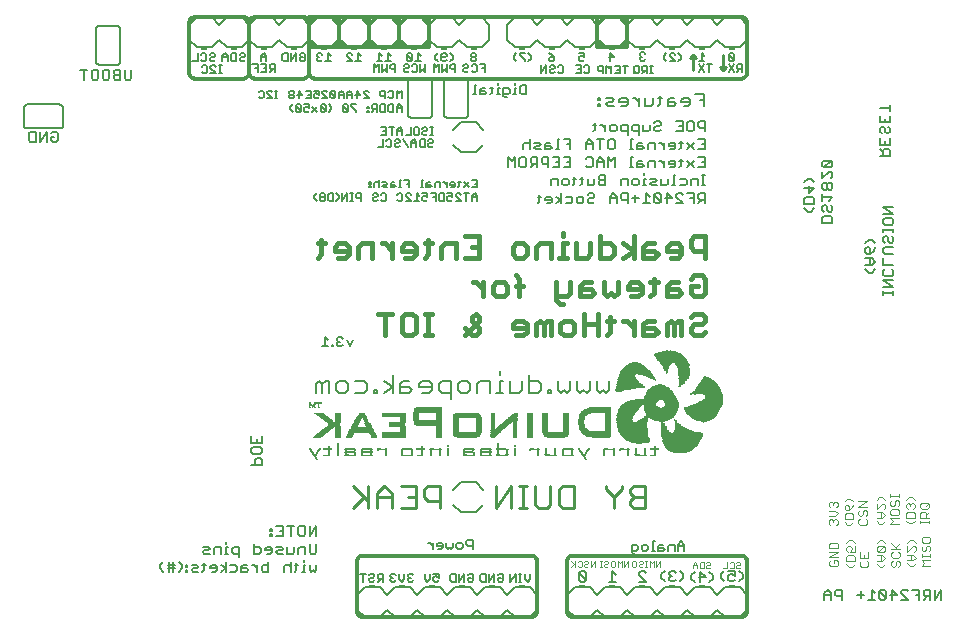
<source format=gbo>
G75*
G70*
%OFA0B0*%
%FSLAX24Y24*%
%IPPOS*%
%LPD*%
%AMOC8*
5,1,8,0,0,1.08239X$1,22.5*
%
%ADD10C,0.0080*%
%ADD11C,0.0120*%
%ADD12C,0.0100*%
%ADD13C,0.0140*%
%ADD14C,0.0050*%
%ADD15C,0.0150*%
%ADD16C,0.0060*%
%ADD17R,0.0200X0.0100*%
%ADD18C,0.0040*%
%ADD19R,0.0096X0.0012*%
%ADD20R,0.0096X0.0012*%
%ADD21R,0.0084X0.0012*%
%ADD22R,0.0084X0.0012*%
%ADD23R,0.0096X0.0012*%
%ADD24R,0.0084X0.0012*%
%ADD25R,0.0096X0.0012*%
%ADD26R,0.0180X0.0012*%
%ADD27R,0.0132X0.0012*%
%ADD28R,0.0324X0.0012*%
%ADD29R,0.0108X0.0012*%
%ADD30R,0.0312X0.0012*%
%ADD31R,0.0144X0.0012*%
%ADD32R,0.0324X0.0012*%
%ADD33R,0.0216X0.0012*%
%ADD34R,0.0396X0.0012*%
%ADD35R,0.0084X0.0012*%
%ADD36R,0.0108X0.0012*%
%ADD37R,0.0360X0.0012*%
%ADD38R,0.0384X0.0012*%
%ADD39R,0.0396X0.0012*%
%ADD40R,0.0216X0.0012*%
%ADD41R,0.0216X0.0012*%
%ADD42R,0.0396X0.0012*%
%ADD43R,0.0132X0.0012*%
%ADD44R,0.0384X0.0012*%
%ADD45R,0.0408X0.0012*%
%ADD46R,0.0396X0.0012*%
%ADD47R,0.0216X0.0012*%
%ADD48R,0.0168X0.0012*%
%ADD49R,0.0156X0.0012*%
%ADD50R,0.0072X0.0012*%
%ADD51R,0.0072X0.0012*%
%ADD52R,0.0072X0.0012*%
%ADD53R,0.0252X0.0012*%
%ADD54R,0.0408X0.0012*%
%ADD55R,0.0456X0.0012*%
%ADD56R,0.0372X0.0012*%
%ADD57R,0.0504X0.0012*%
%ADD58R,0.0612X0.0012*%
%ADD59R,0.0636X0.0012*%
%ADD60R,0.0684X0.0012*%
%ADD61R,0.0708X0.0012*%
%ADD62R,0.0768X0.0012*%
%ADD63R,0.0804X0.0012*%
%ADD64R,0.0144X0.0012*%
%ADD65R,0.0168X0.0012*%
%ADD66R,0.0840X0.0012*%
%ADD67R,0.0300X0.0012*%
%ADD68R,0.0360X0.0012*%
%ADD69R,0.0864X0.0012*%
%ADD70R,0.0300X0.0012*%
%ADD71R,0.0384X0.0012*%
%ADD72R,0.0900X0.0012*%
%ADD73R,0.0108X0.0012*%
%ADD74R,0.0120X0.0012*%
%ADD75R,0.0924X0.0012*%
%ADD76R,0.0960X0.0012*%
%ADD77R,0.0972X0.0012*%
%ADD78R,0.0984X0.0012*%
%ADD79R,0.1008X0.0012*%
%ADD80R,0.1032X0.0012*%
%ADD81R,0.1068X0.0012*%
%ADD82R,0.1080X0.0012*%
%ADD83R,0.1104X0.0012*%
%ADD84R,0.1104X0.0012*%
%ADD85R,0.1128X0.0012*%
%ADD86R,0.1140X0.0012*%
%ADD87R,0.1152X0.0012*%
%ADD88R,0.1164X0.0012*%
%ADD89R,0.0012X0.0012*%
%ADD90R,0.1188X0.0012*%
%ADD91R,0.1200X0.0012*%
%ADD92R,0.1224X0.0012*%
%ADD93R,0.0024X0.0012*%
%ADD94R,0.0492X0.0012*%
%ADD95R,0.0600X0.0012*%
%ADD96R,0.1236X0.0012*%
%ADD97R,0.0648X0.0012*%
%ADD98R,0.1248X0.0012*%
%ADD99R,0.0660X0.0012*%
%ADD100R,0.1260X0.0012*%
%ADD101R,0.0696X0.0012*%
%ADD102R,0.1260X0.0012*%
%ADD103R,0.0720X0.0012*%
%ADD104R,0.1284X0.0012*%
%ADD105R,0.0756X0.0012*%
%ADD106R,0.1284X0.0012*%
%ADD107R,0.1296X0.0012*%
%ADD108R,0.0792X0.0012*%
%ADD109R,0.1296X0.0012*%
%ADD110R,0.0792X0.0012*%
%ADD111R,0.1320X0.0012*%
%ADD112R,0.0816X0.0012*%
%ADD113R,0.1332X0.0012*%
%ADD114R,0.0828X0.0012*%
%ADD115R,0.1344X0.0012*%
%ADD116R,0.0840X0.0012*%
%ADD117R,0.1344X0.0012*%
%ADD118R,0.1356X0.0012*%
%ADD119R,0.1356X0.0012*%
%ADD120R,0.0852X0.0012*%
%ADD121R,0.0624X0.0012*%
%ADD122R,0.0588X0.0012*%
%ADD123R,0.0684X0.0012*%
%ADD124R,0.0204X0.0012*%
%ADD125R,0.0780X0.0012*%
%ADD126R,0.0192X0.0012*%
%ADD127R,0.0276X0.0012*%
%ADD128R,0.1368X0.0012*%
%ADD129R,0.0864X0.0012*%
%ADD130R,0.0192X0.0012*%
%ADD131R,0.1368X0.0012*%
%ADD132R,0.0876X0.0012*%
%ADD133R,0.0780X0.0012*%
%ADD134R,0.0756X0.0012*%
%ADD135R,0.0168X0.0012*%
%ADD136R,0.0156X0.0012*%
%ADD137R,0.0828X0.0012*%
%ADD138R,0.0204X0.0012*%
%ADD139R,0.0168X0.0012*%
%ADD140R,0.0192X0.0012*%
%ADD141R,0.0276X0.0012*%
%ADD142R,0.1392X0.0012*%
%ADD143R,0.0888X0.0012*%
%ADD144R,0.0864X0.0012*%
%ADD145R,0.0264X0.0012*%
%ADD146R,0.1392X0.0012*%
%ADD147R,0.0900X0.0012*%
%ADD148R,0.0804X0.0012*%
%ADD149R,0.0180X0.0012*%
%ADD150R,0.1404X0.0012*%
%ADD151R,0.0816X0.0012*%
%ADD152R,0.1416X0.0012*%
%ADD153R,0.0912X0.0012*%
%ADD154R,0.0228X0.0012*%
%ADD155R,0.0264X0.0012*%
%ADD156R,0.1416X0.0012*%
%ADD157R,0.0912X0.0012*%
%ADD158R,0.0240X0.0012*%
%ADD159R,0.0924X0.0012*%
%ADD160R,0.0924X0.0012*%
%ADD161R,0.0852X0.0012*%
%ADD162R,0.0192X0.0012*%
%ADD163R,0.0936X0.0012*%
%ADD164R,0.1032X0.0012*%
%ADD165R,0.0336X0.0012*%
%ADD166R,0.0948X0.0012*%
%ADD167R,0.0912X0.0012*%
%ADD168R,0.0324X0.0012*%
%ADD169R,0.0936X0.0012*%
%ADD170R,0.0960X0.0012*%
%ADD171R,0.0288X0.0012*%
%ADD172R,0.0936X0.0012*%
%ADD173R,0.0888X0.0012*%
%ADD174R,0.0972X0.0012*%
%ADD175R,0.0852X0.0012*%
%ADD176R,0.0672X0.0012*%
%ADD177R,0.0996X0.0012*%
%ADD178R,0.0348X0.0012*%
%ADD179R,0.0828X0.0012*%
%ADD180R,0.0612X0.0012*%
%ADD181R,0.0972X0.0012*%
%ADD182R,0.0348X0.0012*%
%ADD183R,0.0816X0.0012*%
%ADD184R,0.0576X0.0012*%
%ADD185R,0.0252X0.0012*%
%ADD186R,0.0372X0.0012*%
%ADD187R,0.0240X0.0012*%
%ADD188R,0.0984X0.0012*%
%ADD189R,0.0792X0.0012*%
%ADD190R,0.0480X0.0012*%
%ADD191R,0.0228X0.0012*%
%ADD192R,0.0456X0.0012*%
%ADD193R,0.0768X0.0012*%
%ADD194R,0.0264X0.0012*%
%ADD195R,0.0408X0.0012*%
%ADD196R,0.0972X0.0012*%
%ADD197R,0.0432X0.0012*%
%ADD198R,0.0984X0.0012*%
%ADD199R,0.0732X0.0012*%
%ADD200R,0.0732X0.0012*%
%ADD201R,0.0708X0.0012*%
%ADD202R,0.0312X0.0012*%
%ADD203R,0.0696X0.0012*%
%ADD204R,0.0996X0.0012*%
%ADD205R,0.0264X0.0012*%
%ADD206R,0.0228X0.0012*%
%ADD207R,0.0528X0.0012*%
%ADD208R,0.0444X0.0012*%
%ADD209R,0.0432X0.0012*%
%ADD210R,0.0144X0.0012*%
%ADD211R,0.1008X0.0012*%
%ADD212R,0.0528X0.0012*%
%ADD213R,0.0204X0.0012*%
%ADD214R,0.0120X0.0012*%
%ADD215R,0.1020X0.0012*%
%ADD216R,0.0204X0.0012*%
%ADD217R,0.0888X0.0012*%
%ADD218R,0.1020X0.0012*%
%ADD219R,0.0132X0.0012*%
%ADD220R,0.0108X0.0012*%
%ADD221R,0.0252X0.0012*%
%ADD222R,0.0948X0.0012*%
%ADD223R,0.0156X0.0012*%
%ADD224R,0.0948X0.0012*%
%ADD225R,0.0024X0.0012*%
%ADD226R,0.0576X0.0012*%
%ADD227R,0.0060X0.0012*%
%ADD228R,0.0540X0.0012*%
%ADD229R,0.0228X0.0012*%
%ADD230R,0.0048X0.0012*%
%ADD231R,0.0348X0.0012*%
%ADD232R,0.0528X0.0012*%
%ADD233R,0.0012X0.0012*%
%ADD234R,0.0036X0.0012*%
%ADD235R,0.0348X0.0012*%
%ADD236R,0.0528X0.0012*%
%ADD237R,0.0252X0.0012*%
%ADD238R,0.0420X0.0012*%
%ADD239R,0.0036X0.0012*%
%ADD240R,0.0516X0.0012*%
%ADD241R,0.0468X0.0012*%
%ADD242R,0.0480X0.0012*%
%ADD243R,0.0516X0.0012*%
%ADD244R,0.0156X0.0012*%
%ADD245R,0.0504X0.0012*%
%ADD246R,0.0540X0.0012*%
%ADD247R,0.0564X0.0012*%
%ADD248R,0.0372X0.0012*%
%ADD249R,0.0624X0.0012*%
%ADD250R,0.0696X0.0012*%
%ADD251R,0.0708X0.0012*%
%ADD252R,0.0768X0.0012*%
%ADD253R,0.0288X0.0012*%
%ADD254R,0.0936X0.0012*%
%ADD255R,0.0552X0.0012*%
%ADD256R,0.0564X0.0012*%
%ADD257R,0.0288X0.0012*%
%ADD258R,0.0888X0.0012*%
%ADD259R,0.0912X0.0012*%
%ADD260R,0.0576X0.0012*%
%ADD261R,0.0948X0.0012*%
%ADD262R,0.0588X0.0012*%
%ADD263R,0.0876X0.0012*%
%ADD264R,0.0996X0.0012*%
%ADD265R,0.0588X0.0012*%
%ADD266R,0.1032X0.0012*%
%ADD267R,0.1056X0.0012*%
%ADD268R,0.0600X0.0012*%
%ADD269R,0.0336X0.0012*%
%ADD270R,0.1092X0.0012*%
%ADD271R,0.1044X0.0012*%
%ADD272R,0.1068X0.0012*%
%ADD273R,0.0612X0.0012*%
%ADD274R,0.1116X0.0012*%
%ADD275R,0.1068X0.0012*%
%ADD276R,0.0624X0.0012*%
%ADD277R,0.1140X0.0012*%
%ADD278R,0.1092X0.0012*%
%ADD279R,0.0648X0.0012*%
%ADD280R,0.1164X0.0012*%
%ADD281R,0.0648X0.0012*%
%ADD282R,0.1176X0.0012*%
%ADD283R,0.1116X0.0012*%
%ADD284R,0.0648X0.0012*%
%ADD285R,0.1116X0.0012*%
%ADD286R,0.0660X0.0012*%
%ADD287R,0.1200X0.0012*%
%ADD288R,0.1224X0.0012*%
%ADD289R,0.0504X0.0012*%
%ADD290R,0.0732X0.0012*%
%ADD291R,0.1176X0.0012*%
%ADD292R,0.0504X0.0012*%
%ADD293R,0.0048X0.0012*%
%ADD294R,0.0036X0.0012*%
%ADD295R,0.0468X0.0012*%
%ADD296R,0.1104X0.0012*%
%ADD297R,0.0444X0.0012*%
%ADD298R,0.0024X0.0012*%
%ADD299R,0.1092X0.0012*%
%ADD300R,0.0048X0.0012*%
%ADD301R,0.0672X0.0012*%
%ADD302R,0.0420X0.0012*%
%ADD303R,0.0672X0.0012*%
%ADD304R,0.0432X0.0012*%
%ADD305R,0.0456X0.0012*%
%ADD306R,0.0036X0.0012*%
%ADD307R,0.0060X0.0012*%
%ADD308R,0.0048X0.0012*%
%ADD309R,0.1068X0.0012*%
%ADD310R,0.0444X0.0012*%
%ADD311R,0.1044X0.0012*%
%ADD312R,0.1008X0.0012*%
%ADD313R,0.0768X0.0012*%
%ADD314R,0.0744X0.0012*%
%ADD315R,0.0552X0.0012*%
%ADD316R,0.1092X0.0012*%
%ADD317R,0.1080X0.0012*%
%ADD318R,0.1056X0.0012*%
%ADD319R,0.0576X0.0012*%
%ADD320R,0.0636X0.0012*%
%ADD321R,0.0876X0.0012*%
%ADD322R,0.0876X0.0012*%
%ADD323R,0.0672X0.0012*%
%ADD324R,0.0828X0.0012*%
%ADD325R,0.0744X0.0012*%
%ADD326R,0.0072X0.0012*%
%ADD327R,0.0588X0.0012*%
%ADD328R,0.0756X0.0012*%
%ADD329R,0.0732X0.0012*%
%ADD330R,0.0612X0.0012*%
%ADD331R,0.0564X0.0012*%
%ADD332R,0.0372X0.0012*%
%ADD333R,0.0468X0.0012*%
%ADD334R,0.0552X0.0012*%
%ADD335R,0.0012X0.0012*%
%ADD336R,0.1044X0.0012*%
%ADD337R,0.0024X0.0012*%
%ADD338R,0.1044X0.0012*%
%ADD339R,0.0432X0.0012*%
%ADD340R,0.0708X0.0012*%
%ADD341R,0.0696X0.0012*%
%ADD342R,0.0312X0.0012*%
%ADD343R,0.0456X0.0012*%
%ADD344C,0.0030*%
D10*
X013940Y001300D02*
X014190Y001050D01*
X014690Y001050D01*
X014940Y001300D01*
X015190Y001050D01*
X015690Y001050D01*
X015940Y001300D01*
X016190Y001050D01*
X016690Y001050D01*
X016940Y001300D01*
X017190Y001050D01*
X017690Y001050D01*
X017940Y001300D01*
X018190Y001050D01*
X018690Y001050D01*
X018940Y001300D01*
X019190Y001050D01*
X019690Y001050D01*
X019940Y001300D01*
X019940Y001800D01*
X019690Y002050D01*
X019190Y002050D01*
X018940Y001800D01*
X018690Y002050D01*
X018190Y002050D01*
X017940Y001800D01*
X017690Y002050D01*
X017190Y002050D01*
X016940Y001800D01*
X016690Y002050D01*
X016190Y002050D01*
X015940Y001800D01*
X015690Y002050D01*
X015190Y002050D01*
X014940Y001800D01*
X014690Y002050D01*
X014190Y002050D01*
X013940Y001800D01*
X013940Y001300D01*
X017390Y004550D02*
X017890Y004550D01*
X018140Y004800D01*
X018140Y005300D02*
X017890Y005550D01*
X017390Y005550D01*
X017140Y005300D01*
X017140Y004800D02*
X017390Y004550D01*
X020940Y001800D02*
X021190Y002050D01*
X021690Y002050D01*
X021940Y001800D01*
X022190Y002050D01*
X022690Y002050D01*
X022940Y001800D01*
X023190Y002050D01*
X023690Y002050D01*
X023940Y001800D01*
X024190Y002050D01*
X024690Y002050D01*
X024940Y001800D01*
X025190Y002050D01*
X025690Y002050D01*
X025940Y001800D01*
X026190Y002050D01*
X026690Y002050D01*
X026940Y001800D01*
X026940Y001300D01*
X026690Y001050D01*
X026190Y001050D01*
X025940Y001300D01*
X025690Y001050D01*
X025190Y001050D01*
X024940Y001300D01*
X024690Y001050D01*
X024190Y001050D01*
X023940Y001300D01*
X023690Y001050D01*
X023190Y001050D01*
X022940Y001300D01*
X022690Y001050D01*
X022190Y001050D01*
X021940Y001300D01*
X021690Y001050D01*
X021190Y001050D01*
X020940Y001300D01*
X020940Y001800D01*
X017074Y008308D02*
X017074Y008929D01*
X016763Y008929D01*
X016660Y008825D01*
X016660Y008618D01*
X016763Y008515D01*
X017074Y008515D01*
X017305Y008618D02*
X017305Y008825D01*
X017408Y008929D01*
X017615Y008929D01*
X017718Y008825D01*
X017718Y008618D01*
X017615Y008515D01*
X017408Y008515D01*
X017305Y008618D01*
X017949Y008515D02*
X017949Y008825D01*
X018053Y008929D01*
X018363Y008929D01*
X018363Y008515D01*
X018586Y008515D02*
X018792Y008515D01*
X018689Y008515D02*
X018689Y008929D01*
X018792Y008929D01*
X018689Y009136D02*
X018689Y009239D01*
X019023Y008929D02*
X019023Y008515D01*
X019334Y008515D01*
X019437Y008618D01*
X019437Y008929D01*
X019668Y008929D02*
X019978Y008929D01*
X020082Y008825D01*
X020082Y008618D01*
X019978Y008515D01*
X019668Y008515D01*
X019668Y009136D01*
X020635Y008929D02*
X020635Y008618D01*
X020738Y008515D01*
X020842Y008618D01*
X020945Y008515D01*
X021048Y008618D01*
X021048Y008929D01*
X021279Y008929D02*
X021279Y008618D01*
X021383Y008515D01*
X021486Y008618D01*
X021590Y008515D01*
X021693Y008618D01*
X021693Y008929D01*
X021924Y008929D02*
X021924Y008618D01*
X022027Y008515D01*
X022131Y008618D01*
X022234Y008515D01*
X022338Y008618D01*
X022338Y008929D01*
X020404Y008618D02*
X020300Y008618D01*
X020300Y008515D01*
X020404Y008515D01*
X020404Y008618D01*
X016429Y008618D02*
X016429Y008825D01*
X016326Y008929D01*
X016119Y008929D01*
X016015Y008825D01*
X016015Y008722D01*
X016429Y008722D01*
X016429Y008618D02*
X016326Y008515D01*
X016119Y008515D01*
X015785Y008618D02*
X015681Y008722D01*
X015371Y008722D01*
X015371Y008825D02*
X015371Y008515D01*
X015681Y008515D01*
X015785Y008618D01*
X015474Y008929D02*
X015371Y008825D01*
X015474Y008929D02*
X015681Y008929D01*
X015140Y009136D02*
X015140Y008515D01*
X015140Y008722D02*
X014830Y008929D01*
X015140Y008722D02*
X014830Y008515D01*
X014603Y008515D02*
X014499Y008515D01*
X014499Y008618D01*
X014603Y008618D01*
X014603Y008515D01*
X014281Y008618D02*
X014281Y008825D01*
X014177Y008929D01*
X013867Y008929D01*
X013636Y008825D02*
X013636Y008618D01*
X013533Y008515D01*
X013326Y008515D01*
X013222Y008618D01*
X013222Y008825D01*
X013326Y008929D01*
X013533Y008929D01*
X013636Y008825D01*
X013867Y008515D02*
X014177Y008515D01*
X014281Y008618D01*
X012992Y008515D02*
X012992Y008929D01*
X012888Y008929D01*
X012785Y008825D01*
X012681Y008929D01*
X012578Y008825D01*
X012578Y008515D01*
X012785Y008515D02*
X012785Y008825D01*
X017390Y016550D02*
X017890Y016550D01*
X018140Y016800D01*
X018140Y017300D02*
X017890Y017550D01*
X017390Y017550D01*
X017140Y017300D01*
X017140Y016800D02*
X017390Y016550D01*
X021972Y018075D02*
X022042Y018075D01*
X022042Y018145D01*
X021972Y018145D01*
X021972Y018075D01*
X021972Y018285D02*
X022042Y018285D01*
X022042Y018355D01*
X021972Y018355D01*
X021972Y018285D01*
X022222Y018355D02*
X022432Y018355D01*
X022502Y018285D01*
X022432Y018215D01*
X022292Y018215D01*
X022222Y018145D01*
X022292Y018075D01*
X022502Y018075D01*
X022683Y018215D02*
X022963Y018215D01*
X022963Y018145D02*
X022963Y018285D01*
X022893Y018355D01*
X022753Y018355D01*
X022683Y018285D01*
X022683Y018215D01*
X022753Y018075D02*
X022893Y018075D01*
X022963Y018145D01*
X023136Y018355D02*
X023206Y018355D01*
X023347Y018215D01*
X023347Y018075D02*
X023347Y018355D01*
X023527Y018355D02*
X023527Y018075D01*
X023737Y018075D01*
X023807Y018145D01*
X023807Y018355D01*
X023974Y018355D02*
X024114Y018355D01*
X024044Y018425D02*
X024044Y018145D01*
X023974Y018075D01*
X024294Y018075D02*
X024504Y018075D01*
X024574Y018145D01*
X024504Y018215D01*
X024294Y018215D01*
X024294Y018285D02*
X024294Y018075D01*
X024294Y018285D02*
X024364Y018355D01*
X024504Y018355D01*
X024754Y018285D02*
X024824Y018355D01*
X024965Y018355D01*
X025035Y018285D01*
X025035Y018145D01*
X024965Y018075D01*
X024824Y018075D01*
X024754Y018215D02*
X025035Y018215D01*
X024754Y018215D02*
X024754Y018285D01*
X025215Y018495D02*
X025495Y018495D01*
X025495Y018075D01*
X025495Y018285D02*
X025355Y018285D01*
X025190Y020050D02*
X025690Y020050D01*
X025940Y020300D01*
X026190Y020050D01*
X026690Y020050D01*
X026940Y020300D01*
X026940Y020800D01*
X026690Y021050D01*
X026190Y021050D01*
X025940Y020800D01*
X025690Y021050D01*
X025190Y021050D01*
X024940Y020800D01*
X024690Y021050D01*
X024190Y021050D01*
X023940Y020800D01*
X023690Y021050D01*
X023190Y021050D01*
X022940Y020800D01*
X021940Y020800D02*
X021690Y021050D01*
X021190Y021050D01*
X020940Y020800D01*
X020690Y021050D01*
X020190Y021050D01*
X019940Y020800D01*
X019690Y021050D01*
X019190Y021050D01*
X018940Y020800D01*
X018940Y020300D01*
X019190Y020050D01*
X019690Y020050D01*
X019940Y020300D01*
X020190Y020050D01*
X020690Y020050D01*
X020940Y020300D01*
X021190Y020050D01*
X021690Y020050D01*
X021940Y020300D01*
X022190Y020050D02*
X022690Y020050D01*
X022940Y020300D02*
X023190Y020050D01*
X023690Y020050D01*
X023940Y020300D01*
X024190Y020050D01*
X024690Y020050D01*
X024940Y020300D01*
X025190Y020050D01*
X018340Y020300D02*
X018090Y020050D01*
X017590Y020050D01*
X017340Y020300D01*
X017090Y020050D01*
X016590Y020050D01*
X016340Y020300D01*
X016340Y020800D02*
X016590Y021050D01*
X017090Y021050D01*
X017340Y020800D01*
X017590Y021050D01*
X018090Y021050D01*
X018340Y020800D01*
X018340Y020300D01*
X012340Y020300D02*
X012090Y020050D01*
X011590Y020050D01*
X011340Y020300D01*
X011090Y020050D01*
X010590Y020050D01*
X010340Y020300D01*
X010090Y020050D01*
X009590Y020050D01*
X009340Y020300D01*
X009090Y020050D01*
X008590Y020050D01*
X008340Y020300D01*
X008340Y020800D02*
X008590Y021050D01*
X009090Y021050D02*
X009340Y020800D01*
X009590Y021050D01*
X010090Y021050D02*
X010340Y020800D01*
X010590Y021050D01*
X011090Y021050D01*
X011340Y020800D01*
X011590Y021050D01*
X012090Y021050D01*
X012340Y020800D01*
D11*
X012340Y020850D01*
X012342Y020876D01*
X012347Y020902D01*
X012355Y020927D01*
X012367Y020950D01*
X012381Y020972D01*
X012399Y020991D01*
X012418Y021009D01*
X012440Y021023D01*
X012463Y021035D01*
X012488Y021043D01*
X012514Y021048D01*
X012540Y021050D01*
X012590Y021050D01*
X012140Y021050D02*
X010540Y021050D01*
X010514Y021048D01*
X010488Y021043D01*
X010463Y021035D01*
X010440Y021023D01*
X010418Y021009D01*
X010399Y020991D01*
X010381Y020972D01*
X010367Y020950D01*
X010355Y020927D01*
X010347Y020902D01*
X010342Y020876D01*
X010340Y020850D01*
X010340Y020800D02*
X010340Y020300D01*
X010340Y019200D01*
X010338Y019174D01*
X010333Y019148D01*
X010325Y019123D01*
X010313Y019100D01*
X010299Y019078D01*
X010281Y019059D01*
X010262Y019041D01*
X010240Y019027D01*
X010217Y019015D01*
X010192Y019007D01*
X010166Y019002D01*
X010140Y019000D01*
X008540Y019000D01*
X008514Y019002D01*
X008488Y019007D01*
X008463Y019015D01*
X008440Y019027D01*
X008418Y019041D01*
X008399Y019059D01*
X008381Y019078D01*
X008367Y019100D01*
X008355Y019123D01*
X008347Y019148D01*
X008342Y019174D01*
X008340Y019200D01*
X008340Y020300D01*
X008340Y020800D01*
X008340Y020850D02*
X008342Y020876D01*
X008347Y020902D01*
X008355Y020927D01*
X008367Y020950D01*
X008381Y020972D01*
X008399Y020991D01*
X008418Y021009D01*
X008440Y021023D01*
X008463Y021035D01*
X008488Y021043D01*
X008514Y021048D01*
X008540Y021050D01*
X008590Y021050D01*
X009090Y021050D01*
X009590Y021050D01*
X010090Y021050D01*
X010140Y021050D01*
X010166Y021048D01*
X010192Y021043D01*
X010217Y021035D01*
X010240Y021023D01*
X010262Y021009D01*
X010281Y020991D01*
X010299Y020972D01*
X010313Y020950D01*
X010325Y020927D01*
X010333Y020902D01*
X010338Y020876D01*
X010340Y020850D01*
X012140Y021050D02*
X012166Y021048D01*
X012192Y021043D01*
X012217Y021035D01*
X012240Y021023D01*
X012262Y021009D01*
X012281Y020991D01*
X012299Y020972D01*
X012313Y020950D01*
X012325Y020927D01*
X012333Y020902D01*
X012338Y020876D01*
X012340Y020850D01*
X013090Y021050D02*
X013590Y021050D01*
X014090Y021050D02*
X014590Y021050D01*
X016090Y021050D02*
X022190Y021050D01*
X022940Y021050D02*
X026740Y021050D01*
X026766Y021048D01*
X026792Y021043D01*
X026817Y021035D01*
X026840Y021023D01*
X026862Y021009D01*
X026881Y020991D01*
X026899Y020972D01*
X026913Y020950D01*
X026925Y020927D01*
X026933Y020902D01*
X026938Y020876D01*
X026940Y020850D01*
X026940Y020800D02*
X026940Y019200D01*
X026938Y019174D01*
X026933Y019148D01*
X026925Y019123D01*
X026913Y019100D01*
X026899Y019078D01*
X026881Y019059D01*
X026862Y019041D01*
X026840Y019027D01*
X026817Y019015D01*
X026792Y019007D01*
X026766Y019002D01*
X026740Y019000D01*
X012540Y019000D01*
X012514Y019002D01*
X012488Y019007D01*
X012463Y019015D01*
X012440Y019027D01*
X012418Y019041D01*
X012399Y019059D01*
X012381Y019078D01*
X012367Y019100D01*
X012355Y019123D01*
X012347Y019148D01*
X012342Y019174D01*
X012340Y019200D01*
X012340Y020300D01*
X012340Y019200D02*
X012338Y019174D01*
X012333Y019148D01*
X012325Y019123D01*
X012313Y019100D01*
X012299Y019078D01*
X012281Y019059D01*
X012262Y019041D01*
X012240Y019027D01*
X012217Y019015D01*
X012192Y019007D01*
X012166Y019002D01*
X012140Y019000D01*
X010540Y019000D01*
X010514Y019002D01*
X010488Y019007D01*
X010463Y019015D01*
X010440Y019027D01*
X010418Y019041D01*
X010399Y019059D01*
X010381Y019078D01*
X010367Y019100D01*
X010355Y019123D01*
X010347Y019148D01*
X010342Y019174D01*
X010340Y019200D01*
X014140Y003100D02*
X019740Y003100D01*
X019766Y003098D01*
X019792Y003093D01*
X019817Y003085D01*
X019840Y003073D01*
X019862Y003059D01*
X019881Y003041D01*
X019899Y003022D01*
X019913Y003000D01*
X019925Y002977D01*
X019933Y002952D01*
X019938Y002926D01*
X019940Y002900D01*
X019940Y001250D01*
X019938Y001224D01*
X019933Y001198D01*
X019925Y001173D01*
X019913Y001150D01*
X019899Y001128D01*
X019881Y001109D01*
X019862Y001091D01*
X019840Y001077D01*
X019817Y001065D01*
X019792Y001057D01*
X019766Y001052D01*
X019740Y001050D01*
X014140Y001050D01*
X014114Y001052D01*
X014088Y001057D01*
X014063Y001065D01*
X014040Y001077D01*
X014018Y001091D01*
X013999Y001109D01*
X013981Y001128D01*
X013967Y001150D01*
X013955Y001173D01*
X013947Y001198D01*
X013942Y001224D01*
X013940Y001250D01*
X013940Y002900D01*
X013942Y002926D01*
X013947Y002952D01*
X013955Y002977D01*
X013967Y003000D01*
X013981Y003022D01*
X013999Y003041D01*
X014018Y003059D01*
X014040Y003073D01*
X014063Y003085D01*
X014088Y003093D01*
X014114Y003098D01*
X014140Y003100D01*
X020940Y002900D02*
X020940Y001250D01*
X020942Y001224D01*
X020947Y001198D01*
X020955Y001173D01*
X020967Y001150D01*
X020981Y001128D01*
X020999Y001109D01*
X021018Y001091D01*
X021040Y001077D01*
X021063Y001065D01*
X021088Y001057D01*
X021114Y001052D01*
X021140Y001050D01*
X026740Y001050D01*
X026766Y001052D01*
X026792Y001057D01*
X026817Y001065D01*
X026840Y001077D01*
X026862Y001091D01*
X026881Y001109D01*
X026899Y001128D01*
X026913Y001150D01*
X026925Y001173D01*
X026933Y001198D01*
X026938Y001224D01*
X026940Y001250D01*
X026940Y002900D01*
X026938Y002926D01*
X026933Y002952D01*
X026925Y002977D01*
X026913Y003000D01*
X026899Y003022D01*
X026881Y003041D01*
X026862Y003059D01*
X026840Y003073D01*
X026817Y003085D01*
X026792Y003093D01*
X026766Y003098D01*
X026740Y003100D01*
X021140Y003100D01*
X021114Y003098D01*
X021088Y003093D01*
X021063Y003085D01*
X021040Y003073D01*
X021018Y003059D01*
X020999Y003041D01*
X020981Y003022D01*
X020967Y003000D01*
X020955Y002977D01*
X020947Y002952D01*
X020942Y002926D01*
X020940Y002900D01*
D12*
X020797Y004675D02*
X020670Y004802D01*
X020670Y005309D01*
X020797Y005436D01*
X021177Y005436D01*
X021177Y004675D01*
X020797Y004675D01*
X020385Y004802D02*
X020258Y004675D01*
X020005Y004675D01*
X019878Y004802D01*
X019878Y005436D01*
X019593Y005436D02*
X019340Y005436D01*
X019466Y005436D02*
X019466Y004675D01*
X019340Y004675D02*
X019593Y004675D01*
X019065Y004675D02*
X019065Y005436D01*
X018558Y004675D01*
X018558Y005436D01*
X020385Y005436D02*
X020385Y004802D01*
X022254Y005309D02*
X022507Y005055D01*
X022507Y004675D01*
X022507Y005055D02*
X022761Y005309D01*
X022761Y005436D01*
X023045Y005309D02*
X023045Y005182D01*
X023172Y005055D01*
X023553Y005055D01*
X023553Y004675D02*
X023172Y004675D01*
X023045Y004802D01*
X023045Y004929D01*
X023172Y005055D01*
X023553Y004675D02*
X023553Y005436D01*
X023172Y005436D01*
X023045Y005309D01*
X022254Y005309D02*
X022254Y005436D01*
X016690Y005436D02*
X016690Y004675D01*
X016690Y004929D02*
X016309Y004929D01*
X016182Y005055D01*
X016182Y005309D01*
X016309Y005436D01*
X016690Y005436D01*
X015898Y005436D02*
X015898Y004675D01*
X015391Y004675D01*
X015106Y004675D02*
X015106Y005182D01*
X014852Y005436D01*
X014599Y005182D01*
X014599Y004675D01*
X014314Y004675D02*
X014314Y005436D01*
X014314Y004929D02*
X013807Y005436D01*
X014187Y005055D02*
X013807Y004675D01*
X014599Y005055D02*
X015106Y005055D01*
X015644Y005055D02*
X015898Y005055D01*
X015898Y005436D02*
X015391Y005436D01*
X025140Y019300D02*
X025140Y019700D01*
X025240Y019700D01*
X025140Y019800D01*
X025040Y019700D01*
X025140Y019700D01*
X026040Y019400D02*
X026140Y019400D01*
X026140Y019800D01*
X026140Y019400D02*
X026240Y019400D01*
X026140Y019300D01*
X026040Y019400D01*
D13*
X022940Y020050D02*
X022940Y020300D01*
X022690Y020050D01*
X022940Y020050D02*
X022190Y020050D01*
X021940Y020300D01*
X021940Y021050D01*
X022190Y021050D01*
X021940Y020800D01*
X022190Y021050D02*
X022690Y021050D01*
X022940Y020800D01*
X022940Y021050D01*
X022690Y021050D01*
X022940Y020800D02*
X022940Y020300D01*
X022190Y020050D02*
X021940Y020050D01*
X021940Y020300D01*
X016340Y020300D02*
X016340Y020050D01*
X016090Y020050D01*
X016340Y020300D01*
X016340Y020800D01*
X016090Y021050D01*
X016340Y021050D01*
X016340Y020800D01*
X016090Y021050D02*
X015590Y021050D01*
X015340Y020800D01*
X015090Y021050D01*
X015590Y021050D01*
X015340Y021050D02*
X015340Y020800D01*
X015340Y020300D01*
X015090Y020050D01*
X015340Y020050D01*
X015340Y020300D01*
X015590Y020050D01*
X016090Y020050D01*
X015590Y020050D02*
X015340Y020050D01*
X015090Y020050D02*
X014590Y020050D01*
X014340Y020300D01*
X014090Y020050D01*
X014340Y020050D01*
X014340Y020300D01*
X014340Y020800D01*
X014590Y021050D01*
X015090Y021050D01*
X014590Y021050D02*
X014340Y021050D01*
X014340Y020800D01*
X014090Y021050D01*
X014340Y021050D01*
X014090Y021050D02*
X013590Y021050D01*
X013340Y020800D01*
X013090Y021050D01*
X013340Y021050D01*
X013340Y020800D01*
X013340Y020300D01*
X013090Y020050D01*
X013340Y020050D01*
X013340Y020300D01*
X013590Y020050D01*
X014090Y020050D01*
X014340Y020050D02*
X014590Y020050D01*
X013590Y020050D02*
X013340Y020050D01*
X013090Y020050D02*
X012590Y020050D01*
X012340Y020300D01*
X012340Y020800D01*
X012590Y021050D01*
X013090Y021050D01*
X013340Y021050D02*
X013590Y021050D01*
X012590Y021050D02*
X012340Y021050D01*
X012340Y020800D01*
X012340Y020300D02*
X012340Y020050D01*
X012590Y020050D01*
D14*
X012635Y019845D02*
X012590Y019800D01*
X012590Y019755D01*
X012635Y019710D01*
X012590Y019665D01*
X012590Y019620D01*
X012635Y019575D01*
X012725Y019575D01*
X012770Y019620D01*
X012885Y019575D02*
X013065Y019575D01*
X012975Y019575D02*
X012975Y019845D01*
X013065Y019755D01*
X012770Y019800D02*
X012725Y019845D01*
X012635Y019845D01*
X012635Y019710D02*
X012680Y019710D01*
X012215Y019620D02*
X012170Y019575D01*
X012080Y019575D01*
X012035Y019620D01*
X012035Y019710D01*
X012125Y019710D01*
X012215Y019800D02*
X012215Y019620D01*
X012215Y019800D02*
X012170Y019845D01*
X012080Y019845D01*
X012035Y019800D01*
X011920Y019845D02*
X011740Y019575D01*
X011740Y019845D01*
X011626Y019845D02*
X011491Y019845D01*
X011446Y019800D01*
X011446Y019620D01*
X011491Y019575D01*
X011626Y019575D01*
X011626Y019845D01*
X011920Y019845D02*
X011920Y019575D01*
X011215Y019495D02*
X011215Y019225D01*
X011215Y019315D02*
X011080Y019315D01*
X011035Y019360D01*
X011035Y019450D01*
X011080Y019495D01*
X011215Y019495D01*
X011125Y019315D02*
X011035Y019225D01*
X010920Y019225D02*
X010740Y019225D01*
X010626Y019225D02*
X010626Y019495D01*
X010446Y019495D01*
X010536Y019360D02*
X010626Y019360D01*
X010740Y019495D02*
X010920Y019495D01*
X010920Y019225D01*
X010920Y019360D02*
X010830Y019360D01*
X010915Y019575D02*
X010915Y019755D01*
X010825Y019845D01*
X010735Y019755D01*
X010735Y019575D01*
X010735Y019710D02*
X010915Y019710D01*
X010215Y019755D02*
X010170Y019710D01*
X010080Y019710D01*
X010035Y019665D01*
X010035Y019620D01*
X010080Y019575D01*
X010170Y019575D01*
X010215Y019620D01*
X010215Y019755D02*
X010215Y019800D01*
X010170Y019845D01*
X010080Y019845D01*
X010035Y019800D01*
X009920Y019845D02*
X009920Y019575D01*
X009785Y019575D01*
X009740Y019620D01*
X009740Y019800D01*
X009785Y019845D01*
X009920Y019845D01*
X009626Y019755D02*
X009536Y019845D01*
X009446Y019755D01*
X009446Y019575D01*
X009428Y019445D02*
X009337Y019445D01*
X009382Y019445D02*
X009382Y019175D01*
X009337Y019175D02*
X009428Y019175D01*
X009231Y019175D02*
X009051Y019355D01*
X009051Y019400D01*
X009096Y019445D01*
X009186Y019445D01*
X009231Y019400D01*
X009170Y019575D02*
X009215Y019620D01*
X009170Y019575D02*
X009080Y019575D01*
X009035Y019620D01*
X009035Y019665D01*
X009080Y019710D01*
X009170Y019710D01*
X009215Y019755D01*
X009215Y019800D01*
X009170Y019845D01*
X009080Y019845D01*
X009035Y019800D01*
X008920Y019800D02*
X008920Y019620D01*
X008875Y019575D01*
X008785Y019575D01*
X008740Y019620D01*
X008626Y019575D02*
X008446Y019575D01*
X008626Y019575D02*
X008626Y019845D01*
X008740Y019800D02*
X008785Y019845D01*
X008875Y019845D01*
X008920Y019800D01*
X009446Y019710D02*
X009626Y019710D01*
X009626Y019755D02*
X009626Y019575D01*
X009231Y019175D02*
X009051Y019175D01*
X008936Y019220D02*
X008936Y019400D01*
X008891Y019445D01*
X008801Y019445D01*
X008756Y019400D01*
X008756Y019220D02*
X008801Y019175D01*
X008891Y019175D01*
X008936Y019220D01*
X010657Y018546D02*
X010698Y018588D01*
X010782Y018588D01*
X010824Y018546D01*
X010824Y018379D01*
X010782Y018338D01*
X010698Y018338D01*
X010657Y018379D01*
X010933Y018338D02*
X011100Y018338D01*
X010933Y018504D01*
X010933Y018546D01*
X010975Y018588D01*
X011058Y018588D01*
X011100Y018546D01*
X011201Y018588D02*
X011284Y018588D01*
X011242Y018588D02*
X011242Y018338D01*
X011201Y018338D02*
X011284Y018338D01*
X011670Y018379D02*
X011711Y018338D01*
X011795Y018338D01*
X011836Y018379D01*
X011836Y018421D01*
X011795Y018463D01*
X011711Y018463D01*
X011670Y018421D01*
X011670Y018379D01*
X011711Y018463D02*
X011670Y018504D01*
X011670Y018546D01*
X011711Y018588D01*
X011795Y018588D01*
X011836Y018546D01*
X011836Y018504D01*
X011795Y018463D01*
X011946Y018463D02*
X012113Y018463D01*
X011988Y018588D01*
X011988Y018338D01*
X012025Y018138D02*
X011942Y018138D01*
X011900Y018096D01*
X012067Y017929D01*
X012025Y017888D01*
X011942Y017888D01*
X011900Y017929D01*
X011900Y018096D01*
X011790Y018138D02*
X011707Y018054D01*
X011707Y017971D01*
X011790Y017888D01*
X012067Y017929D02*
X012067Y018096D01*
X012025Y018138D01*
X012176Y018138D02*
X012343Y018138D01*
X012343Y018013D01*
X012259Y018054D01*
X012218Y018054D01*
X012176Y018013D01*
X012176Y017929D01*
X012218Y017888D01*
X012301Y017888D01*
X012343Y017929D01*
X012452Y017888D02*
X012619Y018054D01*
X012729Y018096D02*
X012770Y018138D01*
X012854Y018138D01*
X012895Y018096D01*
X012895Y017929D01*
X012729Y018096D01*
X012729Y017929D01*
X012770Y017888D01*
X012854Y017888D01*
X012895Y017929D01*
X012996Y017888D02*
X013080Y017971D01*
X013080Y018054D01*
X012996Y018138D01*
X012941Y018338D02*
X012775Y018504D01*
X012775Y018546D01*
X012816Y018588D01*
X012900Y018588D01*
X012941Y018546D01*
X013051Y018546D02*
X013218Y018379D01*
X013176Y018338D01*
X013093Y018338D01*
X013051Y018379D01*
X013051Y018546D01*
X013093Y018588D01*
X013176Y018588D01*
X013218Y018546D01*
X013218Y018379D01*
X013327Y018338D02*
X013327Y018504D01*
X013410Y018588D01*
X013494Y018504D01*
X013494Y018338D01*
X013603Y018338D02*
X013603Y018504D01*
X013687Y018588D01*
X013770Y018504D01*
X013770Y018338D01*
X013770Y018463D02*
X013603Y018463D01*
X013494Y018463D02*
X013327Y018463D01*
X013507Y018138D02*
X013465Y018096D01*
X013632Y017929D01*
X013590Y017888D01*
X013507Y017888D01*
X013465Y017929D01*
X013465Y018096D01*
X013507Y018138D02*
X013590Y018138D01*
X013632Y018096D01*
X013632Y017929D01*
X013741Y018096D02*
X013908Y017929D01*
X013908Y017888D01*
X013741Y018096D02*
X013741Y018138D01*
X013908Y018138D01*
X013921Y018338D02*
X013921Y018588D01*
X014046Y018463D01*
X013880Y018463D01*
X014156Y018504D02*
X014323Y018338D01*
X014156Y018338D01*
X014156Y018504D02*
X014156Y018546D01*
X014197Y018588D01*
X014281Y018588D01*
X014323Y018546D01*
X014708Y018546D02*
X014750Y018588D01*
X014875Y018588D01*
X014875Y018338D01*
X014875Y018421D02*
X014750Y018421D01*
X014708Y018463D01*
X014708Y018546D01*
X014984Y018546D02*
X015026Y018588D01*
X015110Y018588D01*
X015151Y018546D01*
X015151Y018379D01*
X015110Y018338D01*
X015026Y018338D01*
X014984Y018379D01*
X015026Y018138D02*
X015151Y018138D01*
X015151Y017888D01*
X015026Y017888D01*
X014984Y017929D01*
X014984Y018096D01*
X015026Y018138D01*
X014875Y018138D02*
X014750Y018138D01*
X014708Y018096D01*
X014708Y017929D01*
X014750Y017888D01*
X014875Y017888D01*
X014875Y018138D01*
X014599Y018138D02*
X014474Y018138D01*
X014432Y018096D01*
X014432Y018013D01*
X014474Y017971D01*
X014599Y017971D01*
X014599Y017888D02*
X014599Y018138D01*
X014515Y017971D02*
X014432Y017888D01*
X014323Y017888D02*
X014323Y017929D01*
X014281Y017929D01*
X014281Y017888D01*
X014323Y017888D01*
X014323Y018013D02*
X014323Y018054D01*
X014281Y018054D01*
X014281Y018013D01*
X014323Y018013D01*
X015261Y018013D02*
X015428Y018013D01*
X015428Y018054D02*
X015344Y018138D01*
X015261Y018054D01*
X015261Y017888D01*
X015428Y017888D02*
X015428Y018054D01*
X015428Y018338D02*
X015428Y018588D01*
X015344Y018504D01*
X015261Y018588D01*
X015261Y018338D01*
X015215Y019225D02*
X015215Y019475D01*
X015090Y019475D01*
X015048Y019434D01*
X015048Y019350D01*
X015090Y019308D01*
X015215Y019308D01*
X015496Y019308D02*
X015496Y019267D01*
X015537Y019225D01*
X015621Y019225D01*
X015663Y019267D01*
X015621Y019350D02*
X015537Y019350D01*
X015496Y019308D01*
X015496Y019434D02*
X015537Y019475D01*
X015621Y019475D01*
X015663Y019434D01*
X015663Y019392D01*
X015621Y019350D01*
X015772Y019267D02*
X015814Y019225D01*
X015897Y019225D01*
X015939Y019267D01*
X015939Y019434D01*
X015897Y019475D01*
X015814Y019475D01*
X015772Y019434D01*
X015725Y019575D02*
X015770Y019620D01*
X015590Y019800D01*
X015590Y019620D01*
X015635Y019575D01*
X015725Y019575D01*
X015770Y019620D02*
X015770Y019800D01*
X015725Y019845D01*
X015635Y019845D01*
X015590Y019800D01*
X015885Y019575D02*
X016065Y019575D01*
X015975Y019575D02*
X015975Y019845D01*
X016065Y019755D01*
X016048Y019475D02*
X016048Y019225D01*
X016132Y019308D01*
X016215Y019225D01*
X016215Y019475D01*
X016496Y019475D02*
X016579Y019392D01*
X016663Y019475D01*
X016663Y019225D01*
X016772Y019225D02*
X016855Y019308D01*
X016939Y019225D01*
X016939Y019475D01*
X016886Y019575D02*
X016796Y019575D01*
X016751Y019620D01*
X016751Y019800D01*
X016796Y019845D01*
X016886Y019845D01*
X016931Y019800D01*
X016931Y019755D01*
X016886Y019710D01*
X016751Y019710D01*
X016636Y019575D02*
X016546Y019665D01*
X016546Y019755D01*
X016636Y019845D01*
X016886Y019575D02*
X016931Y019620D01*
X017037Y019575D02*
X017128Y019665D01*
X017128Y019755D01*
X017037Y019845D01*
X017090Y019475D02*
X017048Y019434D01*
X017048Y019350D01*
X017090Y019308D01*
X017215Y019308D01*
X017215Y019225D02*
X017215Y019475D01*
X017090Y019475D01*
X016772Y019475D02*
X016772Y019225D01*
X016496Y019225D02*
X016496Y019475D01*
X017483Y019434D02*
X017525Y019475D01*
X017608Y019475D01*
X017650Y019434D01*
X017650Y019392D01*
X017608Y019350D01*
X017525Y019350D01*
X017483Y019308D01*
X017483Y019267D01*
X017525Y019225D01*
X017608Y019225D01*
X017650Y019267D01*
X017759Y019267D02*
X017801Y019225D01*
X017885Y019225D01*
X017926Y019267D01*
X017926Y019434D01*
X017885Y019475D01*
X017801Y019475D01*
X017759Y019434D01*
X017780Y019575D02*
X017870Y019575D01*
X017915Y019620D01*
X017915Y019665D01*
X017870Y019710D01*
X017780Y019710D01*
X017735Y019665D01*
X017735Y019620D01*
X017780Y019575D01*
X017780Y019710D02*
X017735Y019755D01*
X017735Y019800D01*
X017780Y019845D01*
X017870Y019845D01*
X017915Y019800D01*
X017915Y019755D01*
X017870Y019710D01*
X018036Y019475D02*
X018203Y019475D01*
X018203Y019225D01*
X018203Y019350D02*
X018119Y019350D01*
X017920Y018785D02*
X017868Y018785D01*
X017868Y018475D01*
X017817Y018475D02*
X017920Y018475D01*
X018045Y018475D02*
X018200Y018475D01*
X018252Y018527D01*
X018200Y018578D01*
X018045Y018578D01*
X018045Y018630D02*
X018045Y018475D01*
X018045Y018630D02*
X018096Y018682D01*
X018200Y018682D01*
X018369Y018682D02*
X018473Y018682D01*
X018421Y018734D02*
X018421Y018527D01*
X018369Y018475D01*
X018590Y018475D02*
X018694Y018475D01*
X018642Y018475D02*
X018642Y018682D01*
X018694Y018682D01*
X018642Y018785D02*
X018642Y018837D01*
X018818Y018682D02*
X018973Y018682D01*
X019025Y018630D01*
X019025Y018527D01*
X018973Y018475D01*
X018818Y018475D01*
X018818Y018423D02*
X018818Y018682D01*
X018818Y018423D02*
X018870Y018372D01*
X018922Y018372D01*
X019143Y018475D02*
X019246Y018475D01*
X019194Y018475D02*
X019194Y018682D01*
X019246Y018682D01*
X019194Y018785D02*
X019194Y018837D01*
X019371Y018734D02*
X019422Y018785D01*
X019578Y018785D01*
X019578Y018475D01*
X019422Y018475D01*
X019371Y018527D01*
X019371Y018734D01*
X020083Y019188D02*
X020083Y019438D01*
X020250Y019438D02*
X020083Y019188D01*
X020250Y019188D02*
X020250Y019438D01*
X020359Y019396D02*
X020401Y019438D01*
X020485Y019438D01*
X020526Y019396D01*
X020526Y019354D01*
X020485Y019313D01*
X020401Y019313D01*
X020359Y019271D01*
X020359Y019229D01*
X020401Y019188D01*
X020485Y019188D01*
X020526Y019229D01*
X020636Y019229D02*
X020677Y019188D01*
X020761Y019188D01*
X020803Y019229D01*
X020803Y019396D01*
X020761Y019438D01*
X020677Y019438D01*
X020636Y019396D01*
X020470Y019575D02*
X020380Y019575D01*
X020335Y019620D01*
X020335Y019665D01*
X020380Y019710D01*
X020515Y019710D01*
X020515Y019620D01*
X020470Y019575D01*
X020515Y019710D02*
X020425Y019800D01*
X020335Y019845D01*
X019740Y019755D02*
X019740Y019665D01*
X019650Y019575D01*
X019544Y019575D02*
X019544Y019620D01*
X019363Y019800D01*
X019363Y019845D01*
X019544Y019845D01*
X019650Y019845D02*
X019740Y019755D01*
X019249Y019845D02*
X019159Y019755D01*
X019159Y019665D01*
X019249Y019575D01*
X021234Y019438D02*
X021401Y019438D01*
X021401Y019188D01*
X021234Y019188D01*
X021318Y019313D02*
X021401Y019313D01*
X021511Y019396D02*
X021552Y019438D01*
X021636Y019438D01*
X021678Y019396D01*
X021678Y019229D01*
X021636Y019188D01*
X021552Y019188D01*
X021511Y019229D01*
X021470Y019575D02*
X021515Y019620D01*
X021470Y019575D02*
X021380Y019575D01*
X021335Y019620D01*
X021335Y019710D01*
X021380Y019755D01*
X021425Y019755D01*
X021515Y019710D01*
X021515Y019845D01*
X021335Y019845D01*
X021969Y019384D02*
X021969Y019300D01*
X022011Y019258D01*
X022136Y019258D01*
X022136Y019175D02*
X022136Y019425D01*
X022011Y019425D01*
X021969Y019384D01*
X022246Y019425D02*
X022246Y019175D01*
X022413Y019175D02*
X022413Y019425D01*
X022329Y019342D01*
X022246Y019425D01*
X022380Y019575D02*
X022380Y019845D01*
X022515Y019710D01*
X022335Y019710D01*
X022522Y019425D02*
X022689Y019425D01*
X022689Y019175D01*
X022522Y019175D01*
X022605Y019300D02*
X022689Y019300D01*
X022798Y019425D02*
X022965Y019425D01*
X022882Y019425D02*
X022882Y019175D01*
X023163Y019175D02*
X023246Y019258D01*
X023205Y019175D02*
X023288Y019175D01*
X023330Y019217D01*
X023330Y019384D01*
X023288Y019425D01*
X023205Y019425D01*
X023163Y019384D01*
X023163Y019217D01*
X023205Y019175D01*
X023439Y019175D02*
X023522Y019258D01*
X023481Y019258D02*
X023606Y019258D01*
X023606Y019175D02*
X023606Y019425D01*
X023481Y019425D01*
X023439Y019384D01*
X023439Y019300D01*
X023481Y019258D01*
X023707Y019175D02*
X023790Y019175D01*
X023748Y019175D02*
X023748Y019425D01*
X023707Y019425D02*
X023790Y019425D01*
X023540Y019645D02*
X023495Y019600D01*
X023405Y019600D01*
X023360Y019645D01*
X023360Y019690D01*
X023405Y019735D01*
X023450Y019735D01*
X023405Y019735D02*
X023360Y019780D01*
X023360Y019825D01*
X023405Y019870D01*
X023495Y019870D01*
X023540Y019825D01*
X024159Y019755D02*
X024159Y019665D01*
X024249Y019575D01*
X024363Y019575D02*
X024544Y019575D01*
X024363Y019755D01*
X024363Y019800D01*
X024408Y019845D01*
X024499Y019845D01*
X024544Y019800D01*
X024650Y019845D02*
X024740Y019755D01*
X024740Y019665D01*
X024650Y019575D01*
X024249Y019845D02*
X024159Y019755D01*
X025335Y019575D02*
X025515Y019575D01*
X025425Y019575D02*
X025425Y019845D01*
X025515Y019755D01*
X025489Y019475D02*
X025322Y019225D01*
X025489Y019225D02*
X025322Y019475D01*
X025598Y019475D02*
X025765Y019475D01*
X025682Y019475D02*
X025682Y019225D01*
X026322Y019225D02*
X026489Y019475D01*
X026470Y019575D02*
X026515Y019620D01*
X026335Y019800D01*
X026335Y019620D01*
X026380Y019575D01*
X026470Y019575D01*
X026515Y019620D02*
X026515Y019800D01*
X026470Y019845D01*
X026380Y019845D01*
X026335Y019800D01*
X026322Y019475D02*
X026489Y019225D01*
X026598Y019225D02*
X026682Y019308D01*
X026640Y019308D02*
X026765Y019308D01*
X026765Y019225D02*
X026765Y019475D01*
X026640Y019475D01*
X026598Y019434D01*
X026598Y019350D01*
X026640Y019308D01*
X017940Y015625D02*
X017940Y015375D01*
X017773Y015375D01*
X017664Y015375D02*
X017497Y015542D01*
X017388Y015542D02*
X017304Y015542D01*
X017346Y015584D02*
X017346Y015417D01*
X017304Y015375D01*
X017203Y015417D02*
X017203Y015500D01*
X017162Y015542D01*
X017078Y015542D01*
X017037Y015500D01*
X017037Y015458D01*
X017203Y015458D01*
X017203Y015417D02*
X017162Y015375D01*
X017078Y015375D01*
X016927Y015375D02*
X016927Y015542D01*
X016844Y015542D02*
X016802Y015542D01*
X016844Y015542D02*
X016927Y015458D01*
X016697Y015375D02*
X016697Y015542D01*
X016572Y015542D01*
X016530Y015500D01*
X016530Y015375D01*
X016421Y015417D02*
X016379Y015458D01*
X016254Y015458D01*
X016254Y015500D02*
X016254Y015375D01*
X016379Y015375D01*
X016421Y015417D01*
X016379Y015542D02*
X016296Y015542D01*
X016254Y015500D01*
X016144Y015375D02*
X016061Y015375D01*
X016103Y015375D02*
X016103Y015625D01*
X016144Y015625D01*
X015684Y015625D02*
X015684Y015375D01*
X015684Y015500D02*
X015601Y015500D01*
X015684Y015625D02*
X015517Y015625D01*
X015408Y015625D02*
X015366Y015625D01*
X015366Y015375D01*
X015408Y015375D02*
X015324Y015375D01*
X015224Y015417D02*
X015182Y015458D01*
X015057Y015458D01*
X015057Y015500D02*
X015057Y015375D01*
X015182Y015375D01*
X015224Y015417D01*
X015182Y015542D02*
X015099Y015542D01*
X015057Y015500D01*
X014947Y015500D02*
X014906Y015542D01*
X014781Y015542D01*
X014822Y015458D02*
X014906Y015458D01*
X014947Y015500D01*
X014947Y015375D02*
X014822Y015375D01*
X014781Y015417D01*
X014822Y015458D01*
X014671Y015500D02*
X014630Y015542D01*
X014546Y015542D01*
X014504Y015500D01*
X014504Y015375D01*
X014395Y015375D02*
X014395Y015417D01*
X014353Y015417D01*
X014353Y015375D01*
X014395Y015375D01*
X014395Y015500D02*
X014395Y015542D01*
X014353Y015542D01*
X014353Y015500D01*
X014395Y015500D01*
X014671Y015625D02*
X014671Y015375D01*
X014583Y015175D02*
X014625Y015134D01*
X014625Y015092D01*
X014583Y015050D01*
X014500Y015050D01*
X014458Y015008D01*
X014458Y014967D01*
X014500Y014925D01*
X014583Y014925D01*
X014625Y014967D01*
X014735Y014967D02*
X014776Y014925D01*
X014860Y014925D01*
X014901Y014967D01*
X014901Y015134D01*
X014860Y015175D01*
X014776Y015175D01*
X014735Y015134D01*
X014583Y015175D02*
X014500Y015175D01*
X014458Y015134D01*
X014073Y015175D02*
X013948Y015175D01*
X013906Y015134D01*
X013906Y015050D01*
X013948Y015008D01*
X014073Y015008D01*
X014073Y014925D02*
X014073Y015175D01*
X013796Y015175D02*
X013713Y015175D01*
X013755Y015175D02*
X013755Y014925D01*
X013796Y014925D02*
X013713Y014925D01*
X013612Y014925D02*
X013612Y015175D01*
X013446Y014925D01*
X013446Y015175D01*
X013336Y015092D02*
X013253Y015175D01*
X013152Y015175D02*
X013027Y015175D01*
X012985Y015134D01*
X012985Y014967D01*
X013027Y014925D01*
X013152Y014925D01*
X013152Y015175D01*
X013336Y015092D02*
X013336Y015008D01*
X013253Y014925D01*
X012876Y014967D02*
X012876Y015008D01*
X012834Y015050D01*
X012751Y015050D01*
X012709Y015008D01*
X012709Y014967D01*
X012751Y014925D01*
X012834Y014925D01*
X012876Y014967D01*
X012834Y015050D02*
X012876Y015092D01*
X012876Y015134D01*
X012834Y015175D01*
X012751Y015175D01*
X012709Y015134D01*
X012709Y015092D01*
X012751Y015050D01*
X012599Y014925D02*
X012516Y015008D01*
X012516Y015092D01*
X012599Y015175D01*
X015287Y015134D02*
X015329Y015175D01*
X015412Y015175D01*
X015454Y015134D01*
X015454Y014967D01*
X015412Y014925D01*
X015329Y014925D01*
X015287Y014967D01*
X015563Y014925D02*
X015730Y014925D01*
X015563Y015092D01*
X015563Y015134D01*
X015605Y015175D01*
X015688Y015175D01*
X015730Y015134D01*
X015923Y015175D02*
X015923Y014925D01*
X016006Y014925D02*
X015840Y014925D01*
X016006Y015092D02*
X015923Y015175D01*
X016116Y015175D02*
X016283Y015175D01*
X016283Y015050D01*
X016199Y015092D01*
X016157Y015092D01*
X016116Y015050D01*
X016116Y014967D01*
X016157Y014925D01*
X016241Y014925D01*
X016283Y014967D01*
X016475Y015050D02*
X016559Y015050D01*
X016559Y014925D02*
X016559Y015175D01*
X016392Y015175D01*
X016668Y015134D02*
X016710Y015175D01*
X016835Y015175D01*
X016835Y014925D01*
X016710Y014925D01*
X016668Y014967D01*
X016668Y015134D01*
X016944Y015175D02*
X017111Y015175D01*
X017111Y015050D01*
X017028Y015092D01*
X016986Y015092D01*
X016944Y015050D01*
X016944Y014967D01*
X016986Y014925D01*
X017070Y014925D01*
X017111Y014967D01*
X017221Y014925D02*
X017388Y014925D01*
X017221Y015092D01*
X017221Y015134D01*
X017262Y015175D01*
X017346Y015175D01*
X017388Y015134D01*
X017497Y015175D02*
X017664Y015175D01*
X017580Y015175D02*
X017580Y014925D01*
X017773Y014925D02*
X017773Y015092D01*
X017857Y015175D01*
X017940Y015092D01*
X017940Y014925D01*
X017940Y015050D02*
X017773Y015050D01*
X017497Y015375D02*
X017664Y015542D01*
X017773Y015625D02*
X017940Y015625D01*
X017940Y015500D02*
X017857Y015500D01*
X016465Y016767D02*
X016423Y016725D01*
X016340Y016725D01*
X016298Y016767D01*
X016298Y016808D01*
X016340Y016850D01*
X016423Y016850D01*
X016465Y016892D01*
X016465Y016934D01*
X016423Y016975D01*
X016340Y016975D01*
X016298Y016934D01*
X016189Y016975D02*
X016189Y016725D01*
X016064Y016725D01*
X016022Y016767D01*
X016022Y016934D01*
X016064Y016975D01*
X016189Y016975D01*
X016156Y017125D02*
X016239Y017125D01*
X016281Y017167D01*
X016239Y017250D02*
X016156Y017250D01*
X016114Y017208D01*
X016114Y017167D01*
X016156Y017125D01*
X016239Y017250D02*
X016281Y017292D01*
X016281Y017334D01*
X016239Y017375D01*
X016156Y017375D01*
X016114Y017334D01*
X016005Y017334D02*
X016005Y017167D01*
X015963Y017125D01*
X015880Y017125D01*
X015838Y017167D01*
X015838Y017334D01*
X015880Y017375D01*
X015963Y017375D01*
X016005Y017334D01*
X015728Y017375D02*
X015728Y017125D01*
X015562Y017125D01*
X015452Y017125D02*
X015452Y017292D01*
X015369Y017375D01*
X015285Y017292D01*
X015285Y017125D01*
X015285Y017250D02*
X015452Y017250D01*
X015176Y017375D02*
X015009Y017375D01*
X015092Y017375D02*
X015092Y017125D01*
X015042Y016975D02*
X015084Y016934D01*
X015084Y016767D01*
X015042Y016725D01*
X014959Y016725D01*
X014917Y016767D01*
X014808Y016725D02*
X014808Y016975D01*
X014917Y016934D02*
X014959Y016975D01*
X015042Y016975D01*
X015193Y016934D02*
X015235Y016975D01*
X015318Y016975D01*
X015360Y016934D01*
X015360Y016892D01*
X015318Y016850D01*
X015235Y016850D01*
X015193Y016808D01*
X015193Y016767D01*
X015235Y016725D01*
X015318Y016725D01*
X015360Y016767D01*
X015469Y016975D02*
X015636Y016725D01*
X015746Y016725D02*
X015746Y016892D01*
X015829Y016975D01*
X015913Y016892D01*
X015913Y016725D01*
X015913Y016850D02*
X015746Y016850D01*
X016382Y017125D02*
X016465Y017125D01*
X016423Y017125D02*
X016423Y017375D01*
X016382Y017375D02*
X016465Y017375D01*
X014900Y017375D02*
X014900Y017125D01*
X014733Y017125D01*
X014816Y017250D02*
X014900Y017250D01*
X014900Y017375D02*
X014733Y017375D01*
X014808Y016725D02*
X014641Y016725D01*
X012619Y017888D02*
X012452Y018054D01*
X012389Y018338D02*
X012222Y018338D01*
X012306Y018463D02*
X012389Y018463D01*
X012498Y018463D02*
X012498Y018379D01*
X012540Y018338D01*
X012623Y018338D01*
X012665Y018379D01*
X012665Y018463D02*
X012582Y018504D01*
X012540Y018504D01*
X012498Y018463D01*
X012498Y018588D02*
X012665Y018588D01*
X012665Y018463D01*
X012775Y018338D02*
X012941Y018338D01*
X012389Y018338D02*
X012389Y018588D01*
X012222Y018588D01*
X013590Y019575D02*
X013770Y019575D01*
X013590Y019755D01*
X013590Y019800D01*
X013635Y019845D01*
X013725Y019845D01*
X013770Y019800D01*
X013975Y019845D02*
X013975Y019575D01*
X014065Y019575D02*
X013885Y019575D01*
X014065Y019755D02*
X013975Y019845D01*
X014496Y019475D02*
X014579Y019392D01*
X014663Y019475D01*
X014663Y019225D01*
X014772Y019225D02*
X014772Y019475D01*
X014770Y019575D02*
X014590Y019575D01*
X014680Y019575D02*
X014680Y019845D01*
X014770Y019755D01*
X014885Y019575D02*
X015065Y019575D01*
X014975Y019575D02*
X014975Y019845D01*
X015065Y019755D01*
X014939Y019475D02*
X014939Y019225D01*
X014855Y019308D01*
X014772Y019225D01*
X014496Y019225D02*
X014496Y019475D01*
X013419Y010385D02*
X013316Y010385D01*
X013264Y010334D01*
X013264Y010282D01*
X013316Y010230D01*
X013264Y010178D01*
X013264Y010127D01*
X013316Y010075D01*
X013419Y010075D01*
X013471Y010127D01*
X013368Y010230D02*
X013316Y010230D01*
X013471Y010334D02*
X013419Y010385D01*
X013596Y010282D02*
X013699Y010075D01*
X013803Y010282D01*
X013140Y010127D02*
X013088Y010127D01*
X013088Y010075D01*
X013140Y010075D01*
X013140Y010127D01*
X012974Y010075D02*
X012767Y010075D01*
X012870Y010075D02*
X012870Y010385D01*
X012974Y010282D01*
X017635Y003635D02*
X017583Y003584D01*
X017583Y003480D01*
X017635Y003428D01*
X017790Y003428D01*
X017790Y003325D02*
X017790Y003635D01*
X017635Y003635D01*
X017459Y003480D02*
X017459Y003377D01*
X017407Y003325D01*
X017303Y003325D01*
X017252Y003377D01*
X017252Y003480D01*
X017303Y003532D01*
X017407Y003532D01*
X017459Y003480D01*
X017127Y003532D02*
X017127Y003377D01*
X017075Y003325D01*
X017024Y003377D01*
X016972Y003325D01*
X016920Y003377D01*
X016920Y003532D01*
X016796Y003480D02*
X016744Y003532D01*
X016640Y003532D01*
X016589Y003480D01*
X016589Y003428D01*
X016796Y003428D01*
X016796Y003377D02*
X016796Y003480D01*
X016796Y003377D02*
X016744Y003325D01*
X016640Y003325D01*
X016464Y003325D02*
X016464Y003532D01*
X016361Y003532D02*
X016309Y003532D01*
X016361Y003532D02*
X016464Y003428D01*
X016485Y002495D02*
X016665Y002495D01*
X016665Y002360D01*
X016575Y002405D01*
X016530Y002405D01*
X016485Y002360D01*
X016485Y002270D01*
X016530Y002225D01*
X016620Y002225D01*
X016665Y002270D01*
X016370Y002315D02*
X016280Y002225D01*
X016190Y002315D01*
X016190Y002495D01*
X016370Y002495D02*
X016370Y002315D01*
X017046Y002270D02*
X017046Y002450D01*
X017091Y002495D01*
X017226Y002495D01*
X017226Y002225D01*
X017091Y002225D01*
X017046Y002270D01*
X017340Y002225D02*
X017340Y002495D01*
X017520Y002495D02*
X017340Y002225D01*
X017520Y002225D02*
X017520Y002495D01*
X017635Y002450D02*
X017680Y002495D01*
X017770Y002495D01*
X017815Y002450D01*
X017815Y002270D01*
X017770Y002225D01*
X017680Y002225D01*
X017635Y002270D01*
X017635Y002360D01*
X017725Y002360D01*
X018046Y002270D02*
X018046Y002450D01*
X018091Y002495D01*
X018226Y002495D01*
X018226Y002225D01*
X018091Y002225D01*
X018046Y002270D01*
X018340Y002225D02*
X018340Y002495D01*
X018520Y002495D02*
X018340Y002225D01*
X018520Y002225D02*
X018520Y002495D01*
X018635Y002450D02*
X018680Y002495D01*
X018770Y002495D01*
X018815Y002450D01*
X018815Y002270D01*
X018770Y002225D01*
X018680Y002225D01*
X018635Y002270D01*
X018635Y002360D01*
X018725Y002360D01*
X019044Y002225D02*
X019044Y002495D01*
X019224Y002495D02*
X019044Y002225D01*
X019224Y002225D02*
X019224Y002495D01*
X019330Y002495D02*
X019420Y002495D01*
X019375Y002495D02*
X019375Y002225D01*
X019420Y002225D02*
X019330Y002225D01*
X019535Y002315D02*
X019535Y002495D01*
X019535Y002315D02*
X019625Y002225D01*
X019715Y002315D01*
X019715Y002495D01*
X021331Y002517D02*
X021565Y002283D01*
X021507Y002225D01*
X021390Y002225D01*
X021331Y002283D01*
X021331Y002517D01*
X021390Y002575D01*
X021507Y002575D01*
X021565Y002517D01*
X021565Y002283D01*
X022331Y002225D02*
X022565Y002225D01*
X022448Y002225D02*
X022448Y002575D01*
X022565Y002459D01*
X023331Y002459D02*
X023331Y002517D01*
X023390Y002575D01*
X023507Y002575D01*
X023565Y002517D01*
X023331Y002459D02*
X023565Y002225D01*
X023331Y002225D01*
X024084Y002354D02*
X024084Y002471D01*
X024201Y002588D01*
X024336Y002529D02*
X024336Y002471D01*
X024394Y002413D01*
X024336Y002354D01*
X024336Y002296D01*
X024394Y002238D01*
X024511Y002238D01*
X024569Y002296D01*
X024698Y002238D02*
X024815Y002354D01*
X024815Y002471D01*
X024698Y002588D01*
X024569Y002529D02*
X024511Y002588D01*
X024394Y002588D01*
X024336Y002529D01*
X024394Y002413D02*
X024453Y002413D01*
X024201Y002238D02*
X024084Y002354D01*
X025072Y002329D02*
X025072Y002446D01*
X025189Y002563D01*
X025382Y002563D02*
X025557Y002388D01*
X025323Y002388D01*
X025382Y002213D02*
X025382Y002563D01*
X025686Y002563D02*
X025803Y002446D01*
X025803Y002329D01*
X025686Y002213D01*
X026059Y002354D02*
X026059Y002471D01*
X026176Y002588D01*
X026311Y002588D02*
X026544Y002588D01*
X026544Y002413D01*
X026428Y002471D01*
X026369Y002471D01*
X026311Y002413D01*
X026311Y002296D01*
X026369Y002238D01*
X026486Y002238D01*
X026544Y002296D01*
X026673Y002238D02*
X026790Y002354D01*
X026790Y002471D01*
X026673Y002588D01*
X026176Y002238D02*
X026059Y002354D01*
X025189Y002213D02*
X025072Y002329D01*
X024853Y003263D02*
X024853Y003469D01*
X024749Y003573D01*
X024646Y003469D01*
X024646Y003263D01*
X024521Y003263D02*
X024521Y003469D01*
X024366Y003469D01*
X024314Y003418D01*
X024314Y003263D01*
X024190Y003314D02*
X024138Y003366D01*
X023983Y003366D01*
X023983Y003418D02*
X023983Y003263D01*
X024138Y003263D01*
X024190Y003314D01*
X024138Y003469D02*
X024034Y003469D01*
X023983Y003418D01*
X023858Y003573D02*
X023806Y003573D01*
X023806Y003263D01*
X023755Y003263D02*
X023858Y003263D01*
X023637Y003314D02*
X023585Y003263D01*
X023482Y003263D01*
X023430Y003314D01*
X023430Y003418D01*
X023482Y003469D01*
X023585Y003469D01*
X023637Y003418D01*
X023637Y003314D01*
X023306Y003314D02*
X023306Y003418D01*
X023254Y003469D01*
X023099Y003469D01*
X023099Y003211D01*
X023150Y003159D01*
X023202Y003159D01*
X023254Y003263D02*
X023099Y003263D01*
X023254Y003263D02*
X023306Y003314D01*
X024646Y003418D02*
X024853Y003418D01*
X015815Y002450D02*
X015770Y002495D01*
X015680Y002495D01*
X015635Y002450D01*
X015635Y002405D01*
X015680Y002360D01*
X015635Y002315D01*
X015635Y002270D01*
X015680Y002225D01*
X015770Y002225D01*
X015815Y002270D01*
X015725Y002360D02*
X015680Y002360D01*
X015520Y002315D02*
X015430Y002225D01*
X015340Y002315D01*
X015340Y002495D01*
X015226Y002450D02*
X015181Y002495D01*
X015091Y002495D01*
X015046Y002450D01*
X015046Y002405D01*
X015091Y002360D01*
X015046Y002315D01*
X015046Y002270D01*
X015091Y002225D01*
X015181Y002225D01*
X015226Y002270D01*
X015136Y002360D02*
X015091Y002360D01*
X014815Y002315D02*
X014680Y002315D01*
X014635Y002360D01*
X014635Y002450D01*
X014680Y002495D01*
X014815Y002495D01*
X014815Y002225D01*
X014725Y002315D02*
X014635Y002225D01*
X014520Y002270D02*
X014475Y002225D01*
X014385Y002225D01*
X014340Y002270D01*
X014340Y002315D01*
X014385Y002360D01*
X014475Y002360D01*
X014520Y002405D01*
X014520Y002450D01*
X014475Y002495D01*
X014385Y002495D01*
X014340Y002450D01*
X014226Y002495D02*
X014046Y002495D01*
X014136Y002495D02*
X014136Y002225D01*
X015520Y002315D02*
X015520Y002495D01*
D15*
X015550Y010450D02*
X015432Y010568D01*
X015432Y011042D01*
X015550Y011161D01*
X015787Y011161D01*
X015906Y011042D01*
X015906Y010568D01*
X015787Y010450D01*
X015550Y010450D01*
X016197Y010450D02*
X016433Y010450D01*
X016315Y010450D02*
X016315Y011161D01*
X016433Y011161D02*
X016197Y011161D01*
X015114Y011161D02*
X014640Y011161D01*
X014877Y011161D02*
X014877Y010450D01*
X017543Y010450D02*
X018017Y010924D01*
X018017Y011042D01*
X017899Y011161D01*
X017780Y011042D01*
X017780Y010924D01*
X018017Y010687D01*
X018017Y010568D01*
X017899Y010450D01*
X017780Y010450D01*
X017543Y010687D01*
X019127Y010687D02*
X019601Y010687D01*
X019601Y010805D02*
X019482Y010924D01*
X019246Y010924D01*
X019127Y010805D01*
X019127Y010687D01*
X019246Y010450D02*
X019482Y010450D01*
X019601Y010568D01*
X019601Y010805D01*
X019919Y010805D02*
X019919Y010450D01*
X020156Y010450D02*
X020156Y010805D01*
X020038Y010924D01*
X019919Y010805D01*
X020156Y010805D02*
X020274Y010924D01*
X020393Y010924D01*
X020393Y010450D01*
X020711Y010568D02*
X020711Y010805D01*
X020829Y010924D01*
X021066Y010924D01*
X021185Y010805D01*
X021185Y010568D01*
X021066Y010450D01*
X020829Y010450D01*
X020711Y010568D01*
X021503Y010450D02*
X021503Y011161D01*
X021977Y011161D02*
X021977Y010450D01*
X022268Y010450D02*
X022386Y010568D01*
X022386Y011042D01*
X022504Y010924D02*
X022268Y010924D01*
X021977Y010805D02*
X021503Y010805D01*
X022809Y010924D02*
X022928Y010924D01*
X023164Y010687D01*
X023164Y010450D02*
X023164Y010924D01*
X023483Y010805D02*
X023483Y010450D01*
X023838Y010450D01*
X023956Y010568D01*
X023838Y010687D01*
X023483Y010687D01*
X023483Y010805D02*
X023601Y010924D01*
X023838Y010924D01*
X024274Y010805D02*
X024274Y010450D01*
X024511Y010450D02*
X024511Y010805D01*
X024393Y010924D01*
X024274Y010805D01*
X024511Y010805D02*
X024630Y010924D01*
X024748Y010924D01*
X024748Y010450D01*
X025066Y010568D02*
X025066Y010687D01*
X025185Y010805D01*
X025422Y010805D01*
X025540Y010924D01*
X025540Y011042D01*
X025422Y011161D01*
X025185Y011161D01*
X025066Y011042D01*
X025066Y010568D02*
X025185Y010450D01*
X025422Y010450D01*
X025540Y010568D01*
X025422Y011740D02*
X025185Y011740D01*
X025066Y011858D01*
X025066Y012095D01*
X025303Y012095D01*
X025540Y011858D02*
X025422Y011740D01*
X025540Y011858D02*
X025540Y012332D01*
X025422Y012451D01*
X025185Y012451D01*
X025066Y012332D01*
X024630Y012214D02*
X024393Y012214D01*
X024274Y012095D01*
X024274Y011740D01*
X024630Y011740D01*
X024748Y011858D01*
X024630Y011977D01*
X024274Y011977D01*
X023956Y012214D02*
X023719Y012214D01*
X023838Y012332D02*
X023838Y011858D01*
X023719Y011740D01*
X023428Y011858D02*
X023428Y012095D01*
X023310Y012214D01*
X023073Y012214D01*
X022955Y012095D01*
X022955Y011977D01*
X023428Y011977D01*
X023428Y011858D02*
X023310Y011740D01*
X023073Y011740D01*
X022636Y011858D02*
X022518Y011740D01*
X022400Y011858D01*
X022281Y011740D01*
X022163Y011858D01*
X022163Y012214D01*
X021726Y012214D02*
X021489Y012214D01*
X021371Y012095D01*
X021371Y011740D01*
X021726Y011740D01*
X021845Y011858D01*
X021726Y011977D01*
X021371Y011977D01*
X021053Y011858D02*
X020934Y011740D01*
X020579Y011740D01*
X020579Y011622D02*
X020697Y011503D01*
X020816Y011503D01*
X020579Y011622D02*
X020579Y012214D01*
X021053Y012214D02*
X021053Y011858D01*
X019469Y012095D02*
X019232Y012095D01*
X019351Y012332D02*
X019351Y011740D01*
X018941Y011858D02*
X018941Y012095D01*
X018823Y012214D01*
X018586Y012214D01*
X018467Y012095D01*
X018467Y011858D01*
X018586Y011740D01*
X018823Y011740D01*
X018941Y011858D01*
X018149Y011740D02*
X018149Y012214D01*
X018149Y011977D02*
X017912Y012214D01*
X017794Y012214D01*
X018017Y013030D02*
X017543Y013030D01*
X017225Y013030D02*
X017225Y013504D01*
X016870Y013504D01*
X016752Y013385D01*
X016752Y013030D01*
X016315Y013148D02*
X016197Y013030D01*
X016315Y013148D02*
X016315Y013622D01*
X016433Y013504D02*
X016197Y013504D01*
X015906Y013385D02*
X015787Y013504D01*
X015550Y013504D01*
X015432Y013385D01*
X015432Y013267D01*
X015906Y013267D01*
X015906Y013385D02*
X015906Y013148D01*
X015787Y013030D01*
X015550Y013030D01*
X015114Y013030D02*
X015114Y013504D01*
X015114Y013267D02*
X014877Y013504D01*
X014758Y013504D01*
X014454Y013504D02*
X014098Y013504D01*
X013980Y013385D01*
X013980Y013030D01*
X013662Y013148D02*
X013662Y013385D01*
X013543Y013504D01*
X013307Y013504D01*
X013188Y013385D01*
X013188Y013267D01*
X013662Y013267D01*
X013662Y013148D02*
X013543Y013030D01*
X013307Y013030D01*
X012752Y013148D02*
X012633Y013030D01*
X012752Y013148D02*
X012752Y013622D01*
X012870Y013504D02*
X012633Y013504D01*
X014454Y013504D02*
X014454Y013030D01*
X017543Y013741D02*
X018017Y013741D01*
X018017Y013030D01*
X018017Y013385D02*
X017780Y013385D01*
X019127Y013385D02*
X019127Y013148D01*
X019246Y013030D01*
X019482Y013030D01*
X019601Y013148D01*
X019601Y013385D01*
X019482Y013504D01*
X019246Y013504D01*
X019127Y013385D01*
X019919Y013385D02*
X019919Y013030D01*
X020393Y013030D02*
X020393Y013504D01*
X020038Y013504D01*
X019919Y013385D01*
X020684Y013030D02*
X020921Y013030D01*
X020802Y013030D02*
X020802Y013504D01*
X020921Y013504D01*
X020802Y013741D02*
X020802Y013859D01*
X021239Y013504D02*
X021239Y013030D01*
X021594Y013030D01*
X021713Y013148D01*
X021713Y013504D01*
X022031Y013504D02*
X022386Y013504D01*
X022504Y013385D01*
X022504Y013148D01*
X022386Y013030D01*
X022031Y013030D01*
X022031Y013741D01*
X022809Y013504D02*
X023164Y013267D01*
X022809Y013030D01*
X023164Y013030D02*
X023164Y013741D01*
X023483Y013385D02*
X023601Y013504D01*
X023838Y013504D01*
X023838Y013267D02*
X023483Y013267D01*
X023483Y013385D02*
X023483Y013030D01*
X023838Y013030D01*
X023956Y013148D01*
X023838Y013267D01*
X024274Y013267D02*
X024748Y013267D01*
X024748Y013385D02*
X024630Y013504D01*
X024393Y013504D01*
X024274Y013385D01*
X024274Y013267D01*
X024630Y013030D02*
X024748Y013148D01*
X024748Y013385D01*
X025066Y013385D02*
X025066Y013622D01*
X025185Y013741D01*
X025540Y013741D01*
X025540Y013030D01*
X025540Y013267D02*
X025185Y013267D01*
X025066Y013385D01*
X024630Y013030D02*
X024393Y013030D01*
X022636Y012214D02*
X022636Y011858D01*
X019351Y012332D02*
X019232Y012451D01*
D16*
X007487Y002560D02*
X007374Y002673D01*
X007374Y002787D01*
X007487Y002900D01*
X007629Y002787D02*
X007686Y002787D01*
X007856Y002787D01*
X007856Y002673D02*
X007629Y002673D01*
X007686Y002560D02*
X007686Y002900D01*
X007799Y002900D02*
X007799Y002560D01*
X007988Y002560D02*
X008101Y002673D01*
X008101Y002787D01*
X007988Y002900D01*
X008229Y002787D02*
X008229Y002730D01*
X008286Y002730D01*
X008286Y002787D01*
X008229Y002787D01*
X008229Y002617D02*
X008229Y002560D01*
X008286Y002560D01*
X008286Y002617D01*
X008229Y002617D01*
X008427Y002617D02*
X008484Y002673D01*
X008597Y002673D01*
X008654Y002730D01*
X008597Y002787D01*
X008427Y002787D01*
X008427Y002617D02*
X008484Y002560D01*
X008654Y002560D01*
X008786Y002560D02*
X008843Y002617D01*
X008843Y002844D01*
X008899Y002787D02*
X008786Y002787D01*
X009041Y002730D02*
X009041Y002673D01*
X009268Y002673D01*
X009268Y002617D02*
X009268Y002730D01*
X009211Y002787D01*
X009098Y002787D01*
X009041Y002730D01*
X009098Y002560D02*
X009211Y002560D01*
X009268Y002617D01*
X009404Y002560D02*
X009575Y002673D01*
X009404Y002787D01*
X009575Y002900D02*
X009575Y002560D01*
X009716Y002560D02*
X009886Y002560D01*
X009943Y002617D01*
X009943Y002730D01*
X009886Y002787D01*
X009716Y002787D01*
X010084Y002730D02*
X010084Y002560D01*
X010255Y002560D01*
X010311Y002617D01*
X010255Y002673D01*
X010084Y002673D01*
X010084Y002730D02*
X010141Y002787D01*
X010255Y002787D01*
X010448Y002787D02*
X010505Y002787D01*
X010618Y002673D01*
X010618Y002560D02*
X010618Y002787D01*
X010760Y002730D02*
X010816Y002787D01*
X010986Y002787D01*
X010986Y002900D02*
X010986Y002560D01*
X010816Y002560D01*
X010760Y002617D01*
X010760Y002730D01*
X010004Y003047D02*
X010004Y003387D01*
X009834Y003387D01*
X009777Y003330D01*
X009777Y003217D01*
X009834Y003160D01*
X010004Y003160D01*
X009636Y003160D02*
X009523Y003160D01*
X009579Y003160D02*
X009579Y003387D01*
X009636Y003387D01*
X009579Y003500D02*
X009579Y003557D01*
X009390Y003387D02*
X009220Y003387D01*
X009164Y003330D01*
X009164Y003160D01*
X009022Y003160D02*
X008852Y003160D01*
X008795Y003217D01*
X008852Y003273D01*
X008965Y003273D01*
X009022Y003330D01*
X008965Y003387D01*
X008795Y003387D01*
X009390Y003387D02*
X009390Y003160D01*
X010514Y003160D02*
X010684Y003160D01*
X010741Y003217D01*
X010741Y003330D01*
X010684Y003387D01*
X010514Y003387D01*
X010514Y003500D02*
X010514Y003160D01*
X010882Y003273D02*
X010882Y003330D01*
X010939Y003387D01*
X011053Y003387D01*
X011109Y003330D01*
X011109Y003217D01*
X011053Y003160D01*
X010939Y003160D01*
X010882Y003273D02*
X011109Y003273D01*
X011251Y003217D02*
X011307Y003273D01*
X011421Y003273D01*
X011478Y003330D01*
X011421Y003387D01*
X011251Y003387D01*
X011251Y003217D02*
X011307Y003160D01*
X011478Y003160D01*
X011619Y003160D02*
X011619Y003387D01*
X011846Y003387D02*
X011846Y003217D01*
X011789Y003160D01*
X011619Y003160D01*
X011723Y002900D02*
X011723Y002560D01*
X011855Y002560D02*
X011912Y002617D01*
X011912Y002844D01*
X011969Y002787D02*
X011855Y002787D01*
X011723Y002730D02*
X011666Y002787D01*
X011553Y002787D01*
X011496Y002730D01*
X011496Y002560D01*
X012101Y002560D02*
X012214Y002560D01*
X012157Y002560D02*
X012157Y002787D01*
X012214Y002787D01*
X012157Y002900D02*
X012157Y002957D01*
X012214Y003160D02*
X012214Y003387D01*
X012044Y003387D01*
X011987Y003330D01*
X011987Y003160D01*
X012356Y003217D02*
X012356Y003500D01*
X012583Y003500D02*
X012583Y003217D01*
X012526Y003160D01*
X012412Y003160D01*
X012356Y003217D01*
X012356Y002787D02*
X012356Y002617D01*
X012412Y002560D01*
X012469Y002617D01*
X012526Y002560D01*
X012583Y002617D01*
X012583Y002787D01*
X012583Y003760D02*
X012583Y004100D01*
X012356Y003760D01*
X012356Y004100D01*
X012214Y004044D02*
X012214Y003817D01*
X012157Y003760D01*
X012044Y003760D01*
X011987Y003817D01*
X011987Y004044D01*
X012044Y004100D01*
X012157Y004100D01*
X012214Y004044D01*
X011846Y004100D02*
X011619Y004100D01*
X011732Y004100D02*
X011732Y003760D01*
X011478Y003760D02*
X011251Y003760D01*
X011109Y003760D02*
X011109Y003817D01*
X011053Y003817D01*
X011053Y003760D01*
X011109Y003760D01*
X011109Y003930D02*
X011109Y003987D01*
X011053Y003987D01*
X011053Y003930D01*
X011109Y003930D01*
X011251Y004100D02*
X011478Y004100D01*
X011478Y003760D01*
X011478Y003930D02*
X011364Y003930D01*
X010758Y006123D02*
X010758Y006293D01*
X010701Y006349D01*
X010588Y006349D01*
X010531Y006293D01*
X010531Y006123D01*
X010418Y006123D02*
X010758Y006123D01*
X010701Y006491D02*
X010474Y006491D01*
X010418Y006548D01*
X010418Y006661D01*
X010474Y006718D01*
X010701Y006718D01*
X010758Y006661D01*
X010758Y006548D01*
X010701Y006491D01*
X010758Y006859D02*
X010418Y006859D01*
X010418Y007086D01*
X010588Y006973D02*
X010588Y006859D01*
X010758Y006859D02*
X010758Y007086D01*
X019958Y014843D02*
X020015Y014899D01*
X020015Y015126D01*
X020072Y015069D02*
X019958Y015069D01*
X020213Y015013D02*
X020270Y015069D01*
X020383Y015069D01*
X020440Y015013D01*
X020440Y014899D01*
X020383Y014843D01*
X020270Y014843D01*
X020213Y014956D02*
X020440Y014956D01*
X020577Y015069D02*
X020747Y014956D01*
X020577Y014843D01*
X020747Y014843D02*
X020747Y015183D01*
X020888Y015069D02*
X021059Y015069D01*
X021115Y015013D01*
X021115Y014899D01*
X021059Y014843D01*
X020888Y014843D01*
X021257Y014899D02*
X021257Y015013D01*
X021313Y015069D01*
X021427Y015069D01*
X021484Y015013D01*
X021484Y014899D01*
X021427Y014843D01*
X021313Y014843D01*
X021257Y014899D01*
X021625Y014899D02*
X021682Y014843D01*
X021795Y014843D01*
X021852Y014899D01*
X021795Y015013D02*
X021682Y015013D01*
X021625Y014956D01*
X021625Y014899D01*
X021795Y015013D02*
X021852Y015069D01*
X021852Y015126D01*
X021795Y015183D01*
X021682Y015183D01*
X021625Y015126D01*
X021625Y015443D02*
X021625Y015669D01*
X021484Y015669D02*
X021370Y015669D01*
X021427Y015726D02*
X021427Y015499D01*
X021370Y015443D01*
X021181Y015499D02*
X021125Y015443D01*
X021181Y015499D02*
X021181Y015726D01*
X021125Y015669D02*
X021238Y015669D01*
X020992Y015613D02*
X020992Y015499D01*
X020936Y015443D01*
X020822Y015443D01*
X020766Y015499D01*
X020766Y015613D01*
X020822Y015669D01*
X020936Y015669D01*
X020992Y015613D01*
X020624Y015669D02*
X020624Y015443D01*
X020624Y015669D02*
X020454Y015669D01*
X020397Y015613D01*
X020397Y015443D01*
X020213Y015013D02*
X020213Y014956D01*
X021625Y015443D02*
X021795Y015443D01*
X021852Y015499D01*
X021852Y015669D01*
X021993Y015669D02*
X022050Y015613D01*
X022220Y015613D01*
X022220Y015783D02*
X022050Y015783D01*
X021993Y015726D01*
X021993Y015669D01*
X022050Y015613D02*
X021993Y015556D01*
X021993Y015499D01*
X022050Y015443D01*
X022220Y015443D01*
X022220Y015783D01*
X022159Y016043D02*
X022159Y016269D01*
X022045Y016383D01*
X021932Y016269D01*
X021932Y016043D01*
X021790Y016099D02*
X021734Y016043D01*
X021620Y016043D01*
X021564Y016099D01*
X021790Y016099D02*
X021790Y016326D01*
X021734Y016383D01*
X021620Y016383D01*
X021564Y016326D01*
X021932Y016213D02*
X022159Y016213D01*
X022300Y016383D02*
X022414Y016269D01*
X022527Y016383D01*
X022527Y016043D01*
X022300Y016043D02*
X022300Y016383D01*
X022357Y016643D02*
X022300Y016699D01*
X022300Y016926D01*
X022357Y016983D01*
X022470Y016983D01*
X022527Y016926D01*
X022527Y016699D01*
X022470Y016643D01*
X022357Y016643D01*
X022045Y016643D02*
X022045Y016983D01*
X021932Y016983D02*
X022159Y016983D01*
X021790Y016869D02*
X021790Y016643D01*
X021790Y016813D02*
X021564Y016813D01*
X021564Y016869D02*
X021564Y016643D01*
X021564Y016869D02*
X021677Y016983D01*
X021790Y016869D01*
X021800Y017243D02*
X021857Y017299D01*
X021857Y017526D01*
X021913Y017469D02*
X021800Y017469D01*
X022050Y017469D02*
X022107Y017469D01*
X022220Y017356D01*
X022220Y017243D02*
X022220Y017469D01*
X022362Y017413D02*
X022418Y017469D01*
X022532Y017469D01*
X022588Y017413D01*
X022588Y017299D01*
X022532Y017243D01*
X022418Y017243D01*
X022362Y017299D01*
X022362Y017413D01*
X022730Y017413D02*
X022787Y017469D01*
X022957Y017469D01*
X022957Y017129D01*
X022957Y017243D02*
X022787Y017243D01*
X022730Y017299D01*
X022730Y017413D01*
X023098Y017413D02*
X023155Y017469D01*
X023325Y017469D01*
X023325Y017129D01*
X023325Y017243D02*
X023155Y017243D01*
X023098Y017299D01*
X023098Y017413D01*
X023467Y017469D02*
X023467Y017243D01*
X023637Y017243D01*
X023693Y017299D01*
X023693Y017469D01*
X023835Y017526D02*
X023892Y017583D01*
X024005Y017583D01*
X024062Y017526D01*
X024062Y017469D01*
X024005Y017413D01*
X023892Y017413D01*
X023835Y017356D01*
X023835Y017299D01*
X023892Y017243D01*
X024005Y017243D01*
X024062Y017299D01*
X024572Y017243D02*
X024798Y017243D01*
X024798Y017583D01*
X024572Y017583D01*
X024685Y017413D02*
X024798Y017413D01*
X024940Y017526D02*
X024997Y017583D01*
X025110Y017583D01*
X025167Y017526D01*
X025167Y017299D01*
X025110Y017243D01*
X024997Y017243D01*
X024940Y017299D01*
X024940Y017526D01*
X025308Y017526D02*
X025308Y017413D01*
X025365Y017356D01*
X025535Y017356D01*
X025535Y017243D02*
X025535Y017583D01*
X025365Y017583D01*
X025308Y017526D01*
X025308Y016983D02*
X025535Y016983D01*
X025535Y016643D01*
X025308Y016643D01*
X025167Y016643D02*
X024940Y016869D01*
X024798Y016869D02*
X024685Y016869D01*
X024742Y016926D02*
X024742Y016699D01*
X024685Y016643D01*
X024553Y016699D02*
X024553Y016813D01*
X024496Y016869D01*
X024383Y016869D01*
X024326Y016813D01*
X024326Y016756D01*
X024553Y016756D01*
X024553Y016699D02*
X024496Y016643D01*
X024383Y016643D01*
X024185Y016643D02*
X024185Y016869D01*
X024185Y016756D02*
X024071Y016869D01*
X024014Y016869D01*
X023878Y016869D02*
X023878Y016643D01*
X023878Y016869D02*
X023707Y016869D01*
X023651Y016813D01*
X023651Y016643D01*
X023509Y016699D02*
X023453Y016756D01*
X023282Y016756D01*
X023282Y016813D02*
X023282Y016643D01*
X023453Y016643D01*
X023509Y016699D01*
X023453Y016869D02*
X023339Y016869D01*
X023282Y016813D01*
X023141Y016983D02*
X023084Y016983D01*
X023084Y016643D01*
X023028Y016643D02*
X023141Y016643D01*
X023141Y016383D02*
X023084Y016383D01*
X023084Y016043D01*
X023028Y016043D02*
X023141Y016043D01*
X023282Y016043D02*
X023453Y016043D01*
X023509Y016099D01*
X023453Y016156D01*
X023282Y016156D01*
X023282Y016213D02*
X023282Y016043D01*
X023282Y016213D02*
X023339Y016269D01*
X023453Y016269D01*
X023651Y016213D02*
X023651Y016043D01*
X023651Y016213D02*
X023707Y016269D01*
X023878Y016269D01*
X023878Y016043D01*
X024014Y016269D02*
X024071Y016269D01*
X024185Y016156D01*
X024185Y016043D02*
X024185Y016269D01*
X024326Y016213D02*
X024326Y016156D01*
X024553Y016156D01*
X024553Y016213D02*
X024496Y016269D01*
X024383Y016269D01*
X024326Y016213D01*
X024383Y016043D02*
X024496Y016043D01*
X024553Y016099D01*
X024553Y016213D01*
X024685Y016269D02*
X024798Y016269D01*
X024742Y016326D02*
X024742Y016099D01*
X024685Y016043D01*
X024940Y016043D02*
X025167Y016269D01*
X025308Y016383D02*
X025535Y016383D01*
X025535Y016043D01*
X025308Y016043D01*
X025167Y016043D02*
X024940Y016269D01*
X025422Y016213D02*
X025535Y016213D01*
X025535Y015783D02*
X025422Y015783D01*
X025478Y015783D02*
X025478Y015443D01*
X025422Y015443D02*
X025535Y015443D01*
X025289Y015443D02*
X025289Y015669D01*
X025119Y015669D01*
X025063Y015613D01*
X025063Y015443D01*
X024921Y015499D02*
X024864Y015443D01*
X024694Y015443D01*
X024553Y015443D02*
X024439Y015443D01*
X024496Y015443D02*
X024496Y015783D01*
X024553Y015783D01*
X024694Y015669D02*
X024864Y015669D01*
X024921Y015613D01*
X024921Y015499D01*
X024940Y015183D02*
X025167Y015183D01*
X025167Y014843D01*
X025308Y014843D02*
X025422Y014956D01*
X025365Y014956D02*
X025535Y014956D01*
X025535Y014843D02*
X025535Y015183D01*
X025365Y015183D01*
X025308Y015126D01*
X025308Y015013D01*
X025365Y014956D01*
X025167Y015013D02*
X025053Y015013D01*
X024798Y015126D02*
X024742Y015183D01*
X024628Y015183D01*
X024572Y015126D01*
X024572Y015069D01*
X024798Y014843D01*
X024572Y014843D01*
X024430Y015013D02*
X024203Y015013D01*
X024260Y014843D02*
X024260Y015183D01*
X024430Y015013D01*
X024062Y015126D02*
X024005Y015183D01*
X023892Y015183D01*
X023835Y015126D01*
X024062Y014899D01*
X024005Y014843D01*
X023892Y014843D01*
X023835Y014899D01*
X023835Y015126D01*
X023693Y015069D02*
X023580Y015183D01*
X023580Y014843D01*
X023693Y014843D02*
X023467Y014843D01*
X023325Y015013D02*
X023098Y015013D01*
X022957Y014956D02*
X022787Y014956D01*
X022730Y015013D01*
X022730Y015126D01*
X022787Y015183D01*
X022957Y015183D01*
X022957Y014843D01*
X023212Y014899D02*
X023212Y015126D01*
X023268Y015443D02*
X023325Y015499D01*
X023325Y015613D01*
X023268Y015669D01*
X023155Y015669D01*
X023098Y015613D01*
X023098Y015499D01*
X023155Y015443D01*
X023268Y015443D01*
X023457Y015443D02*
X023571Y015443D01*
X023514Y015443D02*
X023514Y015669D01*
X023571Y015669D01*
X023514Y015783D02*
X023514Y015840D01*
X023712Y015669D02*
X023882Y015669D01*
X023939Y015613D01*
X023882Y015556D01*
X023769Y015556D01*
X023712Y015499D01*
X023769Y015443D01*
X023939Y015443D01*
X024080Y015443D02*
X024080Y015669D01*
X024080Y015443D02*
X024251Y015443D01*
X024307Y015499D01*
X024307Y015669D01*
X024062Y015126D02*
X024062Y014899D01*
X022957Y015443D02*
X022957Y015669D01*
X022787Y015669D01*
X022730Y015613D01*
X022730Y015443D01*
X022475Y015183D02*
X022362Y015069D01*
X022362Y014843D01*
X022362Y015013D02*
X022588Y015013D01*
X022588Y015069D02*
X022588Y014843D01*
X022588Y015069D02*
X022475Y015183D01*
X021054Y016043D02*
X020827Y016043D01*
X020686Y016043D02*
X020459Y016043D01*
X020317Y016043D02*
X020317Y016383D01*
X020147Y016383D01*
X020090Y016326D01*
X020090Y016213D01*
X020147Y016156D01*
X020317Y016156D01*
X020572Y016213D02*
X020686Y016213D01*
X020686Y016383D02*
X020686Y016043D01*
X020940Y016213D02*
X021054Y016213D01*
X021054Y016383D02*
X021054Y016043D01*
X021054Y016383D02*
X020827Y016383D01*
X020686Y016383D02*
X020459Y016383D01*
X020383Y016643D02*
X020213Y016643D01*
X020213Y016813D01*
X020270Y016869D01*
X020383Y016869D01*
X020383Y016756D02*
X020213Y016756D01*
X020072Y016813D02*
X020015Y016756D01*
X019902Y016756D01*
X019845Y016699D01*
X019902Y016643D01*
X020072Y016643D01*
X020072Y016813D02*
X020015Y016869D01*
X019845Y016869D01*
X019703Y016813D02*
X019647Y016869D01*
X019533Y016869D01*
X019476Y016813D01*
X019476Y016643D01*
X019703Y016643D02*
X019703Y016983D01*
X019779Y016383D02*
X019722Y016326D01*
X019722Y016213D01*
X019779Y016156D01*
X019949Y016156D01*
X019949Y016043D02*
X019949Y016383D01*
X019779Y016383D01*
X019581Y016326D02*
X019524Y016383D01*
X019410Y016383D01*
X019354Y016326D01*
X019354Y016099D01*
X019410Y016043D01*
X019524Y016043D01*
X019581Y016099D01*
X019581Y016326D01*
X019835Y016156D02*
X019722Y016043D01*
X019212Y016043D02*
X019212Y016383D01*
X019099Y016269D01*
X018985Y016383D01*
X018985Y016043D01*
X020383Y016643D02*
X020440Y016699D01*
X020383Y016756D01*
X020572Y016643D02*
X020686Y016643D01*
X020629Y016643D02*
X020629Y016983D01*
X020686Y016983D01*
X020827Y016983D02*
X021054Y016983D01*
X021054Y016643D01*
X021054Y016813D02*
X020940Y016813D01*
X017640Y017800D02*
X017640Y018900D01*
X017638Y018917D01*
X017634Y018934D01*
X017627Y018950D01*
X017617Y018964D01*
X017604Y018977D01*
X017590Y018987D01*
X017574Y018994D01*
X017557Y018998D01*
X017540Y019000D01*
X016940Y019000D01*
X016923Y018998D01*
X016906Y018994D01*
X016890Y018987D01*
X016876Y018977D01*
X016863Y018964D01*
X016853Y018950D01*
X016846Y018934D01*
X016842Y018917D01*
X016840Y018900D01*
X016840Y017800D01*
X016842Y017783D01*
X016846Y017766D01*
X016853Y017750D01*
X016863Y017736D01*
X016876Y017723D01*
X016890Y017713D01*
X016906Y017706D01*
X016923Y017702D01*
X016940Y017700D01*
X017540Y017700D01*
X017557Y017702D01*
X017574Y017706D01*
X017590Y017713D01*
X017604Y017723D01*
X017617Y017736D01*
X017627Y017750D01*
X017634Y017766D01*
X017638Y017783D01*
X017640Y017800D01*
X016440Y017800D02*
X016440Y018900D01*
X016438Y018917D01*
X016434Y018934D01*
X016427Y018950D01*
X016417Y018964D01*
X016404Y018977D01*
X016390Y018987D01*
X016374Y018994D01*
X016357Y018998D01*
X016340Y019000D01*
X015740Y019000D01*
X015723Y018998D01*
X015706Y018994D01*
X015690Y018987D01*
X015676Y018977D01*
X015663Y018964D01*
X015653Y018950D01*
X015646Y018934D01*
X015642Y018917D01*
X015640Y018900D01*
X015640Y017800D01*
X015642Y017783D01*
X015646Y017766D01*
X015653Y017750D01*
X015663Y017736D01*
X015676Y017723D01*
X015690Y017713D01*
X015706Y017706D01*
X015723Y017702D01*
X015740Y017700D01*
X016340Y017700D01*
X016357Y017702D01*
X016374Y017706D01*
X016390Y017713D01*
X016404Y017723D01*
X016417Y017736D01*
X016427Y017750D01*
X016434Y017766D01*
X016438Y017783D01*
X016440Y017800D01*
X024940Y016643D02*
X025167Y016869D01*
X025422Y016813D02*
X025535Y016813D01*
X028843Y015548D02*
X028956Y015661D01*
X029069Y015661D01*
X029183Y015548D01*
X029183Y015350D02*
X028843Y015350D01*
X029013Y015407D02*
X029013Y015180D01*
X029183Y015350D01*
X029443Y015359D02*
X029443Y015473D01*
X029499Y015529D01*
X029556Y015529D01*
X029613Y015473D01*
X029613Y015359D01*
X029669Y015302D01*
X029726Y015302D01*
X029783Y015359D01*
X029783Y015473D01*
X029726Y015529D01*
X029669Y015529D01*
X029613Y015473D01*
X029613Y015359D02*
X029556Y015302D01*
X029499Y015302D01*
X029443Y015359D01*
X029443Y015161D02*
X029443Y014934D01*
X029443Y015048D02*
X029783Y015048D01*
X029669Y014934D01*
X029726Y014793D02*
X029783Y014736D01*
X029783Y014623D01*
X029726Y014566D01*
X029669Y014566D01*
X029613Y014623D01*
X029613Y014736D01*
X029556Y014793D01*
X029499Y014793D01*
X029443Y014736D01*
X029443Y014623D01*
X029499Y014566D01*
X029499Y014424D02*
X029726Y014424D01*
X029783Y014368D01*
X029783Y014198D01*
X029443Y014198D01*
X029443Y014368D01*
X029499Y014424D01*
X029183Y014679D02*
X029069Y014566D01*
X028956Y014566D01*
X028843Y014679D01*
X028843Y014811D02*
X028843Y014982D01*
X028899Y015038D01*
X029126Y015038D01*
X029183Y014982D01*
X029183Y014811D01*
X028843Y014811D01*
X029443Y015671D02*
X029669Y015898D01*
X029726Y015898D01*
X029783Y015841D01*
X029783Y015727D01*
X029726Y015671D01*
X029443Y015671D02*
X029443Y015898D01*
X029499Y016039D02*
X029726Y016266D01*
X029499Y016266D01*
X029443Y016209D01*
X029443Y016096D01*
X029499Y016039D01*
X029726Y016039D01*
X029783Y016096D01*
X029783Y016209D01*
X029726Y016266D01*
X031368Y016435D02*
X031708Y016435D01*
X031708Y016605D01*
X031651Y016662D01*
X031538Y016662D01*
X031481Y016605D01*
X031481Y016435D01*
X031481Y016548D02*
X031368Y016662D01*
X031368Y016803D02*
X031368Y017030D01*
X031424Y017172D02*
X031368Y017228D01*
X031368Y017342D01*
X031424Y017398D01*
X031481Y017398D01*
X031538Y017342D01*
X031538Y017228D01*
X031594Y017172D01*
X031651Y017172D01*
X031708Y017228D01*
X031708Y017342D01*
X031651Y017398D01*
X031708Y017540D02*
X031368Y017540D01*
X031368Y017767D01*
X031538Y017653D02*
X031538Y017540D01*
X031708Y017540D02*
X031708Y017767D01*
X031708Y017908D02*
X031708Y018135D01*
X031708Y018022D02*
X031368Y018022D01*
X031708Y017030D02*
X031708Y016803D01*
X031368Y016803D01*
X031538Y016803D02*
X031538Y016917D01*
X031480Y014725D02*
X031820Y014725D01*
X031820Y014498D02*
X031480Y014498D01*
X031537Y014357D02*
X031764Y014357D01*
X031820Y014300D01*
X031820Y014187D01*
X031764Y014130D01*
X031537Y014130D01*
X031480Y014187D01*
X031480Y014300D01*
X031537Y014357D01*
X031820Y014498D02*
X031480Y014725D01*
X031480Y013998D02*
X031480Y013885D01*
X031480Y013941D02*
X031820Y013941D01*
X031820Y013885D02*
X031820Y013998D01*
X031764Y013743D02*
X031820Y013686D01*
X031820Y013573D01*
X031764Y013516D01*
X031707Y013516D01*
X031650Y013573D01*
X031650Y013686D01*
X031593Y013743D01*
X031537Y013743D01*
X031480Y013686D01*
X031480Y013573D01*
X031537Y013516D01*
X031537Y013375D02*
X031820Y013375D01*
X031820Y013148D02*
X031537Y013148D01*
X031480Y013205D01*
X031480Y013318D01*
X031537Y013375D01*
X031220Y013375D02*
X031164Y013261D01*
X031050Y013148D01*
X031050Y013318D01*
X030993Y013375D01*
X030937Y013375D01*
X030880Y013318D01*
X030880Y013205D01*
X030937Y013148D01*
X031050Y013148D01*
X031050Y013007D02*
X031050Y012780D01*
X031107Y012780D02*
X031220Y012893D01*
X031107Y013007D01*
X030880Y013007D01*
X030880Y012780D02*
X031107Y012780D01*
X031220Y012648D02*
X031107Y012534D01*
X030993Y012534D01*
X030880Y012648D01*
X031480Y012582D02*
X031537Y012638D01*
X031480Y012582D02*
X031480Y012468D01*
X031537Y012411D01*
X031764Y012411D01*
X031820Y012468D01*
X031820Y012582D01*
X031764Y012638D01*
X031820Y012780D02*
X031480Y012780D01*
X031480Y013007D01*
X031220Y013516D02*
X031107Y013630D01*
X030993Y013630D01*
X030880Y013516D01*
X031480Y012270D02*
X031820Y012270D01*
X031820Y012043D02*
X031480Y012043D01*
X031480Y011911D02*
X031480Y011798D01*
X031480Y011854D02*
X031820Y011854D01*
X031820Y011798D02*
X031820Y011911D01*
X031820Y012043D02*
X031480Y012270D01*
X031519Y001968D02*
X031406Y001968D01*
X031349Y001911D01*
X031576Y001684D01*
X031519Y001628D01*
X031406Y001628D01*
X031349Y001684D01*
X031349Y001911D01*
X031208Y001854D02*
X031094Y001968D01*
X031094Y001628D01*
X030981Y001628D02*
X031208Y001628D01*
X031576Y001684D02*
X031576Y001911D01*
X031519Y001968D01*
X031774Y001968D02*
X031774Y001628D01*
X031717Y001798D02*
X031944Y001798D01*
X031774Y001968D01*
X032086Y001911D02*
X032142Y001968D01*
X032256Y001968D01*
X032313Y001911D01*
X032454Y001968D02*
X032681Y001968D01*
X032681Y001628D01*
X032822Y001628D02*
X032936Y001741D01*
X032879Y001741D02*
X033049Y001741D01*
X033049Y001628D02*
X033049Y001968D01*
X032879Y001968D01*
X032822Y001911D01*
X032822Y001798D01*
X032879Y001741D01*
X032681Y001798D02*
X032567Y001798D01*
X032313Y001628D02*
X032086Y001854D01*
X032086Y001911D01*
X032086Y001628D02*
X032313Y001628D01*
X033191Y001628D02*
X033191Y001968D01*
X033418Y001968D02*
X033191Y001628D01*
X033418Y001628D02*
X033418Y001968D01*
X030839Y001798D02*
X030612Y001798D01*
X030726Y001911D02*
X030726Y001684D01*
X030103Y001628D02*
X030103Y001968D01*
X029933Y001968D01*
X029876Y001911D01*
X029876Y001798D01*
X029933Y001741D01*
X030103Y001741D01*
X029734Y001798D02*
X029507Y001798D01*
X029507Y001854D02*
X029507Y001628D01*
X029507Y001854D02*
X029621Y001968D01*
X029734Y001854D01*
X029734Y001628D01*
X003960Y016947D02*
X003903Y016890D01*
X003790Y016890D01*
X003733Y016947D01*
X003733Y017060D01*
X003847Y017060D01*
X003960Y016947D02*
X003960Y017174D01*
X003903Y017230D01*
X003790Y017230D01*
X003733Y017174D01*
X003592Y017230D02*
X003365Y016890D01*
X003365Y017230D01*
X003223Y017230D02*
X003053Y017230D01*
X002997Y017174D01*
X002997Y016947D01*
X003053Y016890D01*
X003223Y016890D01*
X003223Y017230D01*
X002934Y017337D02*
X004034Y017337D01*
X004051Y017339D01*
X004068Y017343D01*
X004084Y017350D01*
X004098Y017360D01*
X004111Y017373D01*
X004121Y017387D01*
X004128Y017403D01*
X004132Y017420D01*
X004134Y017437D01*
X004134Y018037D01*
X004132Y018054D01*
X004128Y018071D01*
X004121Y018087D01*
X004111Y018101D01*
X004098Y018114D01*
X004084Y018124D01*
X004068Y018131D01*
X004051Y018135D01*
X004034Y018137D01*
X002934Y018137D01*
X002917Y018135D01*
X002900Y018131D01*
X002884Y018124D01*
X002870Y018114D01*
X002857Y018101D01*
X002847Y018087D01*
X002840Y018071D01*
X002836Y018054D01*
X002834Y018037D01*
X002834Y017437D01*
X002836Y017420D01*
X002840Y017403D01*
X002847Y017387D01*
X002857Y017373D01*
X002870Y017360D01*
X002884Y017350D01*
X002900Y017343D01*
X002917Y017339D01*
X002934Y017337D01*
X003592Y017230D02*
X003592Y016890D01*
X004833Y018960D02*
X004833Y019300D01*
X004720Y019300D02*
X004947Y019300D01*
X005088Y019244D02*
X005088Y019017D01*
X005145Y018960D01*
X005258Y018960D01*
X005315Y019017D01*
X005315Y019244D01*
X005258Y019300D01*
X005145Y019300D01*
X005088Y019244D01*
X005340Y019466D02*
X005940Y019466D01*
X005957Y019468D01*
X005974Y019472D01*
X005990Y019479D01*
X006004Y019489D01*
X006017Y019502D01*
X006027Y019516D01*
X006034Y019532D01*
X006038Y019549D01*
X006040Y019566D01*
X006040Y020666D01*
X006038Y020683D01*
X006034Y020700D01*
X006027Y020716D01*
X006017Y020730D01*
X006004Y020743D01*
X005990Y020753D01*
X005974Y020760D01*
X005957Y020764D01*
X005940Y020766D01*
X005340Y020766D01*
X005323Y020764D01*
X005306Y020760D01*
X005290Y020753D01*
X005276Y020743D01*
X005263Y020730D01*
X005253Y020716D01*
X005246Y020700D01*
X005242Y020683D01*
X005240Y020666D01*
X005240Y019566D01*
X005242Y019549D01*
X005246Y019532D01*
X005253Y019516D01*
X005263Y019502D01*
X005276Y019489D01*
X005290Y019479D01*
X005306Y019472D01*
X005323Y019468D01*
X005340Y019466D01*
X005513Y019300D02*
X005457Y019244D01*
X005457Y019017D01*
X005513Y018960D01*
X005627Y018960D01*
X005683Y019017D01*
X005683Y019244D01*
X005627Y019300D01*
X005513Y019300D01*
X005825Y019244D02*
X005825Y019187D01*
X005882Y019130D01*
X006052Y019130D01*
X006052Y018960D02*
X005882Y018960D01*
X005825Y019017D01*
X005825Y019073D01*
X005882Y019130D01*
X005825Y019244D02*
X005882Y019300D01*
X006052Y019300D01*
X006052Y018960D01*
X006193Y019017D02*
X006250Y018960D01*
X006363Y018960D01*
X006420Y019017D01*
X006420Y019300D01*
X006193Y019300D02*
X006193Y019017D01*
D17*
X008840Y020000D03*
X009840Y020000D03*
X010840Y020000D03*
X011840Y020000D03*
X012840Y020000D03*
X013840Y020000D03*
X014840Y020000D03*
X015840Y020000D03*
X016840Y020000D03*
X017840Y020000D03*
X019440Y020000D03*
X020440Y020000D03*
X021440Y020000D03*
X022440Y020000D03*
X023440Y020000D03*
X024440Y020000D03*
X025440Y020000D03*
X026440Y020000D03*
X026440Y002100D03*
X025440Y002100D03*
X024440Y002100D03*
X023440Y002100D03*
X022440Y002100D03*
X021440Y002100D03*
X019440Y002100D03*
X018440Y002100D03*
X017440Y002100D03*
X016440Y002100D03*
X015440Y002100D03*
X014440Y002100D03*
D18*
X021074Y002720D02*
X021174Y002820D01*
X021207Y002787D02*
X021074Y002920D01*
X021207Y002920D02*
X021207Y002720D01*
X021295Y002753D02*
X021328Y002720D01*
X021395Y002720D01*
X021428Y002753D01*
X021428Y002887D01*
X021395Y002920D01*
X021328Y002920D01*
X021295Y002887D01*
X021516Y002887D02*
X021549Y002920D01*
X021616Y002920D01*
X021649Y002887D01*
X021649Y002853D01*
X021616Y002820D01*
X021549Y002820D01*
X021516Y002787D01*
X021516Y002753D01*
X021549Y002720D01*
X021616Y002720D01*
X021649Y002753D01*
X021737Y002720D02*
X021737Y002920D01*
X021870Y002920D02*
X021737Y002720D01*
X021870Y002720D02*
X021870Y002920D01*
X022032Y002920D02*
X022099Y002920D01*
X022065Y002920D02*
X022065Y002720D01*
X022032Y002720D02*
X022099Y002720D01*
X022186Y002753D02*
X022219Y002720D01*
X022286Y002720D01*
X022320Y002753D01*
X022286Y002820D02*
X022219Y002820D01*
X022186Y002787D01*
X022186Y002753D01*
X022286Y002820D02*
X022320Y002853D01*
X022320Y002887D01*
X022286Y002920D01*
X022219Y002920D01*
X022186Y002887D01*
X022407Y002887D02*
X022440Y002920D01*
X022507Y002920D01*
X022541Y002887D01*
X022541Y002753D01*
X022507Y002720D01*
X022440Y002720D01*
X022407Y002753D01*
X022407Y002887D01*
X022628Y002920D02*
X022628Y002720D01*
X022762Y002720D02*
X022762Y002920D01*
X022695Y002853D01*
X022628Y002920D01*
X022849Y002920D02*
X022849Y002720D01*
X022983Y002920D01*
X022983Y002720D01*
X023101Y002753D02*
X023101Y002887D01*
X023135Y002920D01*
X023201Y002920D01*
X023235Y002887D01*
X023235Y002753D01*
X023201Y002720D01*
X023135Y002720D01*
X023101Y002753D01*
X023322Y002753D02*
X023356Y002720D01*
X023422Y002720D01*
X023456Y002753D01*
X023422Y002820D02*
X023356Y002820D01*
X023322Y002787D01*
X023322Y002753D01*
X023422Y002820D02*
X023456Y002853D01*
X023456Y002887D01*
X023422Y002920D01*
X023356Y002920D01*
X023322Y002887D01*
X023536Y002920D02*
X023603Y002920D01*
X023570Y002920D02*
X023570Y002720D01*
X023603Y002720D02*
X023536Y002720D01*
X023691Y002720D02*
X023691Y002920D01*
X023757Y002853D01*
X023824Y002920D01*
X023824Y002720D01*
X023912Y002720D02*
X023912Y002920D01*
X024045Y002920D02*
X023912Y002720D01*
X024045Y002720D02*
X024045Y002920D01*
X025145Y002803D02*
X025145Y002670D01*
X025145Y002770D02*
X025278Y002770D01*
X025278Y002803D02*
X025211Y002870D01*
X025145Y002803D01*
X025278Y002803D02*
X025278Y002670D01*
X025366Y002703D02*
X025366Y002837D01*
X025399Y002870D01*
X025499Y002870D01*
X025499Y002670D01*
X025399Y002670D01*
X025366Y002703D01*
X025587Y002703D02*
X025620Y002670D01*
X025687Y002670D01*
X025720Y002703D01*
X025687Y002770D02*
X025620Y002770D01*
X025587Y002737D01*
X025587Y002703D01*
X025687Y002770D02*
X025720Y002803D01*
X025720Y002837D01*
X025687Y002870D01*
X025620Y002870D01*
X025587Y002837D01*
X026145Y002670D02*
X026278Y002670D01*
X026278Y002870D01*
X026366Y002837D02*
X026399Y002870D01*
X026466Y002870D01*
X026499Y002837D01*
X026499Y002703D01*
X026466Y002670D01*
X026399Y002670D01*
X026366Y002703D01*
X026587Y002703D02*
X026620Y002670D01*
X026687Y002670D01*
X026720Y002703D01*
X026687Y002770D02*
X026620Y002770D01*
X026587Y002737D01*
X026587Y002703D01*
X026687Y002770D02*
X026720Y002803D01*
X026720Y002837D01*
X026687Y002870D01*
X026620Y002870D01*
X026587Y002837D01*
X030243Y002826D02*
X030336Y002733D01*
X030429Y002733D01*
X030523Y002826D01*
X030523Y002929D02*
X030243Y002929D01*
X030243Y003069D01*
X030289Y003116D01*
X030476Y003116D01*
X030523Y003069D01*
X030523Y002929D01*
X030523Y003224D02*
X030383Y003224D01*
X030429Y003317D01*
X030429Y003364D01*
X030383Y003411D01*
X030289Y003411D01*
X030243Y003364D01*
X030243Y003271D01*
X030289Y003224D01*
X030523Y003224D02*
X030523Y003411D01*
X030523Y003519D02*
X030429Y003612D01*
X030336Y003612D01*
X030243Y003519D01*
X030286Y004120D02*
X030379Y004120D01*
X030473Y004214D01*
X030473Y004317D02*
X030473Y004457D01*
X030426Y004504D01*
X030239Y004504D01*
X030193Y004457D01*
X030193Y004317D01*
X030473Y004317D01*
X030286Y004120D02*
X030193Y004214D01*
X030239Y004611D02*
X030193Y004658D01*
X030193Y004752D01*
X030239Y004798D01*
X030286Y004798D01*
X030333Y004752D01*
X030333Y004611D01*
X030239Y004611D01*
X030333Y004611D02*
X030426Y004705D01*
X030473Y004798D01*
X030473Y004906D02*
X030379Y004999D01*
X030286Y004999D01*
X030193Y004906D01*
X031255Y004944D02*
X031348Y005037D01*
X031442Y005037D01*
X031535Y004944D01*
X031489Y004836D02*
X031535Y004789D01*
X031535Y004696D01*
X031489Y004649D01*
X031442Y004541D02*
X031255Y004541D01*
X031255Y004649D02*
X031442Y004836D01*
X031489Y004836D01*
X031255Y004836D02*
X031255Y004649D01*
X031395Y004541D02*
X031395Y004354D01*
X031442Y004354D02*
X031535Y004448D01*
X031442Y004541D01*
X031442Y004354D02*
X031255Y004354D01*
X031255Y004251D02*
X031348Y004158D01*
X031442Y004158D01*
X031535Y004251D01*
X032243Y004264D02*
X032336Y004170D01*
X032429Y004170D01*
X032523Y004264D01*
X032523Y004367D02*
X032523Y004507D01*
X032476Y004554D01*
X032289Y004554D01*
X032243Y004507D01*
X032243Y004367D01*
X032523Y004367D01*
X032476Y004661D02*
X032523Y004708D01*
X032523Y004802D01*
X032476Y004848D01*
X032429Y004848D01*
X032383Y004802D01*
X032336Y004848D01*
X032289Y004848D01*
X032243Y004802D01*
X032243Y004708D01*
X032289Y004661D01*
X032383Y004755D02*
X032383Y004802D01*
X032523Y004956D02*
X032429Y005049D01*
X032336Y005049D01*
X032243Y004956D01*
X032373Y003624D02*
X032467Y003624D01*
X032560Y003531D01*
X032514Y003423D02*
X032560Y003377D01*
X032560Y003283D01*
X032514Y003236D01*
X032467Y003129D02*
X032280Y003129D01*
X032280Y003236D02*
X032467Y003423D01*
X032514Y003423D01*
X032280Y003423D02*
X032280Y003236D01*
X032420Y003129D02*
X032420Y002942D01*
X032467Y002942D02*
X032560Y003035D01*
X032467Y003129D01*
X032467Y002942D02*
X032280Y002942D01*
X032280Y002839D02*
X032373Y002745D01*
X032467Y002745D01*
X032560Y002839D01*
X032280Y003531D02*
X032373Y003624D01*
X031548Y003519D02*
X031454Y003612D01*
X031361Y003612D01*
X031268Y003519D01*
X031314Y003411D02*
X031268Y003364D01*
X031268Y003271D01*
X031314Y003224D01*
X031501Y003411D01*
X031314Y003411D01*
X031501Y003411D02*
X031548Y003364D01*
X031548Y003271D01*
X031501Y003224D01*
X031314Y003224D01*
X031268Y003116D02*
X031454Y003116D01*
X031548Y003023D01*
X031454Y002929D01*
X031268Y002929D01*
X031268Y002826D02*
X031361Y002733D01*
X031454Y002733D01*
X031548Y002826D01*
X031408Y002929D02*
X031408Y003116D01*
D19*
X024587Y007499D03*
X024119Y007499D03*
X024119Y007535D03*
X023819Y008975D03*
X021659Y006635D03*
X021359Y006599D03*
X021539Y006335D03*
X021563Y006299D03*
X019199Y006419D03*
X019199Y006455D03*
X019199Y006479D03*
X019199Y006515D03*
X019199Y006539D03*
X019199Y006575D03*
X019199Y006599D03*
X019199Y006635D03*
X019199Y006719D03*
X019199Y006755D03*
X018947Y006575D03*
X018947Y006539D03*
X018947Y006515D03*
X018947Y006479D03*
X017831Y006479D03*
X017831Y006455D03*
X017819Y006599D03*
X017519Y006599D03*
X017519Y006575D03*
X017519Y006479D03*
X017519Y006455D03*
X016967Y006455D03*
X016967Y006479D03*
X016967Y006515D03*
X016967Y006539D03*
X016967Y006575D03*
X016967Y006599D03*
X016967Y006635D03*
X016967Y006719D03*
X016967Y006755D03*
X016967Y006419D03*
X013871Y006455D03*
X013871Y006479D03*
X013859Y006599D03*
X013559Y006599D03*
X013559Y006575D03*
X013559Y006479D03*
X013559Y006455D03*
X012599Y006299D03*
X012371Y006635D03*
D20*
X012383Y006624D03*
X012419Y006564D03*
X012527Y006408D03*
X012551Y006371D03*
X012587Y006311D03*
X012659Y006588D03*
X012683Y006624D03*
X013559Y006611D03*
X013559Y006588D03*
X013559Y006564D03*
X013559Y006551D03*
X013559Y006504D03*
X013559Y006491D03*
X013559Y006468D03*
X013559Y006408D03*
X013871Y006444D03*
X013871Y006468D03*
X013871Y006491D03*
X013871Y006504D03*
X013859Y006588D03*
X013859Y006611D03*
X016967Y006611D03*
X016967Y006624D03*
X016967Y006648D03*
X016967Y006588D03*
X016967Y006564D03*
X016967Y006551D03*
X016967Y006528D03*
X016967Y006504D03*
X016967Y006491D03*
X016967Y006468D03*
X016967Y006444D03*
X016967Y006431D03*
X016967Y006408D03*
X017519Y006408D03*
X017519Y006468D03*
X017519Y006491D03*
X017519Y006504D03*
X017519Y006551D03*
X017519Y006564D03*
X017519Y006588D03*
X017519Y006611D03*
X017819Y006611D03*
X017819Y006588D03*
X017831Y006504D03*
X017831Y006491D03*
X017831Y006468D03*
X017831Y006444D03*
X016967Y006731D03*
X016967Y006744D03*
X018947Y006588D03*
X018947Y006564D03*
X018947Y006551D03*
X018947Y006528D03*
X018947Y006504D03*
X018947Y006491D03*
X018947Y006468D03*
X019199Y006468D03*
X019199Y006491D03*
X019199Y006504D03*
X019199Y006528D03*
X019199Y006551D03*
X019199Y006564D03*
X019199Y006588D03*
X019199Y006611D03*
X019199Y006624D03*
X019199Y006648D03*
X019199Y006731D03*
X019199Y006744D03*
X019199Y006444D03*
X019199Y006431D03*
X019199Y006408D03*
X021347Y006624D03*
X021383Y006564D03*
X021491Y006408D03*
X021551Y006311D03*
X021623Y006588D03*
X021647Y006624D03*
X021659Y006648D03*
X024119Y007511D03*
X024119Y007524D03*
X024587Y007488D03*
X024719Y008784D03*
X024251Y009251D03*
D21*
X023885Y006731D03*
X023885Y006708D03*
X023885Y006684D03*
X023885Y006671D03*
X023885Y006611D03*
X023885Y006588D03*
X023885Y006564D03*
X023885Y006551D03*
X023885Y006528D03*
X023885Y006504D03*
X023885Y006491D03*
X023885Y006468D03*
X023885Y006444D03*
X022985Y006444D03*
X022985Y006431D03*
X022985Y006408D03*
X022985Y006468D03*
X022985Y006491D03*
X022985Y006504D03*
X022985Y006528D03*
X022985Y006551D03*
X022985Y006564D03*
X022985Y006588D03*
X022985Y006648D03*
X021605Y006564D03*
X021605Y006551D03*
X021425Y006504D03*
X021365Y006588D03*
X021545Y006324D03*
X019985Y006408D03*
X019985Y006431D03*
X019985Y006444D03*
X019985Y006468D03*
X019985Y006491D03*
X019985Y006504D03*
X019985Y006528D03*
X019985Y006551D03*
X019985Y006564D03*
X019985Y006588D03*
X019985Y006648D03*
X012605Y006504D03*
X012545Y006384D03*
X012425Y006551D03*
X012365Y006648D03*
D22*
X012389Y006611D03*
X012401Y006588D03*
X012437Y006528D03*
X012461Y006504D03*
X012617Y006528D03*
X012641Y006551D03*
X012641Y006564D03*
X012677Y006611D03*
X012569Y006348D03*
X012581Y006324D03*
X013001Y006444D03*
X013001Y006468D03*
X013001Y006491D03*
X013001Y006504D03*
X013001Y006528D03*
X013001Y006551D03*
X013001Y006564D03*
X013001Y006588D03*
X013001Y006611D03*
X013001Y006671D03*
X013001Y006684D03*
X013001Y006708D03*
X013001Y006731D03*
X014117Y006611D03*
X014117Y006588D03*
X014117Y006564D03*
X014117Y006468D03*
X014117Y006444D03*
X014417Y006444D03*
X014417Y006468D03*
X014417Y006491D03*
X014417Y006504D03*
X014417Y006564D03*
X014417Y006588D03*
X014417Y006611D03*
X014633Y006611D03*
X014633Y006588D03*
X014909Y006588D03*
X014909Y006564D03*
X014909Y006551D03*
X014909Y006528D03*
X014909Y006504D03*
X014909Y006491D03*
X014909Y006468D03*
X014909Y006444D03*
X014909Y006431D03*
X014909Y006408D03*
X014909Y006648D03*
X015449Y006611D03*
X015449Y006588D03*
X015449Y006564D03*
X015449Y006551D03*
X015449Y006528D03*
X015449Y006504D03*
X015449Y006491D03*
X015449Y006468D03*
X015449Y006444D03*
X015761Y006444D03*
X015761Y006468D03*
X015761Y006491D03*
X015761Y006504D03*
X015761Y006528D03*
X015761Y006551D03*
X015761Y006564D03*
X015761Y006588D03*
X015761Y006611D03*
X016109Y006611D03*
X016109Y006588D03*
X016109Y006564D03*
X016109Y006551D03*
X016109Y006528D03*
X016109Y006504D03*
X016109Y006491D03*
X016109Y006468D03*
X016109Y006444D03*
X016109Y006671D03*
X016109Y006684D03*
X016109Y006708D03*
X016109Y006731D03*
X016397Y006611D03*
X016397Y006588D03*
X016397Y006564D03*
X016397Y006551D03*
X016397Y006528D03*
X016397Y006504D03*
X016397Y006491D03*
X016397Y006468D03*
X016397Y006444D03*
X016397Y006431D03*
X016397Y006408D03*
X016709Y006408D03*
X016709Y006431D03*
X016709Y006444D03*
X016709Y006468D03*
X016709Y006491D03*
X016709Y006504D03*
X016709Y006528D03*
X016709Y006551D03*
X016709Y006564D03*
X016709Y006588D03*
X016709Y006648D03*
X018077Y006611D03*
X018077Y006588D03*
X018077Y006564D03*
X018077Y006468D03*
X018077Y006444D03*
X018377Y006444D03*
X018377Y006468D03*
X018377Y006491D03*
X018377Y006504D03*
X018377Y006564D03*
X018377Y006588D03*
X018377Y006611D03*
X019709Y006611D03*
X019709Y006588D03*
X020237Y006588D03*
X020237Y006611D03*
X020237Y006624D03*
X020237Y006648D03*
X020237Y006564D03*
X020237Y006551D03*
X020237Y006528D03*
X020237Y006504D03*
X020237Y006491D03*
X020237Y006468D03*
X020237Y006408D03*
X020549Y006444D03*
X020549Y006468D03*
X020549Y006491D03*
X020549Y006504D03*
X020549Y006528D03*
X020549Y006551D03*
X020549Y006564D03*
X020549Y006588D03*
X020549Y006611D03*
X020549Y006624D03*
X020549Y006648D03*
X020801Y006611D03*
X020801Y006588D03*
X020801Y006564D03*
X020801Y006551D03*
X020801Y006528D03*
X020801Y006504D03*
X020801Y006491D03*
X020801Y006468D03*
X020801Y006444D03*
X021113Y006444D03*
X021113Y006468D03*
X021113Y006491D03*
X021113Y006504D03*
X021113Y006528D03*
X021113Y006551D03*
X021113Y006564D03*
X021113Y006588D03*
X021113Y006611D03*
X021329Y006648D03*
X021353Y006611D03*
X021389Y006551D03*
X021401Y006528D03*
X021569Y006504D03*
X021581Y006528D03*
X021641Y006611D03*
X021509Y006384D03*
X021533Y006348D03*
X022181Y006408D03*
X022181Y006431D03*
X022181Y006444D03*
X022181Y006468D03*
X022181Y006491D03*
X022181Y006504D03*
X022181Y006528D03*
X022181Y006551D03*
X022181Y006564D03*
X022181Y006588D03*
X022181Y006611D03*
X022493Y006588D03*
X022493Y006564D03*
X022493Y006551D03*
X022493Y006528D03*
X022493Y006504D03*
X022493Y006491D03*
X022493Y006468D03*
X022493Y006444D03*
X022493Y006431D03*
X022493Y006408D03*
X022709Y006588D03*
X022709Y006611D03*
X022493Y006648D03*
X023237Y006648D03*
X023237Y006624D03*
X023237Y006611D03*
X023237Y006588D03*
X023237Y006564D03*
X023237Y006551D03*
X023237Y006528D03*
X023237Y006504D03*
X023237Y006491D03*
X023237Y006468D03*
X023237Y006408D03*
X023549Y006444D03*
X023549Y006468D03*
X023549Y006491D03*
X023549Y006504D03*
X023549Y006528D03*
X023549Y006551D03*
X023549Y006564D03*
X023549Y006588D03*
X023549Y006611D03*
X023549Y006624D03*
X023549Y006648D03*
X024581Y007511D03*
X024581Y007524D03*
X024713Y008771D03*
X025541Y009048D03*
X023849Y008951D03*
X023837Y008964D03*
D23*
X021335Y006635D03*
X018635Y006659D03*
X018635Y006695D03*
X018635Y006719D03*
X018635Y006755D03*
X018635Y006779D03*
X018635Y006599D03*
X018635Y006575D03*
X018635Y006539D03*
X018635Y006515D03*
X018635Y006479D03*
X018635Y006455D03*
X013295Y006455D03*
X013295Y006479D03*
X013295Y006515D03*
X013295Y006539D03*
X013295Y006575D03*
X013295Y006599D03*
X013295Y006635D03*
X013295Y006659D03*
X013295Y006695D03*
X013295Y006719D03*
X013295Y006755D03*
X013295Y006779D03*
X013295Y006419D03*
X012695Y006635D03*
X012395Y006599D03*
X012575Y006335D03*
D24*
X012557Y006359D03*
X012533Y006395D03*
X012473Y006479D03*
X012449Y006515D03*
X012437Y006539D03*
X012413Y006575D03*
X012593Y006479D03*
X012617Y006515D03*
X012629Y006539D03*
X012653Y006575D03*
X013001Y006575D03*
X013001Y006599D03*
X013001Y006539D03*
X013001Y006515D03*
X013001Y006479D03*
X013001Y006455D03*
X013001Y006659D03*
X013001Y006695D03*
X013001Y006719D03*
X014117Y006599D03*
X014117Y006575D03*
X014117Y006479D03*
X014117Y006455D03*
X014417Y006455D03*
X014417Y006479D03*
X014417Y006515D03*
X014417Y006575D03*
X014417Y006599D03*
X014633Y006599D03*
X014633Y006575D03*
X014909Y006575D03*
X014909Y006599D03*
X014909Y006539D03*
X014909Y006515D03*
X014909Y006479D03*
X014909Y006455D03*
X014909Y006419D03*
X015449Y006455D03*
X015449Y006479D03*
X015449Y006515D03*
X015449Y006539D03*
X015449Y006575D03*
X015449Y006599D03*
X015761Y006599D03*
X015761Y006575D03*
X015761Y006539D03*
X015761Y006515D03*
X015761Y006479D03*
X015761Y006455D03*
X016109Y006455D03*
X016109Y006479D03*
X016109Y006515D03*
X016109Y006539D03*
X016109Y006575D03*
X016109Y006599D03*
X016109Y006659D03*
X016109Y006695D03*
X016109Y006719D03*
X016397Y006599D03*
X016397Y006575D03*
X016397Y006539D03*
X016397Y006515D03*
X016397Y006479D03*
X016397Y006455D03*
X016397Y006419D03*
X016709Y006419D03*
X016709Y006455D03*
X016709Y006479D03*
X016709Y006515D03*
X016709Y006539D03*
X016709Y006575D03*
X016709Y006599D03*
X018077Y006599D03*
X018077Y006575D03*
X018077Y006479D03*
X018077Y006455D03*
X018377Y006455D03*
X018377Y006479D03*
X018377Y006515D03*
X018377Y006575D03*
X018377Y006599D03*
X018941Y006599D03*
X018941Y006455D03*
X019709Y006575D03*
X019709Y006599D03*
X020237Y006599D03*
X020237Y006575D03*
X020237Y006539D03*
X020237Y006515D03*
X020237Y006479D03*
X020237Y006455D03*
X020237Y006635D03*
X020549Y006635D03*
X020549Y006599D03*
X020549Y006575D03*
X020549Y006539D03*
X020549Y006515D03*
X020549Y006479D03*
X020549Y006455D03*
X020801Y006455D03*
X020801Y006479D03*
X020801Y006515D03*
X020801Y006539D03*
X020801Y006575D03*
X020801Y006599D03*
X021113Y006599D03*
X021113Y006575D03*
X021113Y006539D03*
X021113Y006515D03*
X021113Y006479D03*
X021113Y006455D03*
X021377Y006575D03*
X021401Y006539D03*
X021413Y006515D03*
X021437Y006479D03*
X021497Y006395D03*
X021521Y006359D03*
X021557Y006479D03*
X021581Y006515D03*
X021593Y006539D03*
X021617Y006575D03*
X021629Y006599D03*
X022181Y006599D03*
X022181Y006575D03*
X022181Y006539D03*
X022181Y006515D03*
X022181Y006479D03*
X022181Y006455D03*
X022181Y006419D03*
X022493Y006419D03*
X022493Y006455D03*
X022493Y006479D03*
X022493Y006515D03*
X022493Y006539D03*
X022493Y006575D03*
X022493Y006599D03*
X022709Y006599D03*
X022709Y006575D03*
X023237Y006575D03*
X023237Y006599D03*
X023237Y006635D03*
X023237Y006539D03*
X023237Y006515D03*
X023237Y006479D03*
X023237Y006455D03*
X023549Y006455D03*
X023549Y006479D03*
X023549Y006515D03*
X023549Y006539D03*
X023549Y006575D03*
X023549Y006599D03*
X023549Y006635D03*
X024257Y009239D03*
D25*
X018635Y006804D03*
X018635Y006791D03*
X018635Y006768D03*
X018635Y006744D03*
X018635Y006731D03*
X018635Y006708D03*
X018635Y006684D03*
X018635Y006671D03*
X018635Y006611D03*
X018635Y006588D03*
X018635Y006564D03*
X018635Y006551D03*
X018635Y006528D03*
X018635Y006504D03*
X018635Y006491D03*
X018635Y006468D03*
X018635Y006408D03*
X021515Y006371D03*
X013295Y006408D03*
X013295Y006431D03*
X013295Y006444D03*
X013295Y006468D03*
X013295Y006491D03*
X013295Y006504D03*
X013295Y006528D03*
X013295Y006551D03*
X013295Y006564D03*
X013295Y006588D03*
X013295Y006611D03*
X013295Y006624D03*
X013295Y006648D03*
X013295Y006671D03*
X013295Y006684D03*
X013295Y006708D03*
X013295Y006731D03*
X013295Y006744D03*
X013295Y006768D03*
X013295Y006791D03*
X013295Y006804D03*
X012695Y006648D03*
D26*
X012917Y006408D03*
X014453Y007151D03*
X014465Y007128D03*
X014489Y007091D03*
X014501Y007068D03*
X014513Y007044D03*
X013865Y007404D03*
X013877Y007428D03*
X013889Y007451D03*
X013901Y007464D03*
X013913Y007488D03*
X013925Y007511D03*
X013925Y007524D03*
X013937Y007548D03*
X013949Y007571D03*
X013961Y007584D03*
X013973Y007608D03*
X013985Y007631D03*
X014093Y007824D03*
X016025Y006408D03*
X017225Y007211D03*
X017225Y007224D03*
X017225Y007248D03*
X017225Y007271D03*
X017225Y007284D03*
X017225Y007308D03*
X017225Y007331D03*
X017225Y007344D03*
X017225Y007368D03*
X017225Y007391D03*
X017225Y007404D03*
X017225Y007428D03*
X017225Y007451D03*
X017225Y007464D03*
X017225Y007488D03*
X017225Y007511D03*
X017225Y007524D03*
X017225Y007548D03*
X017225Y007571D03*
X017225Y007584D03*
X017225Y007608D03*
X017225Y007631D03*
X017225Y007644D03*
X017225Y007668D03*
X017993Y007668D03*
X017993Y007644D03*
X017993Y007631D03*
X017993Y007608D03*
X017993Y007584D03*
X017993Y007571D03*
X017993Y007548D03*
X017993Y007524D03*
X017993Y007511D03*
X017993Y007488D03*
X017993Y007464D03*
X017993Y007451D03*
X017993Y007428D03*
X017993Y007404D03*
X017993Y007391D03*
X017993Y007368D03*
X017993Y007344D03*
X017993Y007331D03*
X017993Y007308D03*
X017993Y007284D03*
X017993Y007271D03*
X017993Y007248D03*
X017993Y007224D03*
X017993Y007211D03*
X017993Y007188D03*
X019205Y007788D03*
X022673Y008568D03*
X023765Y009011D03*
X024761Y008844D03*
X023537Y007644D03*
X024161Y007344D03*
X024629Y007428D03*
X023801Y006408D03*
D27*
X023489Y006408D03*
X020489Y006408D03*
X018461Y007031D03*
X019229Y007824D03*
D28*
X017669Y006648D03*
X020957Y006648D03*
X020957Y006408D03*
X024029Y008748D03*
X024821Y009011D03*
X014093Y007704D03*
X014093Y007691D03*
X013709Y006648D03*
D29*
X014681Y006648D03*
X018845Y006408D03*
X018929Y006444D03*
X018929Y006611D03*
X024125Y007488D03*
X024245Y009264D03*
D30*
X018743Y006648D03*
X018227Y006648D03*
X018227Y006408D03*
X014267Y006408D03*
X014267Y006648D03*
D31*
X014879Y006611D03*
X013811Y006408D03*
X012527Y006444D03*
X017771Y006408D03*
X018467Y007044D03*
X019223Y007811D03*
X021491Y006444D03*
X024611Y007464D03*
X024239Y009311D03*
D32*
X015605Y006648D03*
X015605Y006408D03*
D33*
X016043Y006419D03*
X015911Y007619D03*
X015911Y007655D03*
X015911Y007679D03*
X015911Y007715D03*
X015911Y007739D03*
X015911Y007775D03*
X015911Y007799D03*
X021419Y007619D03*
X021419Y007595D03*
X021419Y007559D03*
X021419Y007535D03*
X021419Y007499D03*
X021419Y007475D03*
X021431Y007415D03*
X021431Y007655D03*
X021431Y007679D03*
X023519Y007619D03*
X024179Y007295D03*
X023819Y006419D03*
X024779Y008879D03*
D34*
X023417Y007535D03*
X022337Y006635D03*
X023393Y006419D03*
X020957Y006419D03*
X020957Y006635D03*
X020393Y006419D03*
X019097Y007595D03*
X017669Y006419D03*
X016553Y006635D03*
X013709Y006419D03*
X013181Y007499D03*
D35*
X012665Y006599D03*
X019985Y006599D03*
X019985Y006575D03*
X019985Y006539D03*
X019985Y006515D03*
X019985Y006479D03*
X019985Y006455D03*
X019985Y006419D03*
X022985Y006419D03*
X022985Y006455D03*
X022985Y006479D03*
X022985Y006515D03*
X022985Y006539D03*
X022985Y006575D03*
X022985Y006599D03*
X023885Y006599D03*
X023885Y006575D03*
X023885Y006539D03*
X023885Y006515D03*
X023885Y006479D03*
X023885Y006455D03*
X023885Y006659D03*
X023885Y006695D03*
X023885Y006719D03*
D36*
X021497Y006419D03*
X012533Y006419D03*
D37*
X013691Y006539D03*
X014771Y006635D03*
X013199Y007475D03*
X017651Y006539D03*
X018767Y006635D03*
X018767Y006419D03*
X019847Y006635D03*
X018575Y007235D03*
X022847Y006635D03*
X023627Y009095D03*
X024227Y009479D03*
D38*
X024839Y009155D03*
X025619Y008915D03*
X024731Y007319D03*
X023363Y006839D03*
X018587Y007259D03*
X018227Y006635D03*
X018227Y006539D03*
X018227Y006419D03*
X014267Y006419D03*
X014267Y006539D03*
X014267Y006635D03*
X013187Y007439D03*
D39*
X015605Y006635D03*
X015605Y006419D03*
D40*
X012935Y006419D03*
D41*
X016043Y006431D03*
X015911Y007608D03*
X015911Y007631D03*
X015911Y007644D03*
X015911Y007668D03*
X015911Y007691D03*
X015911Y007704D03*
X015911Y007728D03*
X015911Y007751D03*
X015911Y007764D03*
X015911Y007788D03*
X015911Y007811D03*
X015911Y007824D03*
X018503Y007104D03*
X019187Y007751D03*
X021419Y007608D03*
X021419Y007584D03*
X021419Y007571D03*
X021419Y007548D03*
X021419Y007524D03*
X021419Y007511D03*
X021419Y007488D03*
X021419Y007464D03*
X021419Y007451D03*
X021431Y007404D03*
X021431Y007391D03*
X021443Y007368D03*
X021431Y007668D03*
X021443Y007691D03*
X021443Y007704D03*
X023819Y006431D03*
X024683Y006504D03*
X024179Y007284D03*
D42*
X024737Y007308D03*
X024077Y007584D03*
X023393Y006431D03*
X022337Y006624D03*
X021593Y007224D03*
X020957Y006624D03*
X020957Y006431D03*
X020393Y006431D03*
X018593Y007271D03*
X017669Y006624D03*
X017669Y006528D03*
X016553Y006624D03*
X013709Y006624D03*
X013709Y006528D03*
X013181Y007428D03*
X023189Y009468D03*
D43*
X024137Y007428D03*
X021497Y006431D03*
X018653Y006444D03*
X012533Y006431D03*
D44*
X013187Y007488D03*
X014267Y006624D03*
X014267Y006551D03*
X014267Y006431D03*
X018227Y006431D03*
X018227Y006551D03*
X018227Y006624D03*
X018779Y006624D03*
X018779Y006431D03*
X019103Y007608D03*
X024323Y009888D03*
X024839Y009144D03*
X024839Y009131D03*
D45*
X024851Y009191D03*
X024851Y009204D03*
X024851Y009228D03*
X019091Y007584D03*
X018599Y007284D03*
X017675Y006431D03*
X013715Y006431D03*
X013175Y007511D03*
D46*
X015605Y006624D03*
X015605Y006431D03*
X024845Y009168D03*
D47*
X012935Y006431D03*
D48*
X013295Y007031D03*
X013295Y007044D03*
X013295Y007068D03*
X013295Y007091D03*
X013295Y007104D03*
X013295Y007128D03*
X013295Y007151D03*
X013295Y007164D03*
X013295Y007188D03*
X013295Y007211D03*
X013295Y007224D03*
X013295Y007248D03*
X013295Y007271D03*
X013295Y007284D03*
X013295Y007308D03*
X013295Y007331D03*
X013295Y007344D03*
X013295Y007368D03*
X013295Y007524D03*
X013295Y007548D03*
X013295Y007571D03*
X013295Y007584D03*
X013295Y007608D03*
X013295Y007631D03*
X013295Y007644D03*
X013295Y007668D03*
X013295Y007691D03*
X013295Y007704D03*
X013295Y007728D03*
X013295Y007751D03*
X013295Y007764D03*
X013295Y007788D03*
X013295Y007811D03*
X013295Y007824D03*
X013991Y007644D03*
X014315Y007428D03*
X014339Y007368D03*
X014435Y007188D03*
X014519Y007031D03*
X012659Y008171D03*
X017231Y007188D03*
X018479Y007068D03*
X019715Y007068D03*
X019715Y007091D03*
X019715Y007104D03*
X019715Y007128D03*
X019715Y007151D03*
X019715Y007164D03*
X019715Y007188D03*
X019715Y007211D03*
X019715Y007224D03*
X019715Y007248D03*
X019715Y007271D03*
X019715Y007284D03*
X019715Y007308D03*
X019715Y007331D03*
X019715Y007344D03*
X019715Y007368D03*
X019715Y007391D03*
X019715Y007404D03*
X019715Y007428D03*
X019715Y007451D03*
X019715Y007464D03*
X019715Y007488D03*
X019715Y007511D03*
X019715Y007524D03*
X019715Y007548D03*
X019715Y007571D03*
X019715Y007584D03*
X019715Y007608D03*
X019715Y007631D03*
X019715Y007644D03*
X019715Y007668D03*
X019715Y007691D03*
X019715Y007704D03*
X019715Y007728D03*
X019715Y007751D03*
X019715Y007764D03*
X019715Y007788D03*
X019715Y007811D03*
X019715Y007824D03*
X020219Y007824D03*
X020219Y007811D03*
X020219Y007788D03*
X020219Y007764D03*
X020219Y007751D03*
X020219Y007728D03*
X020219Y007704D03*
X020219Y007691D03*
X020219Y007668D03*
X020219Y007644D03*
X020219Y007631D03*
X020219Y007608D03*
X020219Y007584D03*
X020219Y007571D03*
X020219Y007548D03*
X020219Y007524D03*
X020219Y007511D03*
X020219Y007488D03*
X020219Y007464D03*
X020219Y007451D03*
X020219Y007428D03*
X020219Y007404D03*
X020219Y007391D03*
X020219Y007368D03*
X020219Y007344D03*
X020219Y007331D03*
X020219Y007308D03*
X020219Y007284D03*
X020219Y007271D03*
X020219Y007248D03*
X020219Y007224D03*
X020219Y007211D03*
X020219Y007188D03*
X019715Y007044D03*
X019715Y007031D03*
X020279Y006444D03*
X022451Y006611D03*
X023279Y006444D03*
X023351Y006828D03*
X024155Y007368D03*
X025151Y008471D03*
X024755Y008831D03*
X025571Y009024D03*
D49*
X024233Y009324D03*
X024041Y008771D03*
X023561Y007668D03*
X024149Y007404D03*
X024149Y007391D03*
X024617Y007451D03*
X019217Y007451D03*
X019217Y007464D03*
X019217Y007488D03*
X019217Y007511D03*
X019217Y007524D03*
X019217Y007548D03*
X019217Y007571D03*
X019217Y007428D03*
X019217Y007404D03*
X019217Y007391D03*
X019217Y007368D03*
X019217Y007344D03*
X019217Y007331D03*
X019217Y007308D03*
X019217Y007284D03*
X019217Y007271D03*
X019217Y007248D03*
X019217Y007224D03*
X019217Y007211D03*
X019217Y007188D03*
X019217Y007164D03*
X019217Y007151D03*
X019217Y007128D03*
X019217Y007104D03*
X019217Y007091D03*
X019217Y007068D03*
X019217Y007044D03*
X019217Y007031D03*
X018473Y007308D03*
X018473Y007331D03*
X018473Y007344D03*
X018473Y007368D03*
X018473Y007391D03*
X018473Y007404D03*
X018473Y007428D03*
X018473Y007451D03*
X018473Y007464D03*
X018473Y007488D03*
X018473Y007511D03*
X018473Y007524D03*
X018473Y007548D03*
X018473Y007571D03*
X018473Y007584D03*
X018473Y007608D03*
X018473Y007631D03*
X018473Y007644D03*
X018473Y007668D03*
X018473Y007691D03*
X018473Y007704D03*
X018473Y007728D03*
X018473Y007751D03*
X018473Y007764D03*
X018473Y007788D03*
X018473Y007811D03*
X018473Y007824D03*
X017549Y006444D03*
X014297Y007464D03*
X014273Y007511D03*
X014261Y007524D03*
X014249Y007548D03*
X014237Y007571D03*
X014237Y007584D03*
X014213Y007631D03*
X014201Y007644D03*
X014189Y007668D03*
X013589Y006444D03*
D50*
X012575Y006455D03*
X012491Y006455D03*
X012455Y008075D03*
X021455Y006455D03*
X021539Y006455D03*
X024575Y007535D03*
D51*
X025511Y007548D03*
X021551Y006468D03*
X021431Y006491D03*
X012599Y006491D03*
X012479Y006468D03*
X012515Y008124D03*
D52*
X012467Y006491D03*
X012587Y006468D03*
X021443Y006468D03*
X021563Y006491D03*
X024287Y009911D03*
D53*
X024221Y009419D03*
X022685Y008579D03*
X021485Y007775D03*
X021485Y007295D03*
X018989Y007559D03*
X018521Y007139D03*
X012785Y007739D03*
X012701Y007799D03*
X024689Y006515D03*
D54*
X024851Y009179D03*
X024851Y009215D03*
X024851Y009239D03*
X017675Y006515D03*
X013715Y006515D03*
X013175Y007415D03*
D55*
X024395Y008244D03*
X024695Y006528D03*
D56*
X024233Y009491D03*
X018233Y006528D03*
X014273Y006528D03*
D57*
X022943Y009095D03*
X025631Y008855D03*
X024779Y007259D03*
X024683Y006539D03*
D58*
X024689Y006551D03*
X022925Y007848D03*
X025829Y008328D03*
X024305Y009851D03*
D59*
X025637Y008771D03*
X025781Y008471D03*
X025817Y008291D03*
X023129Y008124D03*
X022961Y007908D03*
X024689Y006564D03*
D60*
X024689Y006575D03*
X025637Y008735D03*
X017609Y007835D03*
D61*
X020561Y007044D03*
X024701Y006588D03*
D62*
X024707Y006599D03*
X024887Y007199D03*
X023303Y006935D03*
D63*
X024701Y006611D03*
X023597Y008268D03*
X014093Y007248D03*
D64*
X019955Y006611D03*
X022955Y006611D03*
D65*
X020903Y007188D03*
X020903Y007211D03*
X020903Y007224D03*
X020903Y007248D03*
X020903Y007271D03*
X020903Y007284D03*
X020903Y007308D03*
X020903Y007331D03*
X020903Y007344D03*
X020903Y007368D03*
X020903Y007391D03*
X020903Y007404D03*
X020903Y007428D03*
X020903Y007451D03*
X020903Y007464D03*
X020903Y007488D03*
X020903Y007511D03*
X020903Y007524D03*
X020903Y007548D03*
X020903Y007571D03*
X020903Y007584D03*
X020903Y007608D03*
X020903Y007631D03*
X020903Y007644D03*
X020903Y007668D03*
X020903Y007691D03*
X020903Y007704D03*
X020903Y007728D03*
X020903Y007751D03*
X020903Y007764D03*
X020903Y007788D03*
X020903Y007811D03*
X020903Y007824D03*
X024227Y009348D03*
X016667Y006611D03*
X015467Y007188D03*
X015467Y007211D03*
X015467Y007224D03*
X015467Y007248D03*
X015467Y007271D03*
X015467Y007284D03*
X015467Y007308D03*
X015467Y007331D03*
X015467Y007344D03*
X015467Y007368D03*
X015467Y007548D03*
X015467Y007571D03*
X015467Y007584D03*
X015467Y007608D03*
X015467Y007631D03*
X015467Y007644D03*
X015467Y007668D03*
X015467Y007691D03*
X014483Y007104D03*
X014447Y007164D03*
X014327Y007391D03*
X014327Y007404D03*
X014303Y007451D03*
X014003Y007668D03*
D66*
X014087Y007211D03*
X020555Y007128D03*
X021971Y007968D03*
X023003Y008688D03*
X023015Y008784D03*
X023243Y007008D03*
X024707Y006624D03*
D67*
X023861Y006624D03*
X023861Y006648D03*
X024221Y007188D03*
X023477Y007571D03*
X021533Y007824D03*
X021533Y007248D03*
X018545Y007188D03*
X016085Y006648D03*
X016085Y006624D03*
X012977Y006624D03*
X012977Y006648D03*
X024221Y009444D03*
X025601Y008964D03*
D68*
X024839Y009071D03*
X024839Y009084D03*
X023447Y007548D03*
X022847Y006624D03*
X019847Y006624D03*
X019115Y007631D03*
X014771Y006624D03*
X013199Y007451D03*
X013199Y007464D03*
D69*
X021959Y007955D03*
X023027Y008759D03*
X024707Y006635D03*
D70*
X023861Y006635D03*
X024689Y007355D03*
X024809Y008975D03*
X019145Y007679D03*
X016085Y006635D03*
X014093Y007715D03*
X012977Y006635D03*
D71*
X013715Y006635D03*
X017675Y006635D03*
X024035Y008735D03*
D72*
X024029Y008508D03*
X023213Y009264D03*
X021941Y007931D03*
X023189Y007104D03*
X023201Y007091D03*
X024713Y006648D03*
X017609Y007091D03*
X017609Y007104D03*
X017609Y007764D03*
D73*
X019757Y006648D03*
X022757Y006648D03*
D74*
X022235Y006648D03*
X024131Y007451D03*
X024131Y007464D03*
X024119Y007548D03*
X024731Y008808D03*
X023807Y008988D03*
X024239Y009288D03*
X016451Y006648D03*
D75*
X017609Y007115D03*
X017609Y007139D03*
X017609Y007715D03*
X017609Y007739D03*
X021929Y007139D03*
X024029Y008495D03*
X024713Y006659D03*
D76*
X024719Y006671D03*
X023147Y007211D03*
X024071Y007788D03*
X024035Y008448D03*
X024035Y008471D03*
X025451Y007788D03*
X025619Y008111D03*
X025607Y008531D03*
X024503Y009528D03*
X024479Y009551D03*
X024467Y009564D03*
X024455Y009588D03*
X024443Y009611D03*
X024395Y009671D03*
X024383Y009684D03*
X024359Y009708D03*
X021911Y007884D03*
X016295Y007884D03*
X016295Y007871D03*
X016295Y007908D03*
X016295Y007571D03*
X016295Y007548D03*
X016295Y007524D03*
D77*
X023153Y007224D03*
X023993Y007691D03*
X024017Y007704D03*
X024713Y006684D03*
X024437Y009624D03*
X024413Y009648D03*
D78*
X025451Y007799D03*
X024719Y006695D03*
X023123Y007319D03*
X021899Y007199D03*
X021899Y007859D03*
D79*
X023111Y007428D03*
X024071Y007824D03*
X025451Y007811D03*
X025595Y008088D03*
X023219Y009191D03*
X024719Y006708D03*
D80*
X024719Y006719D03*
D81*
X024725Y006731D03*
X025445Y007848D03*
D82*
X024083Y007908D03*
X023375Y008148D03*
X024731Y006744D03*
D83*
X024731Y006755D03*
D84*
X024731Y006768D03*
X025451Y007871D03*
X024071Y007931D03*
D85*
X025451Y007895D03*
X024731Y006779D03*
D86*
X024737Y006791D03*
X025445Y007908D03*
D87*
X025499Y008028D03*
X024731Y006804D03*
D88*
X024737Y006815D03*
D89*
X023297Y006815D03*
D90*
X024737Y006828D03*
D91*
X024743Y006839D03*
X025439Y007955D03*
D92*
X025439Y007991D03*
X025451Y008004D03*
X024743Y006864D03*
X024743Y006851D03*
D93*
X023639Y006851D03*
X024539Y007608D03*
X024527Y007631D03*
X024683Y008724D03*
X024263Y009191D03*
X023891Y008928D03*
X023087Y008628D03*
X012659Y008148D03*
X012659Y008124D03*
X012659Y008111D03*
X012659Y008088D03*
X012659Y008064D03*
X012659Y008051D03*
X012659Y008028D03*
X012539Y008028D03*
X012539Y008051D03*
X012539Y008064D03*
X012539Y008088D03*
X012539Y008111D03*
X012491Y008111D03*
X012479Y008088D03*
X012431Y008088D03*
X012419Y008111D03*
X012371Y008111D03*
X012371Y008088D03*
X012371Y008064D03*
X012371Y008051D03*
X012371Y008028D03*
D94*
X023357Y006851D03*
X024413Y008028D03*
X024377Y008268D03*
X024017Y008711D03*
D95*
X023195Y009408D03*
X025811Y008448D03*
X025475Y007631D03*
X023375Y006864D03*
X022919Y007824D03*
D96*
X024749Y006875D03*
D97*
X023375Y006875D03*
X025811Y008279D03*
X023195Y009395D03*
X024311Y009839D03*
D98*
X024743Y006888D03*
D99*
X024845Y007224D03*
X024077Y007644D03*
X023369Y006888D03*
X023009Y007991D03*
X023021Y008004D03*
X023033Y008028D03*
X022889Y008651D03*
D100*
X024749Y006899D03*
D101*
X023339Y006899D03*
X025787Y008255D03*
D102*
X024749Y006911D03*
D103*
X025475Y007668D03*
X023327Y006911D03*
X022031Y007044D03*
X024299Y009828D03*
D104*
X024749Y006924D03*
D105*
X023309Y006924D03*
X024017Y008604D03*
X025637Y008688D03*
D106*
X024749Y006935D03*
D107*
X024755Y006948D03*
D108*
X023291Y006948D03*
X025715Y008184D03*
X025631Y008651D03*
X022991Y008831D03*
D109*
X024755Y006959D03*
D110*
X023279Y006959D03*
D111*
X024755Y006971D03*
D112*
X025463Y007704D03*
X025703Y008171D03*
X024023Y008568D03*
X023003Y008808D03*
X023219Y009311D03*
X023267Y006971D03*
X021983Y007068D03*
D113*
X024761Y006984D03*
D114*
X023261Y006984D03*
X020561Y007104D03*
X017609Y007811D03*
X025625Y008628D03*
D115*
X024767Y006995D03*
D116*
X025463Y007715D03*
X025691Y008159D03*
X024023Y008555D03*
X023639Y008279D03*
X023219Y009299D03*
X021971Y007079D03*
X023231Y007019D03*
X023255Y006995D03*
D117*
X024767Y007008D03*
D118*
X024773Y007019D03*
D119*
X024773Y007031D03*
D120*
X023225Y007031D03*
X020561Y007151D03*
X020561Y007164D03*
X023021Y008771D03*
X025625Y008604D03*
D121*
X025823Y008304D03*
X024023Y008664D03*
X022943Y008951D03*
X022943Y008964D03*
X022943Y007884D03*
X024083Y007631D03*
X022079Y007031D03*
D122*
X020561Y007031D03*
X025841Y008351D03*
X025841Y008364D03*
D123*
X025637Y008748D03*
X022961Y008904D03*
X017609Y007031D03*
D124*
X016673Y007031D03*
X016673Y007044D03*
X016673Y007068D03*
X016673Y007091D03*
X016673Y007104D03*
X016673Y007128D03*
X016673Y007151D03*
X016673Y007164D03*
X016673Y007188D03*
X016673Y007211D03*
X016673Y007224D03*
X016673Y007248D03*
X016673Y007271D03*
X016673Y007284D03*
X016673Y007308D03*
X016673Y007331D03*
X016673Y007344D03*
X016673Y007368D03*
X016673Y007391D03*
X016673Y007404D03*
X016673Y007584D03*
X016673Y007608D03*
X016673Y007631D03*
X016673Y007644D03*
X016673Y007668D03*
X016673Y007691D03*
X016673Y007704D03*
X016673Y007728D03*
X016673Y007751D03*
X016673Y007764D03*
X016673Y007788D03*
X016673Y007811D03*
X016673Y007824D03*
X016673Y007848D03*
X014093Y007811D03*
X013757Y007188D03*
X013721Y007128D03*
X013709Y007104D03*
X019193Y007764D03*
X022289Y007764D03*
X022289Y007751D03*
X022289Y007728D03*
X022289Y007704D03*
X022289Y007691D03*
X022289Y007668D03*
X022289Y007644D03*
X022289Y007631D03*
X022289Y007608D03*
X022289Y007584D03*
X022289Y007571D03*
X022289Y007548D03*
X022289Y007524D03*
X022289Y007511D03*
X022289Y007488D03*
X022289Y007464D03*
X022289Y007451D03*
X022289Y007428D03*
X022289Y007404D03*
X022289Y007391D03*
X022289Y007368D03*
X022289Y007344D03*
X022289Y007331D03*
X022289Y007308D03*
X022289Y007284D03*
X022289Y007271D03*
X022289Y007248D03*
X022289Y007224D03*
X022289Y007788D03*
X022289Y007811D03*
X022289Y007824D03*
X024173Y007308D03*
X024641Y007404D03*
X024773Y008868D03*
X024221Y009371D03*
X024221Y009384D03*
D125*
X023213Y009324D03*
X024017Y008591D03*
X025637Y008664D03*
X025469Y007691D03*
X022001Y007991D03*
X020561Y007068D03*
X017609Y007044D03*
X017609Y007824D03*
X015161Y007824D03*
X015161Y007811D03*
X015161Y007788D03*
X015161Y007764D03*
X015161Y007751D03*
X015161Y007728D03*
X015161Y007704D03*
X015161Y007164D03*
X015161Y007151D03*
X015161Y007128D03*
X015161Y007104D03*
X015161Y007091D03*
X015161Y007068D03*
X015161Y007044D03*
X015161Y007031D03*
X014093Y007271D03*
D126*
X013847Y007368D03*
X013703Y007091D03*
X013667Y007031D03*
X023747Y009024D03*
X024167Y007331D03*
D127*
X024209Y007211D03*
X024677Y007368D03*
X025493Y007571D03*
X023489Y007584D03*
X021521Y007811D03*
X019157Y007704D03*
X018533Y007164D03*
X024221Y009431D03*
X024809Y008964D03*
X012917Y007271D03*
X012857Y007224D03*
X012809Y007188D03*
X012737Y007128D03*
X012701Y007104D03*
X012689Y007091D03*
X012629Y007044D03*
X012617Y007031D03*
D128*
X024767Y007044D03*
D129*
X025463Y007728D03*
X024023Y008544D03*
X023219Y009288D03*
X021959Y007091D03*
X023219Y007044D03*
X016343Y007428D03*
X016343Y008004D03*
D130*
X018491Y007091D03*
X013859Y007391D03*
X013739Y007164D03*
X013739Y007151D03*
X013691Y007068D03*
X013679Y007044D03*
X025571Y009011D03*
D131*
X024767Y007055D03*
D132*
X023213Y007055D03*
X017609Y007079D03*
D133*
X015161Y007079D03*
X015161Y007055D03*
X015161Y007115D03*
X015161Y007139D03*
X015161Y007175D03*
X015161Y007715D03*
X015161Y007739D03*
X015161Y007775D03*
X015161Y007799D03*
X015161Y007835D03*
X022001Y007055D03*
X025733Y008195D03*
X025637Y008675D03*
D134*
X025469Y007679D03*
X023213Y009335D03*
X020561Y007055D03*
X014093Y007295D03*
D135*
X014315Y007415D03*
X014339Y007379D03*
X014351Y007355D03*
X014291Y007475D03*
X014279Y007499D03*
X013979Y007619D03*
X013295Y007619D03*
X013295Y007595D03*
X013295Y007559D03*
X013295Y007535D03*
X013295Y007655D03*
X013295Y007679D03*
X013295Y007715D03*
X013295Y007739D03*
X013295Y007775D03*
X013295Y007799D03*
X013295Y007835D03*
X012659Y008159D03*
X013295Y007379D03*
X013295Y007355D03*
X013295Y007319D03*
X013295Y007295D03*
X013295Y007259D03*
X013295Y007235D03*
X013295Y007199D03*
X013295Y007175D03*
X013295Y007139D03*
X013295Y007115D03*
X013295Y007079D03*
X013295Y007055D03*
X014459Y007139D03*
X014495Y007079D03*
X017231Y007679D03*
X019211Y007799D03*
X019715Y007799D03*
X019715Y007775D03*
X019715Y007739D03*
X019715Y007715D03*
X019715Y007679D03*
X019715Y007655D03*
X019715Y007619D03*
X019715Y007595D03*
X019715Y007559D03*
X019715Y007535D03*
X019715Y007499D03*
X019715Y007475D03*
X019715Y007439D03*
X019715Y007415D03*
X019715Y007379D03*
X019715Y007355D03*
X019715Y007319D03*
X019715Y007295D03*
X019715Y007259D03*
X019715Y007235D03*
X019715Y007199D03*
X019715Y007175D03*
X019715Y007139D03*
X019715Y007115D03*
X019715Y007079D03*
X019715Y007055D03*
X020219Y007199D03*
X020219Y007235D03*
X020219Y007259D03*
X020219Y007295D03*
X020219Y007319D03*
X020219Y007355D03*
X020219Y007379D03*
X020219Y007415D03*
X020219Y007439D03*
X020219Y007475D03*
X020219Y007499D03*
X020219Y007535D03*
X020219Y007559D03*
X020219Y007595D03*
X020219Y007619D03*
X020219Y007655D03*
X020219Y007679D03*
X020219Y007715D03*
X020219Y007739D03*
X020219Y007775D03*
X020219Y007799D03*
X020219Y007835D03*
X019715Y007835D03*
X024155Y007379D03*
D136*
X019217Y007379D03*
X019217Y007355D03*
X019217Y007319D03*
X019217Y007295D03*
X019217Y007259D03*
X019217Y007235D03*
X019217Y007199D03*
X019217Y007175D03*
X019217Y007139D03*
X019217Y007115D03*
X019217Y007079D03*
X019217Y007055D03*
X019217Y007415D03*
X019217Y007439D03*
X019217Y007475D03*
X019217Y007499D03*
X019217Y007535D03*
X019217Y007559D03*
X018473Y007559D03*
X018473Y007535D03*
X018473Y007499D03*
X018473Y007475D03*
X018473Y007439D03*
X018473Y007415D03*
X018473Y007379D03*
X018473Y007355D03*
X018473Y007319D03*
X018473Y007595D03*
X018473Y007619D03*
X018473Y007655D03*
X018473Y007679D03*
X018473Y007715D03*
X018473Y007739D03*
X018473Y007775D03*
X018473Y007799D03*
X018473Y007835D03*
X018473Y007055D03*
X014309Y007439D03*
X014261Y007535D03*
X014249Y007559D03*
X014213Y007619D03*
X014201Y007655D03*
X014189Y007679D03*
D137*
X017609Y007055D03*
X020561Y007115D03*
X023009Y008795D03*
D138*
X023729Y009035D03*
X025577Y008999D03*
X022289Y007835D03*
X022289Y007799D03*
X022289Y007775D03*
X022289Y007739D03*
X022289Y007715D03*
X022289Y007679D03*
X022289Y007655D03*
X022289Y007619D03*
X022289Y007595D03*
X022289Y007559D03*
X022289Y007535D03*
X022289Y007499D03*
X022289Y007475D03*
X022289Y007439D03*
X022289Y007415D03*
X022289Y007379D03*
X022289Y007355D03*
X022289Y007319D03*
X022289Y007295D03*
X022289Y007259D03*
X022289Y007235D03*
X016673Y007235D03*
X016673Y007259D03*
X016673Y007295D03*
X016673Y007319D03*
X016673Y007355D03*
X016673Y007379D03*
X016673Y007199D03*
X016673Y007175D03*
X016673Y007139D03*
X016673Y007115D03*
X016673Y007079D03*
X016673Y007055D03*
X016673Y007595D03*
X016673Y007619D03*
X016673Y007655D03*
X016673Y007679D03*
X016673Y007715D03*
X016673Y007739D03*
X016673Y007775D03*
X016673Y007799D03*
X016673Y007835D03*
X014093Y007799D03*
X013697Y007079D03*
D139*
X013967Y007595D03*
X014003Y007679D03*
X014507Y007055D03*
X015467Y007199D03*
X015467Y007235D03*
X015467Y007259D03*
X015467Y007295D03*
X015467Y007319D03*
X015467Y007355D03*
X015467Y007379D03*
X015467Y007535D03*
X015467Y007559D03*
X015467Y007595D03*
X015467Y007619D03*
X015467Y007655D03*
X015467Y007679D03*
X020903Y007679D03*
X020903Y007655D03*
X020903Y007619D03*
X020903Y007595D03*
X020903Y007559D03*
X020903Y007535D03*
X020903Y007499D03*
X020903Y007475D03*
X020903Y007439D03*
X020903Y007415D03*
X020903Y007379D03*
X020903Y007355D03*
X020903Y007319D03*
X020903Y007295D03*
X020903Y007259D03*
X020903Y007235D03*
X020903Y007199D03*
X020903Y007715D03*
X020903Y007739D03*
X020903Y007775D03*
X020903Y007799D03*
X020903Y007835D03*
X023543Y007655D03*
X024623Y007439D03*
X024227Y009335D03*
X024227Y009359D03*
D140*
X024635Y007415D03*
X019199Y007775D03*
X013871Y007415D03*
X013751Y007175D03*
X013715Y007115D03*
X013679Y007055D03*
D141*
X012977Y007319D03*
X012869Y007235D03*
X012797Y007175D03*
X012749Y007139D03*
X012677Y007079D03*
X012641Y007055D03*
X014093Y007739D03*
X025589Y008975D03*
D142*
X024767Y007068D03*
D143*
X023207Y007068D03*
X021947Y007104D03*
X021947Y007944D03*
X025667Y008148D03*
X024287Y009791D03*
D144*
X017615Y007068D03*
D145*
X018527Y007151D03*
X018707Y007308D03*
X018731Y007331D03*
X018743Y007344D03*
X018767Y007368D03*
X018803Y007391D03*
X018839Y007428D03*
X018863Y007451D03*
X018911Y007488D03*
X018947Y007524D03*
X018971Y007548D03*
X021491Y007284D03*
X021503Y007271D03*
X022691Y008591D03*
X024803Y008951D03*
X024203Y007224D03*
X013007Y007344D03*
X012959Y007308D03*
X012887Y007248D03*
X012839Y007211D03*
X012779Y007164D03*
X012767Y007151D03*
X012659Y007068D03*
D146*
X024767Y007079D03*
D147*
X023201Y007079D03*
X021941Y007115D03*
X017609Y007775D03*
D148*
X020561Y007079D03*
X021989Y007979D03*
X022997Y008819D03*
D149*
X024113Y007559D03*
X024161Y007355D03*
X024329Y009899D03*
X018485Y007079D03*
X017993Y007199D03*
X017993Y007235D03*
X017993Y007259D03*
X017993Y007295D03*
X017993Y007319D03*
X017993Y007355D03*
X017993Y007379D03*
X017993Y007415D03*
X017993Y007439D03*
X017993Y007475D03*
X017993Y007499D03*
X017993Y007535D03*
X017993Y007559D03*
X017993Y007595D03*
X017993Y007619D03*
X017993Y007655D03*
X017993Y007679D03*
X017225Y007655D03*
X017225Y007619D03*
X017225Y007595D03*
X017225Y007559D03*
X017225Y007535D03*
X017225Y007499D03*
X017225Y007475D03*
X017225Y007439D03*
X017225Y007415D03*
X017225Y007379D03*
X017225Y007355D03*
X017225Y007319D03*
X017225Y007295D03*
X017225Y007259D03*
X017225Y007235D03*
X017225Y007199D03*
X014477Y007115D03*
X014441Y007175D03*
X013901Y007475D03*
X013913Y007499D03*
X013937Y007535D03*
X013949Y007559D03*
X013997Y007655D03*
X014093Y007835D03*
X013853Y007379D03*
X013841Y007355D03*
D150*
X024773Y007104D03*
X024773Y007091D03*
D151*
X020555Y007091D03*
D152*
X024779Y007115D03*
X024779Y007139D03*
D153*
X023183Y007115D03*
D154*
X021449Y007355D03*
X021449Y007715D03*
X021461Y007739D03*
X019181Y007739D03*
X018509Y007115D03*
X024221Y009395D03*
D155*
X024803Y008939D03*
X024671Y007379D03*
X024203Y007235D03*
X021503Y007799D03*
X019163Y007715D03*
X018959Y007535D03*
X018923Y007499D03*
X018851Y007439D03*
X018827Y007415D03*
X018779Y007379D03*
X018719Y007319D03*
X013019Y007355D03*
X012947Y007295D03*
X012899Y007259D03*
X012827Y007199D03*
X012719Y007115D03*
D156*
X024779Y007128D03*
X024779Y007151D03*
D157*
X023171Y007128D03*
X021935Y007128D03*
X023051Y008724D03*
X023219Y009251D03*
X025619Y008568D03*
X017615Y007751D03*
X016319Y007451D03*
D158*
X015935Y007584D03*
X015935Y007848D03*
X018515Y007128D03*
X019175Y007728D03*
X021467Y007751D03*
X021479Y007764D03*
X021467Y007308D03*
X023507Y007608D03*
X024659Y007391D03*
X024791Y008904D03*
X013067Y007524D03*
X013007Y007571D03*
X012995Y007584D03*
X012959Y007608D03*
X012923Y007631D03*
X012911Y007644D03*
X012875Y007668D03*
X012767Y007751D03*
D159*
X016313Y007968D03*
X017609Y007728D03*
X017609Y007704D03*
X017609Y007164D03*
X017609Y007151D03*
X017609Y007128D03*
X016313Y007464D03*
X024053Y007751D03*
X025637Y008124D03*
D160*
X023165Y007139D03*
D161*
X020561Y007139D03*
X020561Y007175D03*
X017609Y007799D03*
X025625Y008615D03*
D162*
X024767Y008855D03*
X024167Y007319D03*
X013883Y007439D03*
X013727Y007139D03*
D163*
X021923Y007151D03*
X021923Y007908D03*
X023159Y007164D03*
X023159Y007151D03*
X024059Y007764D03*
X025463Y007764D03*
X023063Y008711D03*
X024311Y009768D03*
D164*
X024047Y008388D03*
X024983Y007164D03*
D165*
X024707Y007331D03*
X024239Y007164D03*
X024827Y009024D03*
X024227Y009468D03*
X023639Y009084D03*
X025607Y008951D03*
X019127Y007644D03*
X018563Y007211D03*
D166*
X021917Y007164D03*
X023153Y007188D03*
X025613Y008544D03*
D167*
X025655Y008135D03*
X024935Y007175D03*
X021935Y007919D03*
X016319Y007979D03*
D168*
X018557Y007199D03*
X019133Y007655D03*
X024233Y007175D03*
X024821Y008999D03*
D169*
X025607Y008555D03*
X024047Y007739D03*
X023159Y007175D03*
X024323Y009755D03*
X024299Y009779D03*
X016307Y007955D03*
X016307Y007475D03*
D170*
X016295Y007535D03*
X016295Y007559D03*
X016295Y007859D03*
X016295Y007895D03*
X021911Y007175D03*
X023147Y007199D03*
X024023Y007715D03*
X024035Y008459D03*
X025607Y008519D03*
X024503Y009515D03*
X024491Y009539D03*
X024455Y009575D03*
X024371Y009695D03*
D171*
X024035Y008759D03*
X024215Y007199D03*
X021515Y007259D03*
X018539Y007175D03*
D172*
X017615Y007175D03*
D173*
X016331Y007991D03*
X024935Y007188D03*
D174*
X023141Y007248D03*
X023129Y007271D03*
X023129Y007284D03*
X021905Y007188D03*
X021905Y007871D03*
X023465Y008231D03*
X023225Y009228D03*
X025601Y008508D03*
D175*
X014093Y007199D03*
D176*
X022895Y008664D03*
X023051Y008051D03*
X024851Y007211D03*
X025799Y008268D03*
X023195Y009384D03*
D177*
X024041Y008424D03*
X024041Y008411D03*
X023441Y008208D03*
X023117Y007404D03*
X023117Y007391D03*
X023117Y007368D03*
X023117Y007344D03*
X021893Y007211D03*
D178*
X018569Y007224D03*
D179*
X014093Y007224D03*
D180*
X022925Y007859D03*
X024821Y007235D03*
X025829Y008315D03*
D181*
X023453Y008219D03*
X023153Y007235D03*
D182*
X021557Y007235D03*
X024833Y009059D03*
X025613Y008939D03*
D183*
X025631Y008639D03*
X016367Y008015D03*
X016367Y007415D03*
X014087Y007235D03*
D184*
X022895Y007788D03*
X024815Y007248D03*
X025835Y008388D03*
D185*
X024797Y008928D03*
X021497Y007788D03*
X024197Y007248D03*
X014093Y007751D03*
X014093Y007764D03*
X013037Y007368D03*
X012833Y007704D03*
X012797Y007728D03*
X012677Y007824D03*
D186*
X018581Y007248D03*
X022745Y008604D03*
X023609Y009108D03*
X024845Y009108D03*
D187*
X021467Y007319D03*
X024191Y007259D03*
X013055Y007535D03*
X013019Y007559D03*
X012971Y007595D03*
X012947Y007619D03*
X012863Y007679D03*
X012815Y007715D03*
D188*
X023135Y007259D03*
X024035Y008435D03*
D189*
X024023Y008579D03*
X014087Y007259D03*
D190*
X022799Y008628D03*
X023195Y009444D03*
X024755Y009491D03*
X025631Y008868D03*
X024779Y007271D03*
D191*
X024185Y007271D03*
X021461Y007331D03*
X021449Y007344D03*
X021449Y007728D03*
X024785Y008891D03*
X024221Y009408D03*
X023189Y009504D03*
D192*
X024791Y009444D03*
X024407Y008231D03*
X024431Y008111D03*
X024431Y008088D03*
X024767Y007284D03*
D193*
X014087Y007284D03*
D194*
X012995Y007331D03*
X012935Y007284D03*
X018815Y007404D03*
X018875Y007464D03*
X018935Y007511D03*
X023675Y009071D03*
D195*
X024743Y007295D03*
D196*
X024065Y007799D03*
X023129Y007295D03*
X023225Y009215D03*
X024401Y009659D03*
X024425Y009635D03*
X024449Y009599D03*
D197*
X024815Y009395D03*
X024815Y009359D03*
X024839Y009299D03*
X024839Y009275D03*
X022775Y008615D03*
X023711Y008099D03*
X018611Y007295D03*
D198*
X021899Y007848D03*
X023123Y007331D03*
X023123Y007308D03*
X023219Y009204D03*
D199*
X024077Y007668D03*
X014093Y007308D03*
D200*
X014093Y007319D03*
X024017Y008615D03*
D201*
X024017Y008628D03*
X025637Y008711D03*
X014093Y007331D03*
D202*
X019139Y007668D03*
X024695Y007344D03*
X024815Y008988D03*
D203*
X025643Y008724D03*
X025787Y008244D03*
X022967Y008891D03*
X014087Y007344D03*
D204*
X023117Y007355D03*
X023117Y007379D03*
X025601Y008099D03*
X025589Y008495D03*
D205*
X023495Y007595D03*
X018755Y007355D03*
X013055Y007379D03*
D206*
X014093Y007775D03*
X015917Y007835D03*
X015917Y007595D03*
X021437Y007379D03*
X025493Y007559D03*
D207*
X024383Y008004D03*
X024083Y007608D03*
X015287Y007524D03*
X015287Y007511D03*
X015287Y007488D03*
X015287Y007464D03*
X015287Y007451D03*
X015287Y007428D03*
X015287Y007404D03*
X015287Y007391D03*
D208*
X013157Y007391D03*
X024017Y008724D03*
X024413Y008208D03*
X024437Y008148D03*
X024437Y008124D03*
X024809Y009408D03*
X024797Y009431D03*
D209*
X023723Y008051D03*
X013163Y007404D03*
D210*
X022667Y008555D03*
X023783Y008999D03*
X024743Y008819D03*
X023567Y007679D03*
X024143Y007415D03*
D211*
X023111Y007415D03*
D212*
X024023Y008699D03*
X015287Y007499D03*
X015287Y007475D03*
X015287Y007439D03*
X015287Y007415D03*
D213*
X021425Y007428D03*
X021425Y007631D03*
X021425Y007644D03*
X023525Y007631D03*
D214*
X024131Y007439D03*
X024239Y009299D03*
X019235Y007835D03*
D215*
X023105Y007499D03*
X023105Y007475D03*
X023105Y007439D03*
X024077Y007835D03*
X024041Y008399D03*
X023225Y009179D03*
D216*
X021425Y007439D03*
D217*
X023531Y008255D03*
X023039Y008735D03*
X023219Y009275D03*
X016331Y007439D03*
D218*
X023105Y007451D03*
X023105Y007464D03*
X023105Y007488D03*
X023105Y007511D03*
X023105Y007524D03*
X025589Y008484D03*
D219*
X025565Y009035D03*
X024605Y007475D03*
D220*
X024125Y007475D03*
X024725Y008795D03*
X024245Y009275D03*
D221*
X023693Y009059D03*
X024797Y008915D03*
X018893Y007475D03*
X012893Y007655D03*
X012737Y007775D03*
X012653Y007835D03*
D222*
X016301Y007931D03*
X016301Y007944D03*
X016301Y007511D03*
X016301Y007488D03*
X024329Y009744D03*
X024341Y009731D03*
X024509Y009504D03*
D223*
X014285Y007488D03*
X014225Y007608D03*
D224*
X016301Y007499D03*
X016301Y007919D03*
X023069Y008699D03*
X023225Y009239D03*
X024065Y007775D03*
D225*
X024527Y007619D03*
X024539Y007595D03*
X025511Y007535D03*
X012659Y008039D03*
X012659Y008075D03*
X012659Y008099D03*
X012659Y008135D03*
X012539Y008099D03*
X012539Y008075D03*
X012539Y008039D03*
X012419Y008099D03*
X012371Y008099D03*
X012371Y008075D03*
X012371Y008039D03*
D226*
X022883Y007535D03*
X022907Y007799D03*
X022931Y008999D03*
X025823Y008435D03*
D227*
X024701Y008748D03*
X024257Y009228D03*
X022625Y008544D03*
X024569Y007548D03*
X012521Y008148D03*
X012389Y008124D03*
D228*
X022865Y007704D03*
X022865Y007691D03*
X022865Y007548D03*
X022925Y009048D03*
X023201Y009431D03*
X025637Y008831D03*
D229*
X025577Y008988D03*
X014093Y007788D03*
X013037Y007548D03*
D230*
X012527Y008159D03*
X012383Y008159D03*
X024563Y007559D03*
D231*
X023465Y007559D03*
D232*
X022859Y007559D03*
X022859Y007655D03*
X022931Y009059D03*
X022955Y009119D03*
D233*
X024389Y009911D03*
X025661Y007571D03*
X012461Y008028D03*
D234*
X024257Y009204D03*
X024557Y007571D03*
D235*
X024077Y007571D03*
X024833Y009048D03*
X025613Y008928D03*
D236*
X025631Y008844D03*
X022931Y009071D03*
X022859Y007668D03*
X022859Y007571D03*
D237*
X023705Y009048D03*
X019001Y007571D03*
X012845Y007691D03*
X012749Y007764D03*
X012725Y007788D03*
X012689Y007811D03*
D238*
X023705Y008111D03*
X023717Y008064D03*
X025481Y007584D03*
X025625Y008904D03*
X024845Y009251D03*
X024845Y009264D03*
D239*
X024545Y007584D03*
D240*
X022853Y007584D03*
X022853Y007608D03*
X022853Y007631D03*
X022853Y007644D03*
X022937Y009084D03*
X022949Y009108D03*
X024329Y009864D03*
D241*
X025625Y008879D03*
X024389Y008255D03*
X024425Y008075D03*
X025481Y007595D03*
D242*
X024419Y008039D03*
X024083Y007595D03*
X023747Y008015D03*
X024767Y009479D03*
D243*
X022853Y007619D03*
X022853Y007595D03*
D244*
X014225Y007595D03*
D245*
X025475Y007608D03*
D246*
X025469Y007619D03*
X022865Y007679D03*
D247*
X022877Y007739D03*
X024077Y007619D03*
X025637Y008819D03*
X023201Y009419D03*
D248*
X023189Y009479D03*
X024845Y009119D03*
X024845Y009095D03*
X019109Y007619D03*
D249*
X025475Y007644D03*
D250*
X025475Y007655D03*
D251*
X024077Y007655D03*
X022973Y008879D03*
D252*
X024299Y009815D03*
X025751Y008219D03*
X024071Y007679D03*
D253*
X023195Y009491D03*
X019151Y007691D03*
D254*
X017615Y007691D03*
X024035Y007728D03*
X024035Y008484D03*
D255*
X022835Y008639D03*
X022931Y009035D03*
X022871Y007715D03*
D256*
X022877Y007728D03*
X024017Y008688D03*
X025829Y008424D03*
X025829Y008411D03*
D257*
X014087Y007728D03*
D258*
X024023Y008519D03*
X025463Y007739D03*
D259*
X025463Y007751D03*
X023507Y008244D03*
D260*
X022883Y007764D03*
X022883Y007751D03*
X022931Y009011D03*
X025643Y008808D03*
D261*
X025457Y007775D03*
X024353Y009719D03*
X021917Y007895D03*
D262*
X022889Y007775D03*
X025841Y008375D03*
D263*
X024029Y008531D03*
X023033Y008748D03*
X024293Y009804D03*
X017609Y007788D03*
D264*
X024065Y007811D03*
D265*
X022913Y007811D03*
X022937Y008988D03*
D266*
X023411Y008184D03*
X024071Y007848D03*
X025451Y007824D03*
D267*
X025451Y007835D03*
X025571Y008075D03*
D268*
X025835Y008339D03*
X024023Y008675D03*
X022919Y007835D03*
D269*
X021563Y007835D03*
X024827Y009035D03*
D270*
X023369Y008135D03*
X025445Y007859D03*
D271*
X024077Y007859D03*
X024041Y008375D03*
D272*
X024053Y008328D03*
X024077Y007884D03*
X024077Y007871D03*
X025553Y008064D03*
D273*
X025637Y008784D03*
X022937Y007871D03*
D274*
X025445Y007884D03*
D275*
X024077Y007895D03*
X024053Y008339D03*
D276*
X022955Y007895D03*
D277*
X025445Y007919D03*
D278*
X024077Y007919D03*
D279*
X022967Y007919D03*
X022067Y008015D03*
D280*
X025445Y007931D03*
D281*
X024023Y008651D03*
X022967Y007931D03*
D282*
X025439Y007944D03*
D283*
X024077Y007944D03*
X024077Y007968D03*
X024077Y007991D03*
X024053Y008291D03*
D284*
X023111Y008111D03*
X022991Y007968D03*
X022979Y007944D03*
X022955Y008928D03*
D285*
X024077Y007979D03*
X024077Y007955D03*
D286*
X023093Y008099D03*
X023045Y008039D03*
X023033Y008015D03*
X022997Y007979D03*
X022985Y007955D03*
X025637Y008759D03*
D287*
X025439Y007968D03*
D288*
X025439Y007979D03*
D289*
X023759Y008004D03*
D290*
X022985Y008868D03*
X023201Y009348D03*
X022025Y008004D03*
D291*
X025475Y008015D03*
D292*
X024395Y008015D03*
D293*
X025079Y008459D03*
X012659Y008015D03*
D294*
X012533Y008015D03*
X012377Y008015D03*
X024269Y009179D03*
X024689Y008735D03*
D295*
X024425Y008064D03*
X024425Y008051D03*
X023729Y008028D03*
D296*
X025535Y008039D03*
D297*
X024437Y008135D03*
X024437Y008159D03*
X024413Y008195D03*
X024413Y008219D03*
X023729Y008039D03*
X024797Y009419D03*
X024329Y009875D03*
D298*
X025535Y009059D03*
X012455Y008039D03*
D299*
X025541Y008051D03*
D300*
X025055Y008448D03*
X023519Y008688D03*
X012455Y008064D03*
X012455Y008051D03*
D301*
X023063Y008064D03*
X023087Y008088D03*
D302*
X023717Y008075D03*
D303*
X023075Y008075D03*
X022955Y008915D03*
D304*
X023699Y008124D03*
X023711Y008088D03*
X024419Y008184D03*
X024839Y009288D03*
X024839Y009311D03*
X024839Y009324D03*
X024815Y009348D03*
X024815Y009371D03*
X024815Y009384D03*
D305*
X024779Y009455D03*
X024431Y008099D03*
D306*
X025205Y008459D03*
X012485Y008099D03*
D307*
X012521Y008135D03*
X012389Y008135D03*
X023873Y008939D03*
X024257Y009215D03*
D308*
X012527Y008171D03*
X012383Y008171D03*
X012383Y008148D03*
D309*
X023381Y008159D03*
D310*
X024425Y008171D03*
X025625Y008891D03*
D311*
X023393Y008171D03*
D312*
X023423Y008195D03*
D313*
X025739Y008208D03*
D314*
X025763Y008231D03*
D315*
X024347Y008279D03*
D316*
X024053Y008304D03*
D317*
X024059Y008315D03*
D318*
X024047Y008351D03*
X024047Y008364D03*
X023231Y009144D03*
D319*
X025835Y008399D03*
D320*
X025793Y008459D03*
X022949Y008939D03*
D321*
X025625Y008579D03*
D322*
X025625Y008591D03*
D323*
X024023Y008639D03*
D324*
X022973Y008675D03*
D325*
X025631Y008699D03*
D326*
X024707Y008759D03*
D327*
X025637Y008795D03*
D328*
X022985Y008844D03*
D329*
X022985Y008855D03*
D330*
X022937Y008975D03*
D331*
X022925Y009024D03*
D332*
X023597Y009119D03*
D333*
X023537Y009131D03*
X024773Y009468D03*
D334*
X022967Y009131D03*
D335*
X024269Y009155D03*
D336*
X023225Y009155D03*
D337*
X024275Y009168D03*
D338*
X023225Y009168D03*
D339*
X024827Y009335D03*
D340*
X023201Y009359D03*
D341*
X023195Y009371D03*
D342*
X024227Y009455D03*
D343*
X023195Y009455D03*
D344*
X031717Y005138D02*
X031717Y005041D01*
X031717Y005090D02*
X032008Y005090D01*
X032008Y005138D02*
X032008Y005041D01*
X031959Y004940D02*
X032008Y004892D01*
X032008Y004795D01*
X031959Y004747D01*
X031959Y004646D02*
X031766Y004646D01*
X031717Y004597D01*
X031717Y004501D01*
X031766Y004452D01*
X031959Y004452D01*
X032008Y004501D01*
X032008Y004597D01*
X031959Y004646D01*
X031814Y004747D02*
X031862Y004795D01*
X031862Y004892D01*
X031911Y004940D01*
X031959Y004940D01*
X031766Y004940D02*
X031717Y004892D01*
X031717Y004795D01*
X031766Y004747D01*
X031814Y004747D01*
X031717Y004351D02*
X032008Y004351D01*
X032008Y004158D02*
X031717Y004158D01*
X031814Y004254D01*
X031717Y004351D01*
X030943Y004273D02*
X030943Y004176D01*
X030894Y004128D01*
X030701Y004128D01*
X030652Y004176D01*
X030652Y004273D01*
X030701Y004321D01*
X030701Y004422D02*
X030749Y004422D01*
X030797Y004471D01*
X030797Y004567D01*
X030846Y004616D01*
X030894Y004616D01*
X030943Y004567D01*
X030943Y004471D01*
X030894Y004422D01*
X030894Y004321D02*
X030943Y004273D01*
X030701Y004422D02*
X030652Y004471D01*
X030652Y004567D01*
X030701Y004616D01*
X030652Y004717D02*
X030943Y004910D01*
X030652Y004910D01*
X030652Y004717D02*
X030943Y004717D01*
X029960Y004753D02*
X029912Y004704D01*
X029960Y004753D02*
X029960Y004849D01*
X029912Y004898D01*
X029863Y004898D01*
X029815Y004849D01*
X029815Y004801D01*
X029815Y004849D02*
X029767Y004898D01*
X029718Y004898D01*
X029670Y004849D01*
X029670Y004753D01*
X029718Y004704D01*
X029670Y004603D02*
X029863Y004603D01*
X029960Y004506D01*
X029863Y004410D01*
X029670Y004410D01*
X029718Y004308D02*
X029767Y004308D01*
X029815Y004260D01*
X029863Y004308D01*
X029912Y004308D01*
X029960Y004260D01*
X029960Y004163D01*
X029912Y004115D01*
X029815Y004212D02*
X029815Y004260D01*
X029718Y004308D02*
X029670Y004260D01*
X029670Y004163D01*
X029718Y004115D01*
X029731Y003530D02*
X029682Y003482D01*
X029682Y003337D01*
X029973Y003337D01*
X029973Y003482D01*
X029924Y003530D01*
X029731Y003530D01*
X029682Y003236D02*
X029973Y003236D01*
X029682Y003042D01*
X029973Y003042D01*
X029924Y002941D02*
X029827Y002941D01*
X029827Y002844D01*
X029731Y002748D02*
X029924Y002748D01*
X029973Y002796D01*
X029973Y002893D01*
X029924Y002941D01*
X029731Y002941D02*
X029682Y002893D01*
X029682Y002796D01*
X029731Y002748D01*
X030692Y002781D02*
X030741Y002733D01*
X030934Y002733D01*
X030983Y002781D01*
X030983Y002878D01*
X030934Y002926D01*
X030983Y003027D02*
X030983Y003221D01*
X030837Y003124D02*
X030837Y003027D01*
X030741Y002926D02*
X030692Y002878D01*
X030692Y002781D01*
X030692Y003027D02*
X030983Y003027D01*
X030692Y003027D02*
X030692Y003221D01*
X031745Y003172D02*
X031745Y003076D01*
X031793Y003027D01*
X031987Y003027D01*
X032035Y003076D01*
X032035Y003172D01*
X031987Y003221D01*
X032035Y003322D02*
X031745Y003322D01*
X031793Y003221D02*
X031745Y003172D01*
X031938Y003322D02*
X031745Y003515D01*
X031890Y003370D02*
X032035Y003515D01*
X031987Y002926D02*
X032035Y002878D01*
X032035Y002781D01*
X031987Y002733D01*
X031890Y002781D02*
X031890Y002878D01*
X031938Y002926D01*
X031987Y002926D01*
X031890Y002781D02*
X031842Y002733D01*
X031793Y002733D01*
X031745Y002781D01*
X031745Y002878D01*
X031793Y002926D01*
X032755Y002941D02*
X032852Y002844D01*
X032755Y002748D01*
X033045Y002748D01*
X033045Y002941D02*
X032755Y002941D01*
X032755Y003042D02*
X032755Y003139D01*
X032755Y003091D02*
X033045Y003091D01*
X033045Y003139D02*
X033045Y003042D01*
X032997Y003239D02*
X033045Y003287D01*
X033045Y003384D01*
X032997Y003432D01*
X032948Y003432D01*
X032900Y003384D01*
X032900Y003287D01*
X032852Y003239D01*
X032803Y003239D01*
X032755Y003287D01*
X032755Y003384D01*
X032803Y003432D01*
X032803Y003533D02*
X032997Y003533D01*
X033045Y003582D01*
X033045Y003678D01*
X032997Y003727D01*
X032803Y003727D01*
X032755Y003678D01*
X032755Y003582D01*
X032803Y003533D01*
X032712Y004173D02*
X032712Y004269D01*
X032712Y004221D02*
X033003Y004221D01*
X033003Y004173D02*
X033003Y004269D01*
X033003Y004369D02*
X032712Y004369D01*
X032712Y004514D01*
X032761Y004562D01*
X032857Y004562D01*
X032906Y004514D01*
X032906Y004369D01*
X032906Y004466D02*
X033003Y004562D01*
X032954Y004664D02*
X033003Y004712D01*
X033003Y004809D01*
X032954Y004857D01*
X032761Y004857D01*
X032712Y004809D01*
X032712Y004712D01*
X032761Y004664D01*
X032954Y004664D01*
X032906Y004760D02*
X033003Y004857D01*
M02*

</source>
